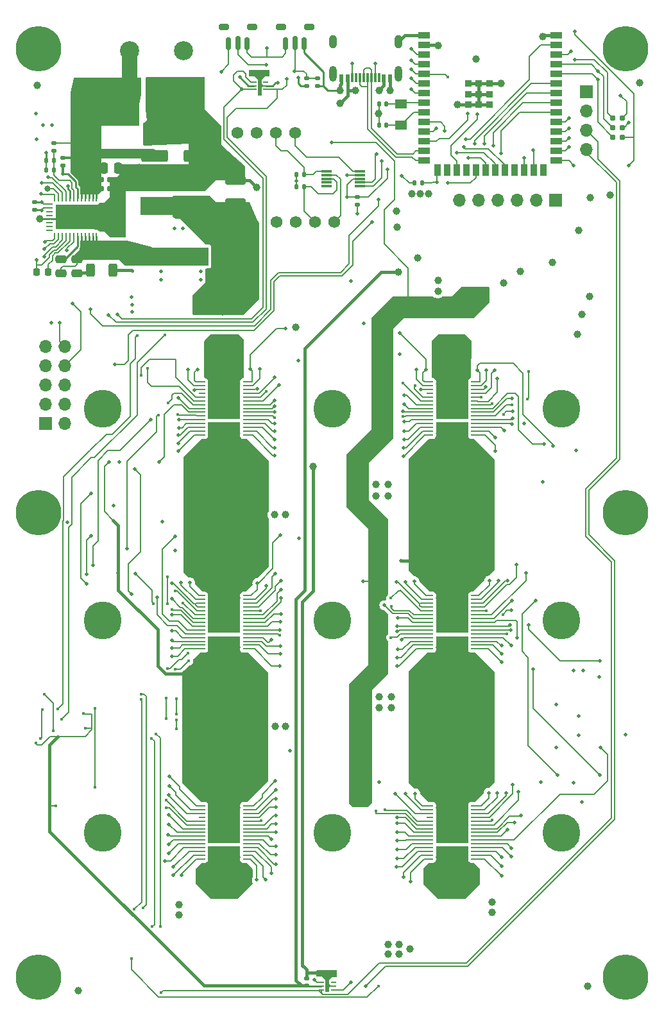
<source format=gbr>
%TF.GenerationSoftware,KiCad,Pcbnew,8.0.4*%
%TF.CreationDate,2024-08-30T10:55:45+02:00*%
%TF.ProjectId,bitaxeHex,62697461-7865-4486-9578-2e6b69636164,701*%
%TF.SameCoordinates,Original*%
%TF.FileFunction,Copper,L1,Top*%
%TF.FilePolarity,Positive*%
%FSLAX46Y46*%
G04 Gerber Fmt 4.6, Leading zero omitted, Abs format (unit mm)*
G04 Created by KiCad (PCBNEW 8.0.4) date 2024-08-30 10:55:45*
%MOMM*%
%LPD*%
G01*
G04 APERTURE LIST*
G04 Aperture macros list*
%AMRoundRect*
0 Rectangle with rounded corners*
0 $1 Rounding radius*
0 $2 $3 $4 $5 $6 $7 $8 $9 X,Y pos of 4 corners*
0 Add a 4 corners polygon primitive as box body*
4,1,4,$2,$3,$4,$5,$6,$7,$8,$9,$2,$3,0*
0 Add four circle primitives for the rounded corners*
1,1,$1+$1,$2,$3*
1,1,$1+$1,$4,$5*
1,1,$1+$1,$6,$7*
1,1,$1+$1,$8,$9*
0 Add four rect primitives between the rounded corners*
20,1,$1+$1,$2,$3,$4,$5,0*
20,1,$1+$1,$4,$5,$6,$7,0*
20,1,$1+$1,$6,$7,$8,$9,0*
20,1,$1+$1,$8,$9,$2,$3,0*%
G04 Aperture macros list end*
%TA.AperFunction,NonConductor*%
%ADD10C,0.250000*%
%TD*%
%TA.AperFunction,ConnectorPad*%
%ADD11C,0.787400*%
%TD*%
%TA.AperFunction,SMDPad,CuDef*%
%ADD12C,1.000000*%
%TD*%
%TA.AperFunction,SMDPad,CuDef*%
%ADD13RoundRect,0.135000X0.185000X-0.135000X0.185000X0.135000X-0.185000X0.135000X-0.185000X-0.135000X0*%
%TD*%
%TA.AperFunction,ComponentPad*%
%ADD14C,0.800000*%
%TD*%
%TA.AperFunction,ComponentPad*%
%ADD15C,6.000000*%
%TD*%
%TA.AperFunction,SMDPad,CuDef*%
%ADD16R,1.600200X1.168400*%
%TD*%
%TA.AperFunction,ComponentPad*%
%ADD17C,2.520000*%
%TD*%
%TA.AperFunction,ComponentPad*%
%ADD18C,1.574800*%
%TD*%
%TA.AperFunction,ComponentPad*%
%ADD19C,5.000000*%
%TD*%
%TA.AperFunction,SMDPad,CuDef*%
%ADD20C,0.800000*%
%TD*%
%TA.AperFunction,SMDPad,CuDef*%
%ADD21RoundRect,0.250000X-0.475000X0.250000X-0.475000X-0.250000X0.475000X-0.250000X0.475000X0.250000X0*%
%TD*%
%TA.AperFunction,SMDPad,CuDef*%
%ADD22RoundRect,0.135000X0.135000X0.185000X-0.135000X0.185000X-0.135000X-0.185000X0.135000X-0.185000X0*%
%TD*%
%TA.AperFunction,SMDPad,CuDef*%
%ADD23RoundRect,0.200000X0.450000X0.200000X-0.450000X0.200000X-0.450000X-0.200000X0.450000X-0.200000X0*%
%TD*%
%TA.AperFunction,SMDPad,CuDef*%
%ADD24O,0.740000X1.750000*%
%TD*%
%TA.AperFunction,SMDPad,CuDef*%
%ADD25RoundRect,0.150000X0.150000X0.750000X-0.150000X0.750000X-0.150000X-0.750000X0.150000X-0.750000X0*%
%TD*%
%TA.AperFunction,SMDPad,CuDef*%
%ADD26R,9.000000X2.380000*%
%TD*%
%TA.AperFunction,SMDPad,CuDef*%
%ADD27RoundRect,0.140000X0.140000X0.170000X-0.140000X0.170000X-0.140000X-0.170000X0.140000X-0.170000X0*%
%TD*%
%TA.AperFunction,SMDPad,CuDef*%
%ADD28RoundRect,0.225000X-0.225000X-0.250000X0.225000X-0.250000X0.225000X0.250000X-0.225000X0.250000X0*%
%TD*%
%TA.AperFunction,SMDPad,CuDef*%
%ADD29RoundRect,0.250000X-1.500000X-0.550000X1.500000X-0.550000X1.500000X0.550000X-1.500000X0.550000X0*%
%TD*%
%TA.AperFunction,ComponentPad*%
%ADD30R,1.700000X1.700000*%
%TD*%
%TA.AperFunction,ComponentPad*%
%ADD31O,1.700000X1.700000*%
%TD*%
%TA.AperFunction,SMDPad,CuDef*%
%ADD32RoundRect,0.055250X0.340750X0.055250X-0.340750X0.055250X-0.340750X-0.055250X0.340750X-0.055250X0*%
%TD*%
%TA.AperFunction,SMDPad,CuDef*%
%ADD33R,4.277000X2.000000*%
%TD*%
%TA.AperFunction,SMDPad,CuDef*%
%ADD34R,4.277000X5.300000*%
%TD*%
%TA.AperFunction,SMDPad,CuDef*%
%ADD35RoundRect,0.135000X-0.185000X0.135000X-0.185000X-0.135000X0.185000X-0.135000X0.185000X0.135000X0*%
%TD*%
%TA.AperFunction,SMDPad,CuDef*%
%ADD36RoundRect,0.140000X0.170000X-0.140000X0.170000X0.140000X-0.170000X0.140000X-0.170000X-0.140000X0*%
%TD*%
%TA.AperFunction,SMDPad,CuDef*%
%ADD37RoundRect,0.250000X1.100000X-0.325000X1.100000X0.325000X-1.100000X0.325000X-1.100000X-0.325000X0*%
%TD*%
%TA.AperFunction,SMDPad,CuDef*%
%ADD38RoundRect,0.140000X-0.140000X-0.170000X0.140000X-0.170000X0.140000X0.170000X-0.140000X0.170000X0*%
%TD*%
%TA.AperFunction,SMDPad,CuDef*%
%ADD39R,1.400000X0.300000*%
%TD*%
%TA.AperFunction,SMDPad,CuDef*%
%ADD40RoundRect,0.062500X0.062500X-0.337500X0.062500X0.337500X-0.062500X0.337500X-0.062500X-0.337500X0*%
%TD*%
%TA.AperFunction,SMDPad,CuDef*%
%ADD41RoundRect,0.062500X0.337500X-0.062500X0.337500X0.062500X-0.337500X0.062500X-0.337500X-0.062500X0*%
%TD*%
%TA.AperFunction,ComponentPad*%
%ADD42C,0.400000*%
%TD*%
%TA.AperFunction,SMDPad,CuDef*%
%ADD43R,5.300000X3.300000*%
%TD*%
%TA.AperFunction,SMDPad,CuDef*%
%ADD44R,0.711200X0.228600*%
%TD*%
%TA.AperFunction,SMDPad,CuDef*%
%ADD45R,1.500000X0.900000*%
%TD*%
%TA.AperFunction,SMDPad,CuDef*%
%ADD46R,0.900000X1.500000*%
%TD*%
%TA.AperFunction,SMDPad,CuDef*%
%ADD47R,0.900000X0.900000*%
%TD*%
%TA.AperFunction,SMDPad,CuDef*%
%ADD48RoundRect,0.250000X-0.325000X-1.100000X0.325000X-1.100000X0.325000X1.100000X-0.325000X1.100000X0*%
%TD*%
%TA.AperFunction,SMDPad,CuDef*%
%ADD49RoundRect,0.140000X-0.170000X0.140000X-0.170000X-0.140000X0.170000X-0.140000X0.170000X0.140000X0*%
%TD*%
%TA.AperFunction,SMDPad,CuDef*%
%ADD50R,0.600000X1.060000*%
%TD*%
%TA.AperFunction,SMDPad,CuDef*%
%ADD51R,0.300000X1.150000*%
%TD*%
%TA.AperFunction,ComponentPad*%
%ADD52O,1.000000X2.100000*%
%TD*%
%TA.AperFunction,ComponentPad*%
%ADD53O,1.000000X1.800000*%
%TD*%
%TA.AperFunction,SMDPad,CuDef*%
%ADD54RoundRect,0.135000X-0.135000X-0.185000X0.135000X-0.185000X0.135000X0.185000X-0.135000X0.185000X0*%
%TD*%
%TA.AperFunction,SMDPad,CuDef*%
%ADD55RoundRect,0.250000X-0.312500X-0.625000X0.312500X-0.625000X0.312500X0.625000X-0.312500X0.625000X0*%
%TD*%
%TA.AperFunction,SMDPad,CuDef*%
%ADD56RoundRect,0.250000X-0.250000X-0.475000X0.250000X-0.475000X0.250000X0.475000X-0.250000X0.475000X0*%
%TD*%
%TA.AperFunction,ViaPad*%
%ADD57C,0.500000*%
%TD*%
%TA.AperFunction,ViaPad*%
%ADD58C,1.000000*%
%TD*%
%TA.AperFunction,ViaPad*%
%ADD59C,0.450000*%
%TD*%
%TA.AperFunction,Conductor*%
%ADD60C,0.200000*%
%TD*%
%TA.AperFunction,Conductor*%
%ADD61C,0.250000*%
%TD*%
%TA.AperFunction,Conductor*%
%ADD62C,0.400000*%
%TD*%
%TA.AperFunction,Conductor*%
%ADD63C,0.254000*%
%TD*%
%TA.AperFunction,Conductor*%
%ADD64C,0.230000*%
%TD*%
%TA.AperFunction,Conductor*%
%ADD65C,0.300000*%
%TD*%
%TA.AperFunction,Conductor*%
%ADD66C,1.300000*%
%TD*%
%TA.AperFunction,Conductor*%
%ADD67C,2.000000*%
%TD*%
G04 APERTURE END LIST*
D10*
X55125000Y-72000000D02*
X56125000Y-72000000D01*
D11*
%TO.P,J4,1,Pin_1*%
%TO.N,/ESP32/EN*%
X129265000Y-58630000D03*
%TO.P,J4,2,Pin_2*%
%TO.N,/3V3*%
X130535000Y-58630000D03*
%TO.P,J4,3,Pin_3*%
%TO.N,/ESP32/P_TX*%
X129265000Y-59900000D03*
%TO.P,J4,4,Pin_4*%
%TO.N,GND*%
X130535000Y-59900000D03*
%TO.P,J4,5,Pin_5*%
%TO.N,/ESP32/P_RX*%
X129265000Y-61170000D03*
%TO.P,J4,6,Pin_6*%
%TO.N,/ESP32/IO0*%
X130535000Y-61170000D03*
%TD*%
D12*
%TO.P,TP5,1,1*%
%TO.N,/VDD*%
X80900000Y-71950000D03*
%TD*%
D13*
%TO.P,R18,1*%
%TO.N,/3V3*%
X88850000Y-54430000D03*
%TO.P,R18,2*%
%TO.N,/ESP32/EN*%
X88850000Y-53410000D03*
%TD*%
D14*
%TO.P,H1,1,1*%
%TO.N,GND*%
X51250000Y-49500000D03*
X51909010Y-47909010D03*
X51909010Y-51090990D03*
X53500000Y-47250000D03*
D15*
X53500000Y-49500000D03*
D14*
X53500000Y-51750000D03*
X55090990Y-47909010D03*
X55090990Y-51090990D03*
X55750000Y-49500000D03*
%TD*%
D16*
%TO.P,Y1,1,1*%
%TO.N,/ESP32/XIN32*%
X101300000Y-56777600D03*
%TO.P,Y1,2,2*%
%TO.N,/ESP32/XOUT32*%
X101300000Y-59622400D03*
%TD*%
D17*
%TO.P,J1,1*%
%TO.N,/VIN*%
X65500000Y-54864000D03*
X65500000Y-49784000D03*
%TD*%
D18*
%TO.P,J8,1,Pin_1*%
%TO.N,GND*%
X79700000Y-60650000D03*
%TO.P,J8,2,Pin_2*%
%TO.N,/VIN*%
X82240000Y-60650000D03*
%TO.P,J8,3,Pin_3*%
%TO.N,/Fan/FAN1_TACH*%
X84780000Y-60650000D03*
%TO.P,J8,4,Pin_4*%
%TO.N,/Fan/FAN1_PWM*%
X87320000Y-60650000D03*
%TD*%
D19*
%TO.P,H13,*%
%TO.N,*%
X92250000Y-97000000D03*
%TD*%
D20*
%TO.P,TP1,1,1*%
%TO.N,Net-(U3-ADRSEL)*%
X54700000Y-67950000D03*
%TD*%
D21*
%TO.P,C23,1*%
%TO.N,Net-(U3-BOOT)*%
X56475000Y-77300000D03*
%TO.P,C23,2*%
%TO.N,/Power/SW*%
X56475000Y-79200000D03*
%TD*%
D22*
%TO.P,R25,1*%
%TO.N,/Fan/FAN2_TACH*%
X88560000Y-67725000D03*
%TO.P,R25,2*%
%TO.N,/3V3*%
X87540000Y-67725000D03*
%TD*%
D23*
%TO.P,SW2,*%
%TO.N,*%
X81650000Y-46667500D03*
X77950000Y-46667500D03*
D24*
%TO.P,SW2,1*%
%TO.N,GND*%
X81030000Y-48867500D03*
X78570000Y-48867500D03*
D25*
%TO.P,SW2,2*%
%TO.N,/ESP32/IO0*%
X79800000Y-48767500D03*
%TD*%
D14*
%TO.P,H4,1*%
%TO.N,N/C*%
X128750000Y-172000000D03*
X129409010Y-170409010D03*
X129409010Y-173590990D03*
X131000000Y-169750000D03*
D15*
X131000000Y-172000000D03*
D14*
X131000000Y-174250000D03*
X132590990Y-170409010D03*
X132590990Y-173590990D03*
X133250000Y-172000000D03*
%TD*%
D12*
%TO.P,FID3,*%
%TO.N,*%
X53340000Y-54356000D03*
%TD*%
D26*
%TO.P,L2,1,1*%
%TO.N,/Power/SW*%
X71400000Y-76925000D03*
%TO.P,L2,2,2*%
%TO.N,/VDD*%
X71400000Y-70275000D03*
%TD*%
D27*
%TO.P,C13,1*%
%TO.N,Net-(U3-EN{slash}UVLO)*%
X55500000Y-64225000D03*
%TO.P,C13,2*%
%TO.N,/Power/AGND*%
X54540000Y-64225000D03*
%TD*%
D28*
%TO.P,C5,1*%
%TO.N,Net-(U3-BP1V5)*%
X53225000Y-79000000D03*
%TO.P,C5,2*%
%TO.N,Net-(U3-DRTN)*%
X54775000Y-79000000D03*
%TD*%
D27*
%TO.P,C36,1*%
%TO.N,/ESP32/XIN32*%
X99380000Y-56800000D03*
%TO.P,C36,2*%
%TO.N,GND*%
X98420000Y-56800000D03*
%TD*%
D29*
%TO.P,C10,1*%
%TO.N,/VIN*%
X68828000Y-63650000D03*
%TO.P,C10,2*%
%TO.N,GND*%
X74428000Y-63650000D03*
%TD*%
D19*
%TO.P,H15,*%
%TO.N,*%
X92250000Y-153000000D03*
%TD*%
D30*
%TO.P,J6,1,Pin_1*%
%TO.N,/5V*%
X121760000Y-69500000D03*
D31*
%TO.P,J6,2,Pin_2*%
%TO.N,GND*%
X119220000Y-69500000D03*
%TO.P,J6,3,Pin_3*%
%TO.N,Net-(J6-Pin_3)*%
X116680000Y-69500000D03*
%TO.P,J6,4,Pin_4*%
%TO.N,Net-(J6-Pin_4)*%
X114140000Y-69500000D03*
%TO.P,J6,5,Pin_5*%
%TO.N,Net-(J6-Pin_5)*%
X111600000Y-69500000D03*
%TO.P,J6,6,Pin_6*%
%TO.N,Net-(J6-Pin_6)*%
X109060000Y-69500000D03*
%TD*%
D32*
%TO.P,U12,1,VDD3_0*%
%TO.N,Net-(U12-VDD3_0)*%
X80894000Y-100500000D03*
%TO.P,U12,2,VDD2_0*%
%TO.N,Net-(U12-VDD2_0)*%
X80894000Y-99998000D03*
%TO.P,U12,3,VDD1_0*%
%TO.N,Net-(U12-VDD1_0)*%
X80894000Y-99496000D03*
%TO.P,U12,4,VSS*%
%TO.N,GND*%
X80894000Y-98994000D03*
%TO.P,U12,5,NRSTI*%
%TO.N,Net-(U12-NRSTI)*%
X80894000Y-98492000D03*
%TO.P,U12,6,CI*%
%TO.N,Net-(U12-CI)*%
X80894000Y-97990000D03*
%TO.P,U12,7,RO*%
%TO.N,Net-(U12-RO)*%
X80894000Y-97488000D03*
%TO.P,U12,8,CLKI*%
%TO.N,Net-(U12-CLKI)*%
X80894000Y-96986000D03*
%TO.P,U12,9,BI*%
%TO.N,Net-(U12-BI)*%
X80894000Y-96484000D03*
%TO.P,U12,10,ROSC_SEL*%
%TO.N,Net-(U12-ROSC_SEL)*%
X80894000Y-95982000D03*
%TO.P,U12,11,LITE_PAD*%
%TO.N,Net-(U12-LITE_PAD)*%
X80894000Y-95480000D03*
%TO.P,U12,12,INV_CLKO*%
%TO.N,Net-(U12-INV_CLKO)*%
X80894000Y-94978000D03*
%TO.P,U12,13,PLL_VSS*%
%TO.N,GND*%
X80894000Y-94476000D03*
%TO.P,U12,14,VDDIO_08_0*%
%TO.N,BM1368-1/0V8*%
X80894000Y-93974000D03*
%TO.P,U12,15,VDDIO_12_0*%
%TO.N,/BM1368-1/1V2*%
X80894000Y-93472000D03*
%TO.P,U12,16,VDDIO_12_1*%
X75062000Y-93472000D03*
%TO.P,U12,17,VDDIO_08_1*%
%TO.N,BM1368-1/0V8*%
X75062000Y-93974000D03*
%TO.P,U12,18,VSS*%
%TO.N,GND*%
X75062000Y-94476000D03*
%TO.P,U12,19,PIN_MODE*%
%TO.N,unconnected-(U12-PIN_MODE-Pad19)*%
X75062000Y-94978000D03*
%TO.P,U12,20,TEMP_P*%
%TO.N,/BM1368-1/TEMP_P2*%
X75062000Y-95480000D03*
%TO.P,U12,21,TEMP_N*%
%TO.N,/BM1368-1/TEMP_N2*%
X75062000Y-95982000D03*
%TO.P,U12,22,BO*%
%TO.N,/BM1368-1/BO*%
X75062000Y-96484000D03*
%TO.P,U12,23,CLKO*%
%TO.N,Net-(U12-CLKO)*%
X75062000Y-96986000D03*
%TO.P,U12,24,RI*%
%TO.N,/BM1368-1/RI*%
X75062000Y-97488000D03*
%TO.P,U12,25,CO*%
%TO.N,/BM1368-1/CO*%
X75062000Y-97990000D03*
%TO.P,U12,26,NRSTO*%
%TO.N,/BM1368-1/NRSTO*%
X75062000Y-98492000D03*
%TO.P,U12,27,VSS*%
%TO.N,GND*%
X75062000Y-98994000D03*
%TO.P,U12,28,VDD1_1*%
%TO.N,Net-(U12-VDD1_1)*%
X75062000Y-99496000D03*
%TO.P,U12,29,VDD2_1*%
%TO.N,Net-(U12-VDD2_1)*%
X75062000Y-99998000D03*
%TO.P,U12,30,VDD3_1*%
%TO.N,Net-(U12-VDD3_1)*%
X75062000Y-100500000D03*
D33*
%TO.P,U12,31,VDD*%
%TO.N,/BM1368-1/VDD1*%
X77978000Y-99856000D03*
D34*
%TO.P,U12,32,VSS*%
%TO.N,GND*%
X77978000Y-95746000D03*
%TD*%
D35*
%TO.P,R8,1*%
%TO.N,/VIN*%
X55545000Y-61990000D03*
%TO.P,R8,2*%
%TO.N,Net-(U3-EN{slash}UVLO)*%
X55545000Y-63010000D03*
%TD*%
D18*
%TO.P,J9,1,Pin_1*%
%TO.N,GND*%
X84910000Y-72375000D03*
%TO.P,J9,2,Pin_2*%
%TO.N,/VIN*%
X87450000Y-72375000D03*
%TO.P,J9,3,Pin_3*%
%TO.N,/Fan/FAN2_TACH*%
X89990000Y-72375000D03*
%TO.P,J9,4,Pin_4*%
%TO.N,/Fan/FAN2_PWM*%
X92530000Y-72375000D03*
%TD*%
D36*
%TO.P,C40,1*%
%TO.N,/3V3*%
X88900000Y-173180000D03*
%TO.P,C40,2*%
%TO.N,GND*%
X88900000Y-172220000D03*
%TD*%
D19*
%TO.P,H14,*%
%TO.N,*%
X92250000Y-125000000D03*
%TD*%
D12*
%TO.P,TP6,1,1*%
%TO.N,GND*%
X82296000Y-67818000D03*
%TD*%
D19*
%TO.P,H10,*%
%TO.N,*%
X122500000Y-125000000D03*
%TD*%
D37*
%TO.P,C27,1*%
%TO.N,/VDD*%
X79500000Y-69850000D03*
%TO.P,C27,2*%
%TO.N,GND*%
X79500000Y-66900000D03*
%TD*%
D38*
%TO.P,C2,1*%
%TO.N,/VIN*%
X61845000Y-68000000D03*
%TO.P,C2,2*%
%TO.N,GND*%
X62805000Y-68000000D03*
%TD*%
D19*
%TO.P,H9,*%
%TO.N,*%
X62000000Y-125000000D03*
%TD*%
D12*
%TO.P,FID1,*%
%TO.N,*%
X132842000Y-54050000D03*
%TD*%
D39*
%TO.P,U9,1,SMDATA*%
%TO.N,/SDA*%
X95900000Y-67675000D03*
%TO.P,U9,2,SMCLK*%
%TO.N,/SCL*%
X95900000Y-67175000D03*
%TO.P,U9,3,VDD*%
%TO.N,/3V3*%
X95900000Y-66675000D03*
%TO.P,U9,4,GND*%
%TO.N,GND*%
X95900000Y-66175000D03*
%TO.P,U9,5,PWM1*%
%TO.N,/Fan/FAN1_PWM*%
X95900000Y-65675000D03*
%TO.P,U9,6,TACH1*%
%TO.N,/Fan/FAN1_TACH*%
X91500000Y-65675000D03*
%TO.P,U9,7,PWM2*%
%TO.N,/Fan/FAN2_PWM*%
X91500000Y-66175000D03*
%TO.P,U9,8,TACH2*%
%TO.N,/Fan/FAN2_TACH*%
X91500000Y-66675000D03*
%TO.P,U9,9,CLK*%
%TO.N,unconnected-(U9-CLK-Pad9)*%
X91500000Y-67175000D03*
%TO.P,U9,10,\u002AALERT*%
%TO.N,unconnected-(U9-\u002AALERT-Pad10)*%
X91500000Y-67675000D03*
%TD*%
D27*
%TO.P,C37,1*%
%TO.N,/ESP32/XOUT32*%
X99380000Y-59600000D03*
%TO.P,C37,2*%
%TO.N,GND*%
X98420000Y-59600000D03*
%TD*%
D22*
%TO.P,R9,1*%
%TO.N,Net-(U3-EN{slash}UVLO)*%
X55555000Y-65500000D03*
%TO.P,R9,2*%
%TO.N,/Power/AGND*%
X54535000Y-65500000D03*
%TD*%
D35*
%TO.P,R13,1*%
%TO.N,/VIN*%
X56725000Y-63890000D03*
%TO.P,R13,2*%
%TO.N,Net-(U3-AVIN)*%
X56725000Y-64910000D03*
%TD*%
D40*
%TO.P,U3,1,PGD*%
%TO.N,/Power/PGOOD*%
X55650000Y-74250000D03*
%TO.P,U3,2,PMB_DATA*%
%TO.N,/Power/PMB_SDA*%
X56150000Y-74250000D03*
%TO.P,U3,3,PMB_CLK*%
%TO.N,/Power/PMB_SCL*%
X56650000Y-74250000D03*
%TO.P,U3,4,BP1V5*%
%TO.N,Net-(U3-BP1V5)*%
X57150000Y-74250000D03*
%TO.P,U3,5,DRTN*%
%TO.N,Net-(U3-DRTN)*%
X57650000Y-74250000D03*
%TO.P,U3,6,SMB_ALRT*%
%TO.N,/Power/PMB_ALRT*%
X58150000Y-74250000D03*
%TO.P,U3,7,BOOT*%
%TO.N,Net-(U3-BOOT)*%
X58650000Y-74250000D03*
%TO.P,U3,8,SW*%
%TO.N,/Power/SW*%
X59150000Y-74250000D03*
%TO.P,U3,9,SW*%
X59650000Y-74250000D03*
%TO.P,U3,10,SW*%
X60150000Y-74250000D03*
%TO.P,U3,11,SW*%
X60650000Y-74250000D03*
%TO.P,U3,12,SW*%
X61150000Y-74250000D03*
D41*
%TO.P,U3,13,PGND*%
%TO.N,GND*%
X61900000Y-73500000D03*
%TO.P,U3,14,PGND*%
X61900000Y-73000000D03*
%TO.P,U3,15,PGND*%
X61900000Y-72500000D03*
%TO.P,U3,16,PGND*%
X61900000Y-72000000D03*
%TO.P,U3,17,PGND*%
X61900000Y-71500000D03*
%TO.P,U3,18,PGND*%
X61900000Y-71000000D03*
%TO.P,U3,19,PGND*%
X61900000Y-70500000D03*
%TO.P,U3,20,PGND*%
X61900000Y-70000000D03*
D40*
%TO.P,U3,21,PVIN*%
%TO.N,/VIN*%
X61150000Y-69250000D03*
%TO.P,U3,22,PVIN*%
X60650000Y-69250000D03*
%TO.P,U3,23,PVIN*%
X60150000Y-69250000D03*
%TO.P,U3,24,PVIN*%
X59650000Y-69250000D03*
%TO.P,U3,25,PVIN*%
X59150000Y-69250000D03*
%TO.P,U3,26,AVIN*%
%TO.N,Net-(U3-AVIN)*%
X58650000Y-69250000D03*
%TO.P,U3,27,EN/UVLO*%
%TO.N,Net-(U3-EN{slash}UVLO)*%
X58150000Y-69250000D03*
%TO.P,U3,28,VDD5*%
%TO.N,Net-(U3-VDD5)*%
X57650000Y-69250000D03*
%TO.P,U3,29,MSEL2*%
%TO.N,Net-(U3-MSEL2)*%
X57150000Y-69250000D03*
%TO.P,U3,30,VSEL*%
%TO.N,Net-(U3-VSEL)*%
X56650000Y-69250000D03*
%TO.P,U3,31,ADRSEL*%
%TO.N,Net-(U3-ADRSEL)*%
X56150000Y-69250000D03*
%TO.P,U3,32,MSEL1*%
%TO.N,Net-(U3-MSEL1)*%
X55650000Y-69250000D03*
D41*
%TO.P,U3,33,VOSNS*%
%TO.N,Net-(U3-VOSNS)*%
X54900000Y-70000000D03*
%TO.P,U3,34,GOSNS*%
%TO.N,Net-(U3-GOSNS)*%
X54900000Y-70500000D03*
%TO.P,U3,35,VSHARE*%
%TO.N,unconnected-(U3-VSHARE-Pad35)*%
X54900000Y-71000000D03*
%TO.P,U3,36,NC*%
%TO.N,unconnected-(U3-NC-Pad36)*%
X54900000Y-71500000D03*
%TO.P,U3,37,AGND*%
%TO.N,/Power/AGND*%
X54900000Y-72000000D03*
%TO.P,U3,38,SYNC*%
%TO.N,unconnected-(U3-SYNC-Pad38)*%
X54900000Y-72500000D03*
%TO.P,U3,39,BCX_CLK*%
%TO.N,unconnected-(U3-BCX_CLK-Pad39)*%
X54900000Y-73000000D03*
%TO.P,U3,40,BCX_DAT*%
%TO.N,unconnected-(U3-BCX_DAT-Pad40)*%
X54900000Y-73500000D03*
D42*
%TO.P,U3,41,PAD*%
%TO.N,GND*%
X57000000Y-73030000D03*
X58400000Y-73030000D03*
X59800000Y-73030000D03*
X56000000Y-71750000D03*
X57000000Y-71750000D03*
X58400000Y-71750000D03*
D43*
X58400000Y-71750000D03*
D42*
X59800000Y-71750000D03*
X60800000Y-71750000D03*
X57000000Y-70470000D03*
X58400000Y-70470000D03*
X59800000Y-70470000D03*
%TD*%
D12*
%TO.P,FID7,*%
%TO.N,*%
X58725000Y-173825000D03*
%TD*%
D38*
%TO.P,C16,1*%
%TO.N,/VIN*%
X61845000Y-66825000D03*
%TO.P,C16,2*%
%TO.N,GND*%
X62805000Y-66825000D03*
%TD*%
D44*
%TO.P,U7,1,SCL*%
%TO.N,/SCL*%
X83500100Y-54899999D03*
%TO.P,U7,2,GND*%
%TO.N,GND*%
X83500100Y-54400000D03*
%TO.P,U7,3,ALERT*%
%TO.N,unconnected-(U7-ALERT-Pad3)*%
X83500100Y-53900001D03*
%TO.P,U7,4,A0*%
%TO.N,/SDA*%
X81899900Y-53900001D03*
%TO.P,U7,5,V+*%
%TO.N,/3V3*%
X81899900Y-54400000D03*
%TO.P,U7,6,SDA*%
%TO.N,/SDA*%
X81899900Y-54899999D03*
%TD*%
D19*
%TO.P,H12,*%
%TO.N,*%
X122500000Y-153000000D03*
%TD*%
D21*
%TO.P,C22,1*%
%TO.N,/Power/SW*%
X58575000Y-77300000D03*
%TO.P,C22,2*%
%TO.N,Net-(C22-Pad2)*%
X58575000Y-79200000D03*
%TD*%
D19*
%TO.P,H8,*%
%TO.N,*%
X122500000Y-97000000D03*
%TD*%
D32*
%TO.P,U18,1,VDD3_0*%
%TO.N,Net-(U18-VDD3_0)*%
X110998000Y-128724000D03*
%TO.P,U18,2,VDD2_0*%
%TO.N,Net-(U18-VDD2_0)*%
X110998000Y-128222000D03*
%TO.P,U18,3,VDD1_0*%
%TO.N,Net-(U18-VDD1_0)*%
X110998000Y-127720000D03*
%TO.P,U18,4,VSS*%
%TO.N,/BM1368-1/VDD1*%
X110998000Y-127218000D03*
%TO.P,U18,5,BO*%
%TO.N,/BM1368-2/BO*%
X110998000Y-126716000D03*
%TO.P,U18,6,CLKO*%
%TO.N,Net-(U18-CLKO)*%
X110998000Y-126214000D03*
%TO.P,U18,7,RI*%
%TO.N,/BM1368-2/RI*%
X110998000Y-125712000D03*
%TO.P,U18,8,CO*%
%TO.N,/BM1368-2/CO*%
X110998000Y-125210000D03*
%TO.P,U18,9,NRSTO*%
%TO.N,/BM1368-2/NRSTO*%
X110998000Y-124708000D03*
%TO.P,U18,10,ROSC_SEL*%
%TO.N,Net-(U18-ROSC_SEL)*%
X110998000Y-124206000D03*
%TO.P,U18,11,LITE_PAD*%
%TO.N,Net-(U18-LITE_PAD)*%
X110998000Y-123704000D03*
%TO.P,U18,12,INV_CLKO*%
%TO.N,Net-(U18-INV_CLKO)*%
X110998000Y-123202000D03*
%TO.P,U18,13,PLL_VSS*%
%TO.N,/BM1368-1/VDD1*%
X110998000Y-122700000D03*
%TO.P,U18,14,VDDIO_08_0*%
%TO.N,/BM1368-2/0V8*%
X110998000Y-122198000D03*
%TO.P,U18,15,VDDIO_12_0*%
%TO.N,/BM1368-2/1V2*%
X110998000Y-121696000D03*
%TO.P,U18,16,VDDIO_12_1*%
X105166000Y-121696000D03*
%TO.P,U18,17,VDDIO_08_1*%
%TO.N,/BM1368-2/0V8*%
X105166000Y-122198000D03*
%TO.P,U18,18,VSS*%
%TO.N,/BM1368-1/VDD1*%
X105166000Y-122700000D03*
%TO.P,U18,19,PIN_MODE*%
X105166000Y-123202000D03*
%TO.P,U18,20,TEMP_P*%
%TO.N,/BM1368-2/TEMP_P4*%
X105166000Y-123704000D03*
%TO.P,U18,21,TEMP_N*%
%TO.N,/BM1368-2/TEMP_N4*%
X105166000Y-124206000D03*
%TO.P,U18,22,NRSTI*%
%TO.N,Net-(U13-NRSTO)*%
X105166000Y-124708000D03*
%TO.P,U18,23,CI*%
%TO.N,Net-(U13-CO)*%
X105166000Y-125210000D03*
%TO.P,U18,24,RO*%
%TO.N,Net-(U13-RI)*%
X105166000Y-125712000D03*
%TO.P,U18,25,CLKI*%
%TO.N,Net-(U13-CLKO)*%
X105166000Y-126214000D03*
%TO.P,U18,26,BI*%
%TO.N,Net-(U13-BO)*%
X105166000Y-126716000D03*
%TO.P,U18,27,VSS*%
%TO.N,/BM1368-1/VDD1*%
X105166000Y-127218000D03*
%TO.P,U18,28,VDD1_1*%
%TO.N,Net-(U13-VDD1_0)*%
X105166000Y-127720000D03*
%TO.P,U18,29,VDD2_1*%
%TO.N,Net-(U13-VDD2_0)*%
X105166000Y-128222000D03*
%TO.P,U18,30,VDD3_1*%
%TO.N,Net-(U13-VDD3_0)*%
X105166000Y-128724000D03*
D33*
%TO.P,U18,31,VDD*%
%TO.N,/BM1368-2/VDD2*%
X108082000Y-128080000D03*
D34*
%TO.P,U18,32,VSS*%
%TO.N,/BM1368-1/VDD1*%
X108082000Y-123970000D03*
%TD*%
D19*
%TO.P,H7,*%
%TO.N,*%
X62000000Y-97000000D03*
%TD*%
D30*
%TO.P,J5,1,Pin_1*%
%TO.N,GND*%
X125800000Y-55200000D03*
D31*
%TO.P,J5,2,Pin_2*%
%TO.N,/3V3*%
X125800000Y-57740000D03*
%TO.P,J5,3,Pin_3*%
%TO.N,/SCL*%
X125800000Y-60280000D03*
%TO.P,J5,4,Pin_4*%
%TO.N,/SDA*%
X125800000Y-62820000D03*
%TD*%
D45*
%TO.P,U6,1,GND*%
%TO.N,GND*%
X104350000Y-47780000D03*
%TO.P,U6,2,3V3*%
%TO.N,/3V3*%
X104350000Y-49050000D03*
%TO.P,U6,3,EN*%
%TO.N,/ESP32/EN*%
X104350000Y-50320000D03*
%TO.P,U6,4,GPIO4/TOUCH4/ADC1_CH3*%
%TO.N,/ESP32/ALERT_TEMP*%
X104350000Y-51590000D03*
%TO.P,U6,5,GPIO5/TOUCH5/ADC1_CH4*%
%TO.N,/ESP32/OVERT_TEMP*%
X104350000Y-52860000D03*
%TO.P,U6,6,GPIO6/TOUCH6/ADC1_CH5*%
%TO.N,Net-(U6-GPIO6{slash}TOUCH6{slash}ADC1_CH5)*%
X104350000Y-54130000D03*
%TO.P,U6,7,GPIO7/TOUCH7/ADC1_CH6*%
%TO.N,Net-(U6-GPIO7{slash}TOUCH7{slash}ADC1_CH6)*%
X104350000Y-55400000D03*
%TO.P,U6,8,GPIO15/U0RTS/ADC2_CH4/XTAL_32K_P*%
%TO.N,/ESP32/XIN32*%
X104350000Y-56670000D03*
%TO.P,U6,9,GPIO16/U0CTS/ADC2_CH5/XTAL_32K_NH5*%
%TO.N,/ESP32/XOUT32*%
X104350000Y-57940000D03*
%TO.P,U6,10,GPIO17/U1TXD/ADC2_CH6*%
%TO.N,/ESP32/ESP32_TX*%
X104350000Y-59210000D03*
%TO.P,U6,11,GPIO18/U1RXD/ADC2_CH7/CLK_OUT3*%
%TO.N,/ESP32/ESP32_RX*%
X104350000Y-60480000D03*
%TO.P,U6,12,GPIO8/TOUCH8/ADC1_CH7/SUBSPICS1*%
%TO.N,Net-(U6-GPIO8{slash}TOUCH8{slash}ADC1_CH7{slash}SUBSPICS1)*%
X104350000Y-61750000D03*
%TO.P,U6,13,GPIO19/U1RTS/ADC2_CH8/CLK_OUT2/USB_D-*%
%TO.N,Net-(U6-GPIO19{slash}U1RTS{slash}ADC2_CH8{slash}CLK_OUT2{slash}USB_D-)*%
X104350000Y-63020000D03*
%TO.P,U6,14,GPIO20/U1CTS/ADC2_CH9/CLK_OUT1/USB_D+*%
%TO.N,Net-(U6-GPIO20{slash}U1CTS{slash}ADC2_CH9{slash}CLK_OUT1{slash}USB_D+)*%
X104350000Y-64290000D03*
D46*
%TO.P,U6,15,GPIO3/TOUCH3/ADC1_CH2\u002A*%
%TO.N,/3V3*%
X106115000Y-65540000D03*
%TO.P,U6,16,\u002AGPIO46*%
%TO.N,unconnected-(U6-\u002AGPIO46-Pad16)*%
X107385000Y-65540000D03*
%TO.P,U6,17,GPIO9/TOUCH9/ADC1_CH8/FSPIHD/SUBSPIHD*%
%TO.N,Net-(U6-GPIO9{slash}TOUCH9{slash}ADC1_CH8{slash}FSPIHD{slash}SUBSPIHD)*%
X108655000Y-65540000D03*
%TO.P,U6,18,GPIO10/TOUCH10/ADC1_CH9/FSPICS0/FSPIIO4/SUBSPICS0*%
%TO.N,unconnected-(U6-GPIO10{slash}TOUCH10{slash}ADC1_CH9{slash}FSPICS0{slash}FSPIIO4{slash}SUBSPICS0-Pad18)*%
X109925000Y-65540000D03*
%TO.P,U6,19,GPIO11/TOUCH11/ADC2_CH0/FSPID/FSPIIO5/SUBSPID*%
%TO.N,/Power/PGOOD*%
X111195000Y-65540000D03*
%TO.P,U6,20,GPIO12/TOUCH12/ADC2_CH1/FSPICLK/FSPIIO6/SUBSPICLK*%
%TO.N,Net-(U6-GPIO12{slash}TOUCH12{slash}ADC2_CH1{slash}FSPICLK{slash}FSPIIO6{slash}SUBSPICLK)*%
X112465000Y-65540000D03*
%TO.P,U6,21,GPIO13/TOUCH13/ADC2_CH2/FSPIQ/FSPIIO7/SUBSPIQ*%
%TO.N,/SMB_ALRT*%
X113735000Y-65540000D03*
%TO.P,U6,22,GPIO14/TOUCH14/ADC2_CH3/FSPIWP/FSPIDQS/SUBSPIWP*%
%TO.N,Net-(U6-GPIO14{slash}TOUCH14{slash}ADC2_CH3{slash}FSPIWP{slash}FSPIDQS{slash}SUBSPIWP)*%
X115005000Y-65540000D03*
%TO.P,U6,23,GPIO21*%
%TO.N,unconnected-(U6-GPIO21-Pad23)*%
X116275000Y-65540000D03*
%TO.P,U6,24,GPIO47/SPICLK_P/SUBSPICLK_P_DIFF*%
%TO.N,/SDA*%
X117545000Y-65540000D03*
%TO.P,U6,25,GPIO48/SPICLK_N/SUBSPICLK_N_DIFF*%
%TO.N,/SCL*%
X118815000Y-65540000D03*
%TO.P,U6,26,\u002AGPIO45*%
%TO.N,unconnected-(U6-\u002AGPIO45-Pad26)*%
X120085000Y-65540000D03*
D45*
%TO.P,U6,27,GPIO0/BOOT\u002A*%
%TO.N,/ESP32/IO0*%
X121850000Y-64290000D03*
%TO.P,U6,28,SPIIO6/GPIO35/FSPID/SUBSPID*%
%TO.N,Net-(U6-SPIIO6{slash}GPIO35{slash}FSPID{slash}SUBSPID)*%
X121850000Y-63020000D03*
%TO.P,U6,29,SPIIO7/GPIO36/FSPICLK/SUBSPICLK*%
%TO.N,Net-(U6-SPIIO7{slash}GPIO36{slash}FSPICLK{slash}SUBSPICLK)*%
X121850000Y-61750000D03*
%TO.P,U6,30,SPIDQS/GPIO37/FSPIQ/SUBSPIQ*%
%TO.N,Net-(U6-SPIDQS{slash}GPIO37{slash}FSPIQ{slash}SUBSPIQ)*%
X121850000Y-60480000D03*
%TO.P,U6,31,GPIO38/FSPIWP/SUBSPIWP*%
%TO.N,Net-(U6-GPIO38{slash}FSPIWP{slash}SUBSPIWP)*%
X121850000Y-59210000D03*
%TO.P,U6,32,MTCK/GPIO39/CLK_OUT3/SUBSPICS1*%
%TO.N,Net-(J6-Pin_3)*%
X121850000Y-57940000D03*
%TO.P,U6,33,MTDO/GPIO40/CLK_OUT2*%
%TO.N,Net-(J6-Pin_4)*%
X121850000Y-56670000D03*
%TO.P,U6,34,MTDI/GPIO41/CLK_OUT1*%
%TO.N,Net-(J6-Pin_5)*%
X121850000Y-55400000D03*
%TO.P,U6,35,MTMS/GPIO42*%
%TO.N,Net-(J6-Pin_6)*%
X121850000Y-54130000D03*
%TO.P,U6,36,U0RXD/GPIO44/CLK_OUT2*%
%TO.N,/ESP32/P_RX*%
X121850000Y-52860000D03*
%TO.P,U6,37,U0TXD/GPIO43/CLK_OUT1*%
%TO.N,/ESP32/P_TX*%
X121850000Y-51590000D03*
%TO.P,U6,38,GPIO2/TOUCH2/ADC1_CH1*%
%TO.N,/ESP32/VDD_SAMPLE*%
X121850000Y-50320000D03*
%TO.P,U6,39,GPIO1/TOUCH1/ADC1_CH0*%
%TO.N,/ESP32/ASIC_RST*%
X121850000Y-49050000D03*
%TO.P,U6,40,GND*%
%TO.N,GND*%
X121850000Y-47780000D03*
D47*
%TO.P,U6,41,GND*%
X110200000Y-54100000D03*
X110200000Y-55500000D03*
X110200000Y-56900000D03*
X111600000Y-54100000D03*
X111600000Y-55500000D03*
X111600000Y-56900000D03*
X113000000Y-54100000D03*
X113000000Y-55500000D03*
X113000000Y-56900000D03*
%TD*%
D48*
%TO.P,C9,1*%
%TO.N,/VIN*%
X66125000Y-58300000D03*
%TO.P,C9,2*%
%TO.N,GND*%
X69075000Y-58300000D03*
%TD*%
D32*
%TO.P,U28,1,VDD3_0*%
%TO.N,Net-(U28-VDD3_0)*%
X110998000Y-100500000D03*
%TO.P,U28,2,VDD2_0*%
%TO.N,Net-(U28-VDD2_0)*%
X110998000Y-99998000D03*
%TO.P,U28,3,VDD1_0*%
%TO.N,Net-(U28-VDD1_0)*%
X110998000Y-99496000D03*
%TO.P,U28,4,VSS*%
%TO.N,GND*%
X110998000Y-98994000D03*
%TO.P,U28,5,NRSTI*%
%TO.N,/NRSTI*%
X110998000Y-98492000D03*
%TO.P,U28,6,CI*%
%TO.N,/CI*%
X110998000Y-97990000D03*
%TO.P,U28,7,RO*%
%TO.N,/RO*%
X110998000Y-97488000D03*
%TO.P,U28,8,CLKI*%
%TO.N,/BM1368-1/CLKI1*%
X110998000Y-96986000D03*
%TO.P,U28,9,BI*%
%TO.N,/BM1368-1/BI1*%
X110998000Y-96484000D03*
%TO.P,U28,10,ROSC_SEL*%
%TO.N,Net-(U28-ROSC_SEL)*%
X110998000Y-95982000D03*
%TO.P,U28,11,LITE_PAD*%
%TO.N,Net-(U28-LITE_PAD)*%
X110998000Y-95480000D03*
%TO.P,U28,12,INV_CLKO*%
%TO.N,Net-(U28-INV_CLKO)*%
X110998000Y-94978000D03*
%TO.P,U28,13,PLL_VSS*%
%TO.N,GND*%
X110998000Y-94476000D03*
%TO.P,U28,14,VDDIO_08_0*%
%TO.N,BM1368-1/0V8*%
X110998000Y-93974000D03*
%TO.P,U28,15,VDDIO_12_0*%
%TO.N,/BM1368-1/1V2*%
X110998000Y-93472000D03*
%TO.P,U28,16,VDDIO_12_1*%
X105166000Y-93472000D03*
%TO.P,U28,17,VDDIO_08_1*%
%TO.N,BM1368-1/0V8*%
X105166000Y-93974000D03*
%TO.P,U28,18,VSS*%
%TO.N,GND*%
X105166000Y-94476000D03*
%TO.P,U28,19,PIN_MODE*%
%TO.N,unconnected-(U28-PIN_MODE-Pad19)*%
X105166000Y-94978000D03*
%TO.P,U28,20,TEMP_P*%
%TO.N,/BM1368-1/TEMP_P1*%
X105166000Y-95480000D03*
%TO.P,U28,21,TEMP_N*%
%TO.N,/BM1368-1/TEMP_N1*%
X105166000Y-95982000D03*
%TO.P,U28,22,BO*%
%TO.N,Net-(U12-BI)*%
X105166000Y-96484000D03*
%TO.P,U28,23,CLKO*%
%TO.N,Net-(U12-CLKI)*%
X105166000Y-96986000D03*
%TO.P,U28,24,RI*%
%TO.N,Net-(U12-RO)*%
X105166000Y-97488000D03*
%TO.P,U28,25,CO*%
%TO.N,Net-(U12-CI)*%
X105166000Y-97990000D03*
%TO.P,U28,26,NRSTO*%
%TO.N,Net-(U12-NRSTI)*%
X105166000Y-98492000D03*
%TO.P,U28,27,VSS*%
%TO.N,GND*%
X105166000Y-98994000D03*
%TO.P,U28,28,VDD1_1*%
%TO.N,Net-(U12-VDD1_0)*%
X105166000Y-99496000D03*
%TO.P,U28,29,VDD2_1*%
%TO.N,Net-(U12-VDD2_0)*%
X105166000Y-99998000D03*
%TO.P,U28,30,VDD3_1*%
%TO.N,Net-(U12-VDD3_0)*%
X105166000Y-100500000D03*
D33*
%TO.P,U28,31,VDD*%
%TO.N,/BM1368-1/VDD1*%
X108082000Y-99856000D03*
D34*
%TO.P,U28,32,VSS*%
%TO.N,GND*%
X108082000Y-95746000D03*
%TD*%
D12*
%TO.P,FID5,*%
%TO.N,*%
X125984000Y-173228000D03*
%TD*%
D32*
%TO.P,U25,1,VDD3_0*%
%TO.N,Net-(U25-VDD3_0)*%
X110998000Y-156454000D03*
%TO.P,U25,2,VDD2_0*%
%TO.N,Net-(U25-VDD2_0)*%
X110998000Y-155952000D03*
%TO.P,U25,3,VDD1_0*%
%TO.N,Net-(U25-VDD1_0)*%
X110998000Y-155450000D03*
%TO.P,U25,4,VSS*%
%TO.N,/BM1368-2/VDD2*%
X110998000Y-154948000D03*
%TO.P,U25,5,NRSTI*%
%TO.N,/BM1368-3/NRSTI3*%
X110998000Y-154446000D03*
%TO.P,U25,6,CI*%
%TO.N,/BM1368-3/CI3*%
X110998000Y-153944000D03*
%TO.P,U25,7,RO*%
%TO.N,/BM1368-3/RO3*%
X110998000Y-153442000D03*
%TO.P,U25,8,CLKI*%
%TO.N,/BM1368-3/CLKI3*%
X110998000Y-152940000D03*
%TO.P,U25,9,BI*%
%TO.N,/BM1368-3/BI3*%
X110998000Y-152438000D03*
%TO.P,U25,10,ROSC_SEL*%
%TO.N,Net-(U25-ROSC_SEL)*%
X110998000Y-151936000D03*
%TO.P,U25,11,LITE_PAD*%
%TO.N,Net-(U25-LITE_PAD)*%
X110998000Y-151434000D03*
%TO.P,U25,12,INV_CLKO*%
%TO.N,Net-(U25-INV_CLKO)*%
X110998000Y-150932000D03*
%TO.P,U25,13,PLL_VSS*%
%TO.N,/BM1368-2/VDD2*%
X110998000Y-150430000D03*
%TO.P,U25,14,VDDIO_08_0*%
%TO.N,/BM1368-3/0V8*%
X110998000Y-149928000D03*
%TO.P,U25,15,VDDIO_12_0*%
%TO.N,/BM1368-3/1V2*%
X110998000Y-149426000D03*
%TO.P,U25,16,VDDIO_12_1*%
X105166000Y-149426000D03*
%TO.P,U25,17,VDDIO_08_1*%
%TO.N,/BM1368-3/0V8*%
X105166000Y-149928000D03*
%TO.P,U25,18,VSS*%
%TO.N,/BM1368-2/VDD2*%
X105166000Y-150430000D03*
%TO.P,U25,19,PIN_MODE*%
%TO.N,unconnected-(U25-PIN_MODE-Pad19)*%
X105166000Y-150932000D03*
%TO.P,U25,20,TEMP_P*%
%TO.N,/BM1368-3/TEMP_P5*%
X105166000Y-151434000D03*
%TO.P,U25,21,TEMP_N*%
%TO.N,/BM1368-3/TEMP_N5*%
X105166000Y-151936000D03*
%TO.P,U25,22,BO*%
%TO.N,Net-(U25-BO)*%
X105166000Y-152438000D03*
%TO.P,U25,23,CLKO*%
%TO.N,Net-(U25-CLKO)*%
X105166000Y-152940000D03*
%TO.P,U25,24,RI*%
%TO.N,Net-(U25-RI)*%
X105166000Y-153442000D03*
%TO.P,U25,25,CO*%
%TO.N,Net-(U25-CO)*%
X105166000Y-153944000D03*
%TO.P,U25,26,NRSTO*%
%TO.N,Net-(U25-NRSTO)*%
X105166000Y-154446000D03*
%TO.P,U25,27,VSS*%
%TO.N,/BM1368-2/VDD2*%
X105166000Y-154948000D03*
%TO.P,U25,28,VDD1_1*%
%TO.N,Net-(U25-VDD1_1)*%
X105166000Y-155450000D03*
%TO.P,U25,29,VDD2_1*%
%TO.N,Net-(U25-VDD2_1)*%
X105166000Y-155952000D03*
%TO.P,U25,30,VDD3_1*%
%TO.N,Net-(U25-VDD3_1)*%
X105166000Y-156454000D03*
D33*
%TO.P,U25,31,VDD*%
%TO.N,/VDD*%
X108082000Y-155810000D03*
D34*
%TO.P,U25,32,VSS*%
%TO.N,/BM1368-2/VDD2*%
X108082000Y-151700000D03*
%TD*%
D49*
%TO.P,C32,1*%
%TO.N,/ESP32/EN*%
X90300000Y-53440000D03*
%TO.P,C32,2*%
%TO.N,GND*%
X90300000Y-54400000D03*
%TD*%
D14*
%TO.P,H5,1*%
%TO.N,N/C*%
X51250000Y-110750000D03*
X51909010Y-109159010D03*
X51909010Y-112340990D03*
X53500000Y-108500000D03*
D15*
X53500000Y-110750000D03*
D14*
X53500000Y-113000000D03*
X55090990Y-109159010D03*
X55090990Y-112340990D03*
X55750000Y-110750000D03*
%TD*%
D32*
%TO.P,U13,1,VDD3_0*%
%TO.N,Net-(U13-VDD3_0)*%
X80894000Y-128724000D03*
%TO.P,U13,2,VDD2_0*%
%TO.N,Net-(U13-VDD2_0)*%
X80894000Y-128222000D03*
%TO.P,U13,3,VDD1_0*%
%TO.N,Net-(U13-VDD1_0)*%
X80894000Y-127720000D03*
%TO.P,U13,4,VSS*%
%TO.N,/BM1368-1/VDD1*%
X80894000Y-127218000D03*
%TO.P,U13,5,BO*%
%TO.N,Net-(U13-BO)*%
X80894000Y-126716000D03*
%TO.P,U13,6,CLKO*%
%TO.N,Net-(U13-CLKO)*%
X80894000Y-126214000D03*
%TO.P,U13,7,RI*%
%TO.N,Net-(U13-RI)*%
X80894000Y-125712000D03*
%TO.P,U13,8,CO*%
%TO.N,Net-(U13-CO)*%
X80894000Y-125210000D03*
%TO.P,U13,9,NRSTO*%
%TO.N,Net-(U13-NRSTO)*%
X80894000Y-124708000D03*
%TO.P,U13,10,ROSC_SEL*%
%TO.N,Net-(U13-ROSC_SEL)*%
X80894000Y-124206000D03*
%TO.P,U13,11,LITE_PAD*%
%TO.N,Net-(U13-LITE_PAD)*%
X80894000Y-123704000D03*
%TO.P,U13,12,INV_CLKO*%
%TO.N,Net-(U13-INV_CLKO)*%
X80894000Y-123202000D03*
%TO.P,U13,13,PLL_VSS*%
%TO.N,/BM1368-1/VDD1*%
X80894000Y-122700000D03*
%TO.P,U13,14,VDDIO_08_0*%
%TO.N,/BM1368-2/0V8*%
X80894000Y-122198000D03*
%TO.P,U13,15,VDDIO_12_0*%
%TO.N,/BM1368-2/1V2*%
X80894000Y-121696000D03*
%TO.P,U13,16,VDDIO_12_1*%
X75062000Y-121696000D03*
%TO.P,U13,17,VDDIO_08_1*%
%TO.N,/BM1368-2/0V8*%
X75062000Y-122198000D03*
%TO.P,U13,18,VSS*%
%TO.N,/BM1368-1/VDD1*%
X75062000Y-122700000D03*
%TO.P,U13,19,PIN_MODE*%
X75062000Y-123202000D03*
%TO.P,U13,20,TEMP_P*%
%TO.N,/BM1368-2/TEMP_P3*%
X75062000Y-123704000D03*
%TO.P,U13,21,TEMP_N*%
%TO.N,/BM1368-2/TEMP_N3*%
X75062000Y-124206000D03*
%TO.P,U13,22,NRSTI*%
%TO.N,/BM1368-2/NRSTI2*%
X75062000Y-124708000D03*
%TO.P,U13,23,CI*%
%TO.N,/BM1368-2/CI2*%
X75062000Y-125210000D03*
%TO.P,U13,24,RO*%
%TO.N,/BM1368-2/RO2*%
X75062000Y-125712000D03*
%TO.P,U13,25,CLKI*%
%TO.N,/BM1368-2/CLKI2*%
X75062000Y-126214000D03*
%TO.P,U13,26,BI*%
%TO.N,/BM1368-2/BI2*%
X75062000Y-126716000D03*
%TO.P,U13,27,VSS*%
%TO.N,/BM1368-1/VDD1*%
X75062000Y-127218000D03*
%TO.P,U13,28,VDD1_1*%
%TO.N,Net-(U13-VDD1_1)*%
X75062000Y-127720000D03*
%TO.P,U13,29,VDD2_1*%
%TO.N,Net-(U13-VDD2_1)*%
X75062000Y-128222000D03*
%TO.P,U13,30,VDD3_1*%
%TO.N,Net-(U13-VDD3_1)*%
X75062000Y-128724000D03*
D33*
%TO.P,U13,31,VDD*%
%TO.N,/BM1368-2/VDD2*%
X77978000Y-128080000D03*
D34*
%TO.P,U13,32,VSS*%
%TO.N,/BM1368-1/VDD1*%
X77978000Y-123970000D03*
%TD*%
D50*
%TO.P,J7,A1,GND*%
%TO.N,GND*%
X99870000Y-53420000D03*
%TO.P,J7,A4,VBUS*%
%TO.N,Net-(J7-VBUS-PadA4)*%
X99070000Y-53420000D03*
D51*
%TO.P,J7,A5,CC1*%
%TO.N,Net-(J7-CC1)*%
X97920000Y-53375000D03*
%TO.P,J7,A6,D+*%
%TO.N,Net-(U6-GPIO20{slash}U1CTS{slash}ADC2_CH9{slash}CLK_OUT1{slash}USB_D+)*%
X96920000Y-53375000D03*
%TO.P,J7,A7,D-*%
%TO.N,Net-(U6-GPIO19{slash}U1RTS{slash}ADC2_CH8{slash}CLK_OUT2{slash}USB_D-)*%
X96420000Y-53375000D03*
%TO.P,J7,A8,SBU1*%
%TO.N,unconnected-(J7-SBU1-PadA8)*%
X95420000Y-53375000D03*
D50*
%TO.P,J7,A9,VBUS*%
%TO.N,Net-(J7-VBUS-PadA4)*%
X94270000Y-53420000D03*
%TO.P,J7,A12,GND*%
%TO.N,GND*%
X93470000Y-53420000D03*
%TO.P,J7,B1,GND*%
X93470000Y-53420000D03*
%TO.P,J7,B4,VBUS*%
%TO.N,Net-(J7-VBUS-PadA4)*%
X94270000Y-53420000D03*
D51*
%TO.P,J7,B5,CC2*%
%TO.N,Net-(J7-CC2)*%
X94920000Y-53375000D03*
%TO.P,J7,B6,D+*%
%TO.N,Net-(U6-GPIO20{slash}U1CTS{slash}ADC2_CH9{slash}CLK_OUT1{slash}USB_D+)*%
X95920000Y-53375000D03*
%TO.P,J7,B7,D-*%
%TO.N,Net-(U6-GPIO19{slash}U1RTS{slash}ADC2_CH8{slash}CLK_OUT2{slash}USB_D-)*%
X97420000Y-53375000D03*
%TO.P,J7,B8,SBU2*%
%TO.N,unconnected-(J7-SBU2-PadB8)*%
X98420000Y-53375000D03*
D50*
%TO.P,J7,B9,VBUS*%
%TO.N,Net-(J7-VBUS-PadA4)*%
X99070000Y-53420000D03*
%TO.P,J7,B12,GND*%
%TO.N,GND*%
X99870000Y-53420000D03*
D52*
%TO.P,J7,S1,SHIELD*%
X100990000Y-52800000D03*
D53*
X100990000Y-48620000D03*
D52*
X92350000Y-52800000D03*
D53*
X92350000Y-48620000D03*
%TD*%
D54*
%TO.P,R17,1*%
%TO.N,/Power/PGOOD*%
X103090000Y-67225000D03*
%TO.P,R17,2*%
%TO.N,/3V3*%
X104110000Y-67225000D03*
%TD*%
D55*
%TO.P,R14,1*%
%TO.N,Net-(C22-Pad2)*%
X60387500Y-78750000D03*
%TO.P,R14,2*%
%TO.N,GND*%
X63312500Y-78750000D03*
%TD*%
D23*
%TO.P,SW1,*%
%TO.N,*%
X89200000Y-46667500D03*
X85500000Y-46667500D03*
D24*
%TO.P,SW1,1*%
%TO.N,GND*%
X88580000Y-48867500D03*
X86120000Y-48867500D03*
D25*
%TO.P,SW1,2*%
%TO.N,/ESP32/EN*%
X87350000Y-48767500D03*
%TD*%
D14*
%TO.P,H2,1,1*%
%TO.N,GND*%
X128750000Y-49500000D03*
X129409010Y-47909010D03*
X129409010Y-51090990D03*
X131000000Y-47250000D03*
D15*
X131000000Y-49500000D03*
D14*
X131000000Y-51750000D03*
X132590990Y-47909010D03*
X132590990Y-51090990D03*
X133250000Y-49500000D03*
%TD*%
%TO.P,H3,1*%
%TO.N,N/C*%
X51250000Y-172000000D03*
X51909010Y-170409010D03*
X51909010Y-173590990D03*
X53500000Y-169750000D03*
D15*
X53500000Y-172000000D03*
D14*
X53500000Y-174250000D03*
X55090990Y-170409010D03*
X55090990Y-173590990D03*
X55750000Y-172000000D03*
%TD*%
D49*
%TO.P,C24,1*%
%TO.N,Net-(U3-VOSNS)*%
X53025000Y-69795000D03*
%TO.P,C24,2*%
%TO.N,Net-(U3-GOSNS)*%
X53025000Y-70755000D03*
%TD*%
D19*
%TO.P,H11,*%
%TO.N,*%
X62000000Y-153000000D03*
%TD*%
D49*
%TO.P,C38,1*%
%TO.N,/3V3*%
X95600000Y-69120000D03*
%TO.P,C38,2*%
%TO.N,GND*%
X95600000Y-70080000D03*
%TD*%
D14*
%TO.P,H6,1*%
%TO.N,N/C*%
X128750000Y-110750000D03*
X129409010Y-109159010D03*
X129409010Y-112340990D03*
X131000000Y-108500000D03*
D15*
X131000000Y-110750000D03*
D14*
X131000000Y-113000000D03*
X132590990Y-109159010D03*
X132590990Y-112340990D03*
X133250000Y-110750000D03*
%TD*%
D56*
%TO.P,C14,1*%
%TO.N,/VIN*%
X62125000Y-65275000D03*
%TO.P,C14,2*%
%TO.N,GND*%
X64025000Y-65275000D03*
%TD*%
D32*
%TO.P,U27,1,VDD3_0*%
%TO.N,Net-(U25-VDD3_1)*%
X80894000Y-156454000D03*
%TO.P,U27,2,VDD2_0*%
%TO.N,Net-(U25-VDD2_1)*%
X80894000Y-155952000D03*
%TO.P,U27,3,VDD1_0*%
%TO.N,Net-(U25-VDD1_1)*%
X80894000Y-155450000D03*
%TO.P,U27,4,VSS*%
%TO.N,/BM1368-2/VDD2*%
X80894000Y-154948000D03*
%TO.P,U27,5,NRSTI*%
%TO.N,Net-(U25-NRSTO)*%
X80894000Y-154446000D03*
%TO.P,U27,6,CI*%
%TO.N,Net-(U25-CO)*%
X80894000Y-153944000D03*
%TO.P,U27,7,RO*%
%TO.N,Net-(U25-RI)*%
X80894000Y-153442000D03*
%TO.P,U27,8,CLKI*%
%TO.N,Net-(U25-CLKO)*%
X80894000Y-152940000D03*
%TO.P,U27,9,BI*%
%TO.N,Net-(U25-BO)*%
X80894000Y-152438000D03*
%TO.P,U27,10,ROSC_SEL*%
%TO.N,Net-(U27-ROSC_SEL)*%
X80894000Y-151936000D03*
%TO.P,U27,11,LITE_PAD*%
%TO.N,Net-(U27-LITE_PAD)*%
X80894000Y-151434000D03*
%TO.P,U27,12,INV_CLKO*%
%TO.N,Net-(U27-INV_CLKO)*%
X80894000Y-150932000D03*
%TO.P,U27,13,PLL_VSS*%
%TO.N,/BM1368-2/VDD2*%
X80894000Y-150430000D03*
%TO.P,U27,14,VDDIO_08_0*%
%TO.N,/BM1368-3/0V8*%
X80894000Y-149928000D03*
%TO.P,U27,15,VDDIO_12_0*%
%TO.N,/BM1368-3/1V2*%
X80894000Y-149426000D03*
%TO.P,U27,16,VDDIO_12_1*%
X75062000Y-149426000D03*
%TO.P,U27,17,VDDIO_08_1*%
%TO.N,/BM1368-3/0V8*%
X75062000Y-149928000D03*
%TO.P,U27,18,VSS*%
%TO.N,/BM1368-2/VDD2*%
X75062000Y-150430000D03*
%TO.P,U27,19,PIN_MODE*%
%TO.N,unconnected-(U27-PIN_MODE-Pad19)*%
X75062000Y-150932000D03*
%TO.P,U27,20,TEMP_P*%
%TO.N,/BM1368-3/TEMP_P6*%
X75062000Y-151434000D03*
%TO.P,U27,21,TEMP_N*%
%TO.N,/BM1368-3/TEMP_N6*%
X75062000Y-151936000D03*
%TO.P,U27,22,BO*%
%TO.N,/BM1368-3/CO3*%
X75062000Y-152438000D03*
%TO.P,U27,23,CLKO*%
%TO.N,/BM1368-3/CLKO3*%
X75062000Y-152940000D03*
%TO.P,U27,24,RI*%
%TO.N,/BM1368-3/RI3*%
X75062000Y-153442000D03*
%TO.P,U27,25,CO*%
%TO.N,/BM1368-3/BO3*%
X75062000Y-153944000D03*
%TO.P,U27,26,NRSTO*%
%TO.N,/BM1368-3/NRSTO3*%
X75062000Y-154446000D03*
%TO.P,U27,27,VSS*%
%TO.N,/BM1368-2/VDD2*%
X75062000Y-154948000D03*
%TO.P,U27,28,VDD1_1*%
%TO.N,Net-(U27-VDD1_1)*%
X75062000Y-155450000D03*
%TO.P,U27,29,VDD2_1*%
%TO.N,Net-(U27-VDD2_1)*%
X75062000Y-155952000D03*
%TO.P,U27,30,VDD3_1*%
%TO.N,Net-(U27-VDD3_1)*%
X75062000Y-156454000D03*
D33*
%TO.P,U27,31,VDD*%
%TO.N,/VDD*%
X77978000Y-155810000D03*
D34*
%TO.P,U27,32,VSS*%
%TO.N,/BM1368-2/VDD2*%
X77978000Y-151700000D03*
%TD*%
D44*
%TO.P,U8,1,SCL*%
%TO.N,/SCL*%
X92400900Y-173699999D03*
%TO.P,U8,2,GND*%
%TO.N,GND*%
X92400900Y-173200000D03*
%TO.P,U8,3,ALERT*%
%TO.N,unconnected-(U8-ALERT-Pad3)*%
X92400900Y-172700001D03*
%TO.P,U8,4,A0*%
%TO.N,/SCL*%
X90800700Y-172700001D03*
%TO.P,U8,5,V+*%
%TO.N,/3V3*%
X90800700Y-173200000D03*
%TO.P,U8,6,SDA*%
%TO.N,/SDA*%
X90800700Y-173699999D03*
%TD*%
D12*
%TO.P,TP32,1,1*%
%TO.N,Net-(J7-VBUS-PadA4)*%
X93300000Y-56750000D03*
%TD*%
D17*
%TO.P,J2,1*%
%TO.N,GND*%
X72644000Y-54864000D03*
X72644000Y-49784000D03*
%TD*%
D22*
%TO.P,R24,1*%
%TO.N,/Fan/FAN1_TACH*%
X88535000Y-66125000D03*
%TO.P,R24,2*%
%TO.N,/3V3*%
X87515000Y-66125000D03*
%TD*%
D30*
%TO.P,J3,1,Pin_1*%
%TO.N,unconnected-(J3-Pin_1-Pad1)*%
X54450000Y-98970000D03*
D31*
%TO.P,J3,2,Pin_2*%
%TO.N,unconnected-(J3-Pin_2-Pad2)*%
X56990000Y-98970000D03*
%TO.P,J3,3,Pin_3*%
%TO.N,unconnected-(J3-Pin_3-Pad3)*%
X54450000Y-96430000D03*
%TO.P,J3,4,Pin_4*%
%TO.N,unconnected-(J3-Pin_4-Pad4)*%
X56990000Y-96430000D03*
%TO.P,J3,5,Pin_5*%
%TO.N,unconnected-(J3-Pin_5-Pad5)*%
X54450000Y-93890000D03*
%TO.P,J3,6,Pin_6*%
%TO.N,GND*%
X56990000Y-93890000D03*
%TO.P,J3,7,Pin_7*%
%TO.N,unconnected-(J3-Pin_7-Pad7)*%
X54450000Y-91350000D03*
%TO.P,J3,8,Pin_8*%
%TO.N,/Power/PMB_ALRT*%
X56990000Y-91350000D03*
%TO.P,J3,9,Pin_9*%
%TO.N,/Power/PMB_SCL*%
X54450000Y-88810000D03*
%TO.P,J3,10,Pin_10*%
%TO.N,/Power/PMB_SDA*%
X56990000Y-88810000D03*
%TD*%
D57*
%TO.N,GND*%
X82350000Y-94425000D03*
D58*
X106200000Y-81550000D03*
D59*
X60960000Y-146950000D03*
D58*
X103500000Y-77100000D03*
D57*
X65825000Y-83275000D03*
D58*
X74422000Y-57404000D03*
D59*
X88565000Y-170715000D03*
D58*
X66800000Y-65150000D03*
X108750000Y-56900000D03*
X99850000Y-55000000D03*
X66800000Y-67625000D03*
D57*
X63200000Y-73600000D03*
D58*
X78000000Y-88180000D03*
X108750000Y-89250000D03*
D57*
X63200000Y-71200000D03*
D58*
X109500000Y-88250000D03*
X114500000Y-54100000D03*
X109500000Y-90250000D03*
D57*
X64200000Y-72800000D03*
D58*
X128900000Y-68800000D03*
X124800000Y-73450000D03*
X98025000Y-107000000D03*
D57*
X64200000Y-71800000D03*
D58*
X73152000Y-57404000D03*
X78000000Y-90250000D03*
D57*
X74025000Y-94527200D03*
X64125000Y-104050000D03*
X64200000Y-69800000D03*
D58*
X108000000Y-88250000D03*
D57*
X95600000Y-71250000D03*
X63900000Y-67425000D03*
D58*
X120000000Y-47900000D03*
X106500000Y-88250000D03*
X78740000Y-64516000D03*
D57*
X84675000Y-100025000D03*
D58*
X100800000Y-73050000D03*
X79500000Y-90250000D03*
D57*
X77600000Y-52550000D03*
X83600000Y-49400000D03*
D58*
X117072050Y-78910200D03*
X106500000Y-90250000D03*
D57*
X96400000Y-85800000D03*
D58*
X99625000Y-108500000D03*
X89750000Y-104650000D03*
X126200000Y-82200000D03*
X76500000Y-92250000D03*
X78750000Y-89250000D03*
X72898000Y-67564000D03*
D57*
X69700000Y-78875000D03*
D58*
X107250000Y-89250000D03*
X77250000Y-91250000D03*
X73406000Y-59200000D03*
D57*
X63200000Y-70000000D03*
D58*
X98025000Y-108500000D03*
D57*
X103969851Y-94471388D03*
X117575000Y-98975000D03*
X124425000Y-102500000D03*
D58*
X106200000Y-80100000D03*
X114850000Y-80450000D03*
X111200000Y-50900000D03*
D57*
X116000000Y-99020000D03*
X101175000Y-89850000D03*
D58*
X107250000Y-91250000D03*
X78750000Y-91250000D03*
X106500000Y-92250000D03*
X71882000Y-57404000D03*
D57*
X72000000Y-99550000D03*
D58*
X108000000Y-92250000D03*
X78000000Y-92250000D03*
X78950000Y-65600000D03*
X71375000Y-67600000D03*
X69075000Y-67625000D03*
D57*
X65800000Y-82325000D03*
D58*
X74422000Y-59182000D03*
X77250000Y-89250000D03*
D57*
X69700000Y-80000000D03*
D58*
X66825000Y-66400000D03*
X99625000Y-107000000D03*
D57*
X112498672Y-94158672D03*
D58*
X87437500Y-86275000D03*
D57*
X65825000Y-84225000D03*
D58*
X71374000Y-59182000D03*
D57*
X63200000Y-72400000D03*
X64200000Y-70800000D03*
D58*
X72390000Y-59182000D03*
X76500000Y-90250000D03*
X84625000Y-111025000D03*
X93250000Y-55000000D03*
X79550000Y-88220000D03*
X100775000Y-70975000D03*
D57*
X94225000Y-66175000D03*
D59*
X60940000Y-136530000D03*
D58*
X76530000Y-88210000D03*
D57*
X131400000Y-59300000D03*
X85100000Y-54050000D03*
D58*
X108000000Y-90250000D03*
D57*
X120000000Y-106700000D03*
D58*
X70612000Y-57404000D03*
D57*
X65850000Y-78850000D03*
X87750000Y-90650000D03*
D58*
X98400000Y-58100000D03*
D57*
X101725000Y-100000000D03*
D58*
X124600000Y-87200000D03*
D57*
X64200000Y-73800000D03*
D58*
X108750000Y-91250000D03*
X68072000Y-60198000D03*
X109500000Y-92250000D03*
D57*
X63425000Y-109800000D03*
D58*
X86125000Y-111025000D03*
X79500000Y-92250000D03*
D57*
%TO.N,/VDD*%
X75975000Y-82300000D03*
D58*
X108000000Y-157750000D03*
X77825000Y-84200000D03*
X78750000Y-158750000D03*
X108750000Y-158750000D03*
X105750000Y-158750000D03*
X76454000Y-72390000D03*
X109500000Y-159750000D03*
X80025000Y-84175000D03*
X81475000Y-78325000D03*
X108000000Y-159750000D03*
X79225000Y-79175000D03*
X76500000Y-159750000D03*
X81475000Y-76050000D03*
X107250000Y-160750000D03*
X78925000Y-84175000D03*
X78750000Y-160750000D03*
X81975000Y-81400000D03*
D57*
X124780000Y-140100000D03*
D58*
X81475000Y-73725000D03*
X78000000Y-159750000D03*
D57*
X124080000Y-131600000D03*
D58*
X109500000Y-157750000D03*
D57*
X124130000Y-146370000D03*
D58*
X106500000Y-159750000D03*
X76500000Y-157750000D03*
X106500000Y-157750000D03*
X110250000Y-158750000D03*
X108750000Y-160750000D03*
X77250000Y-160750000D03*
X79250000Y-75000000D03*
X79150000Y-81725000D03*
X79500000Y-159750000D03*
D57*
X74875000Y-78875000D03*
D58*
X75750000Y-158750000D03*
X79500000Y-157750000D03*
X77000000Y-78350000D03*
D57*
X74900000Y-80000000D03*
X75975000Y-84175000D03*
D58*
X80850000Y-83375000D03*
X77550000Y-71150000D03*
X78000000Y-157750000D03*
X75050000Y-72050000D03*
X77400000Y-73350000D03*
X77250000Y-158750000D03*
X107250000Y-158750000D03*
X81625000Y-82525000D03*
X79000000Y-71150000D03*
D57*
X94725000Y-80150000D03*
D58*
X75200000Y-73950000D03*
X77000000Y-76150000D03*
D57*
X75975000Y-83225000D03*
D58*
X73850000Y-72100000D03*
X80250000Y-158750000D03*
D57*
%TO.N,/ESP32/EN*%
X102650000Y-49550000D03*
X124275000Y-50938100D03*
X87300000Y-52450000D03*
%TO.N,/5V*%
X96350000Y-119800000D03*
X96900000Y-139175000D03*
X98150000Y-85225000D03*
X98725000Y-116325000D03*
X96850000Y-141925000D03*
X98425000Y-111100000D03*
X98900000Y-88895000D03*
D58*
X111050000Y-82800000D03*
X111050000Y-81550000D03*
X112400000Y-81550000D03*
D57*
X95600000Y-148800000D03*
X98587500Y-90900000D03*
X98775000Y-114348100D03*
X92175000Y-61850000D03*
X96900000Y-144325000D03*
%TO.N,/3V3*%
X80050000Y-53250000D03*
D58*
X106200000Y-49100000D03*
X126300000Y-69200000D03*
D57*
X130300000Y-55700000D03*
D59*
X59670000Y-139220000D03*
D57*
X87550000Y-66925000D03*
D59*
X55770000Y-149400000D03*
D58*
X125200000Y-84600000D03*
D59*
X59430000Y-137270000D03*
D57*
X99550000Y-65425000D03*
D59*
X53120000Y-141130000D03*
D58*
X121322050Y-77710200D03*
D57*
X106100000Y-67100000D03*
X87775000Y-53350000D03*
X94200000Y-69125000D03*
D58*
X100975000Y-79025000D03*
D59*
%TO.N,/SCL*%
X65770000Y-169560000D03*
D57*
X96700000Y-173200000D03*
D59*
X54230000Y-134680000D03*
D57*
X94700000Y-172700000D03*
X62725000Y-84650000D03*
X89900000Y-172400000D03*
X118800000Y-62900000D03*
X98126900Y-63401537D03*
X86250000Y-53525000D03*
D59*
X98340000Y-173230000D03*
X55470000Y-139510000D03*
D57*
%TO.N,Net-(U3-BP1V5)*%
X53250000Y-61450000D03*
X53225000Y-77375000D03*
%TO.N,Net-(U3-AVIN)*%
X56725000Y-66050000D03*
%TO.N,Net-(U3-VDD5)*%
X57350000Y-67675000D03*
%TO.N,Net-(U3-VOSNS)*%
X53900000Y-69725000D03*
X72500000Y-73250000D03*
%TO.N,/ESP32/P_TX*%
X127350000Y-52450000D03*
%TO.N,/ESP32/P_RX*%
X127300000Y-53600000D03*
%TO.N,/ESP32/IO0*%
X83550000Y-51650000D03*
X124250000Y-47200000D03*
X124100000Y-64900000D03*
X131400000Y-64900000D03*
%TO.N,/Power/PGOOD*%
X60325000Y-83875000D03*
X107550000Y-67250000D03*
X98325000Y-69400000D03*
X101450000Y-66275000D03*
X54300000Y-75025000D03*
%TO.N,Net-(U3-GOSNS)*%
X53875000Y-70825000D03*
X71425000Y-73250000D03*
%TO.N,/SDA*%
X63900000Y-84600000D03*
D59*
X53750000Y-140560000D03*
X53970000Y-136760000D03*
D57*
X98775000Y-64375000D03*
X80300000Y-54897600D03*
X117600000Y-63900000D03*
D59*
X69630000Y-174100000D03*
D57*
%TO.N,Net-(U12-VDD3_0)*%
X101700000Y-103275000D03*
X84625000Y-103175000D03*
%TO.N,Net-(U13-INV_CLKO)*%
X85475000Y-119725000D03*
%TO.N,Net-(U13-CLKO)*%
X85365000Y-126220000D03*
X100827160Y-126423085D03*
%TO.N,Net-(U12-VDD2_0)*%
X101700000Y-102200000D03*
X84650000Y-102150000D03*
%TO.N,/NRSTI*%
X116046777Y-98318355D03*
%TO.N,/RO*%
X115975000Y-95675000D03*
D59*
%TO.N,/CI*%
X116000000Y-96510000D03*
X118160000Y-92080000D03*
X118000000Y-95750000D03*
D57*
%TO.N,Net-(U12-VDD1_0)*%
X84676432Y-101098465D03*
X101725000Y-101100000D03*
%TO.N,Net-(U12-VDD1_1)*%
X71975000Y-100530000D03*
%TO.N,Net-(U12-VDD2_1)*%
X71975000Y-101600000D03*
%TO.N,Net-(U12-VDD3_1)*%
X71950000Y-102590000D03*
%TO.N,Net-(U18-VDD1_0)*%
X114600000Y-128300000D03*
%TO.N,Net-(U18-VDD2_0)*%
X114600000Y-129400000D03*
%TO.N,Net-(U18-VDD3_0)*%
X114600000Y-130500000D03*
D58*
%TO.N,/VIN*%
X60725000Y-61300000D03*
X59475000Y-67350000D03*
X102800000Y-68675000D03*
X60725000Y-67300000D03*
X58400000Y-59300000D03*
X58400000Y-65300000D03*
X58400000Y-63300000D03*
X103900000Y-68675000D03*
X105000000Y-68675000D03*
X60725000Y-59300000D03*
X60725000Y-65300000D03*
X58400000Y-61300000D03*
X60725000Y-63300000D03*
D57*
%TO.N,Net-(U3-VSEL)*%
X53875000Y-67225000D03*
X54075000Y-59575000D03*
%TO.N,Net-(J6-Pin_4)*%
X113500000Y-62350000D03*
%TO.N,Net-(J6-Pin_6)*%
X111050000Y-62047600D03*
%TO.N,Net-(J6-Pin_3)*%
X114550000Y-63300000D03*
%TO.N,Net-(J6-Pin_5)*%
X112350000Y-62047600D03*
%TO.N,Net-(U25-VDD1_1)*%
X100700000Y-157500000D03*
X84200000Y-158300000D03*
%TO.N,Net-(U25-VDD2_1)*%
X83500000Y-159200000D03*
X101700000Y-158800000D03*
%TO.N,Net-(U25-VDD3_1)*%
X82300000Y-159200000D03*
X102600000Y-159400000D03*
%TO.N,Net-(U6-GPIO6{slash}TOUCH6{slash}ADC1_CH5)*%
X102700000Y-53450000D03*
%TO.N,/ESP32/ASIC_RST*%
X109900000Y-61450000D03*
%TO.N,/ESP32/ESP32_TX*%
X107100000Y-60400000D03*
%TO.N,/ESP32/ESP32_RX*%
X106000000Y-60000000D03*
%TO.N,Net-(U6-GPIO7{slash}TOUCH7{slash}ADC1_CH6)*%
X102650000Y-54850000D03*
%TO.N,Net-(U6-GPIO8{slash}TOUCH8{slash}ADC1_CH7{slash}SUBSPICS1)*%
X110100000Y-58100000D03*
%TO.N,Net-(J7-CC1)*%
X97920000Y-51460000D03*
%TO.N,Net-(J7-CC2)*%
X94860000Y-51500000D03*
%TO.N,/Power/PMB_ALRT*%
X57245199Y-76145199D03*
X57975000Y-83125000D03*
%TO.N,Net-(U6-GPIO9{slash}TOUCH9{slash}ADC1_CH8{slash}FSPIHD{slash}SUBSPIHD)*%
X111400000Y-58147600D03*
%TO.N,Net-(U18-CLKO)*%
X115790000Y-126220000D03*
%TO.N,Net-(U12-INV_CLKO)*%
X84625000Y-92875000D03*
%TO.N,Net-(U12-CLKO)*%
X71950000Y-95550000D03*
%TO.N,Net-(U18-INV_CLKO)*%
X116600000Y-117600000D03*
%TO.N,Net-(U25-INV_CLKO)*%
X116100000Y-146600000D03*
%TO.N,Net-(U6-GPIO12{slash}TOUCH12{slash}ADC2_CH1{slash}FSPICLK{slash}FSPIIO6{slash}SUBSPICLK)*%
X110250000Y-63950000D03*
%TO.N,Net-(U6-GPIO14{slash}TOUCH14{slash}ADC2_CH3{slash}FSPIWP{slash}FSPIDQS{slash}SUBSPIWP)*%
X109600000Y-62500000D03*
%TO.N,Net-(U6-SPIIO6{slash}GPIO35{slash}FSPID{slash}SUBSPID)*%
X123500000Y-62448100D03*
%TO.N,Net-(U6-SPIIO7{slash}GPIO36{slash}FSPICLK{slash}SUBSPICLK)*%
X123500000Y-61300000D03*
%TO.N,Net-(U6-SPIDQS{slash}GPIO37{slash}FSPIQ{slash}SUBSPIQ)*%
X123500000Y-60000000D03*
%TO.N,Net-(U6-GPIO38{slash}FSPIWP{slash}SUBSPIWP)*%
X123500000Y-58700000D03*
D58*
%TO.N,Net-(J7-VBUS-PadA4)*%
X98450000Y-55000000D03*
X95300000Y-55000000D03*
D57*
%TO.N,Net-(U13-VDD3_1)*%
X71100000Y-129700000D03*
%TO.N,Net-(U13-VDD2_1)*%
X71100000Y-128600000D03*
%TO.N,Net-(U13-VDD1_1)*%
X71090000Y-127590000D03*
%TO.N,Net-(U3-MSEL1)*%
X53850000Y-68675000D03*
%TO.N,/ESP32/VDD_SAMPLE*%
X123800000Y-49900000D03*
%TO.N,/Power/SW*%
X65025000Y-75575000D03*
X65075000Y-77500000D03*
X61675000Y-76675000D03*
X65050000Y-76550000D03*
X59650000Y-75775000D03*
X61025000Y-75750000D03*
X60300000Y-76675000D03*
%TO.N,Net-(U3-MSEL2)*%
X55275000Y-59575000D03*
X54750000Y-66475000D03*
D58*
%TO.N,/Power/AGND*%
X53700000Y-72000000D03*
D57*
X53175000Y-58075000D03*
X54550000Y-63250000D03*
%TO.N,/Power/PMB_SCL*%
X54250718Y-76926555D03*
X55175000Y-85675000D03*
%TO.N,/Power/PMB_SDA*%
X54225000Y-75975000D03*
X56325000Y-85675000D03*
%TO.N,/SMB_ALRT*%
X108700000Y-63200000D03*
X97550000Y-72350000D03*
X63600000Y-91175000D03*
%TO.N,Net-(U28-VDD1_0)*%
X114925000Y-99875000D03*
%TO.N,Net-(U28-VDD2_0)*%
X113800000Y-100875000D03*
%TO.N,/BM1368-1/1V2*%
X74450000Y-91825000D03*
X121375000Y-101950000D03*
X111400000Y-91950000D03*
X101200000Y-87050000D03*
X86050000Y-86475000D03*
X104625000Y-91875000D03*
X81450000Y-91750000D03*
%TO.N,Net-(U28-VDD3_0)*%
X113800000Y-102600000D03*
D58*
%TO.N,/BM1368-1/VDD1*%
X83075000Y-108175000D03*
D57*
X101430000Y-127470000D03*
X84700000Y-118825000D03*
X102900000Y-111700000D03*
X125400000Y-131600000D03*
X71100000Y-126350000D03*
X84220000Y-127510000D03*
X57300000Y-112025000D03*
X69825000Y-111950000D03*
D58*
X80825000Y-117895000D03*
X81525000Y-108175000D03*
D57*
X100700000Y-119900000D03*
D58*
X100050000Y-136500000D03*
X83075000Y-106700000D03*
D57*
X73150000Y-103675000D03*
D58*
X74650000Y-117400000D03*
X86100000Y-138975000D03*
D57*
X71550000Y-115775000D03*
X113225000Y-104050000D03*
D58*
X100050000Y-135000000D03*
X84725000Y-138950000D03*
D57*
X115400000Y-119700000D03*
X102900000Y-103950000D03*
D58*
X103125000Y-106750000D03*
X98450000Y-136500000D03*
D57*
X115900000Y-128300000D03*
D58*
X98450000Y-135000000D03*
D57*
X87900000Y-114100000D03*
X71100000Y-120050000D03*
X101350000Y-117075000D03*
D58*
X103125000Y-108425000D03*
X106425000Y-118500000D03*
X81525000Y-106700000D03*
D57*
X83430000Y-104050000D03*
X124780000Y-137600000D03*
%TO.N,/BM1368-2/0V8*%
X72300000Y-120000000D03*
X114200000Y-119700000D03*
X83575000Y-120350000D03*
X101900000Y-119900000D03*
%TO.N,/BM1368-2/1V2*%
X82375000Y-120025000D03*
X73500000Y-119950000D03*
X113000000Y-119700000D03*
X85450000Y-113700000D03*
X103100000Y-119800000D03*
%TO.N,/BM1368-2/VDD2*%
X115200000Y-147700000D03*
X115920000Y-156140000D03*
D58*
X81750000Y-134700000D03*
D57*
X102900000Y-139775000D03*
X73175000Y-132050000D03*
D58*
X99600000Y-167700000D03*
D57*
X100600000Y-147800000D03*
X103100000Y-131400000D03*
X84800000Y-157100000D03*
D58*
X106025000Y-146800000D03*
D57*
X62825000Y-104050000D03*
D58*
X101100000Y-167700000D03*
D57*
X70200000Y-156700000D03*
D58*
X99600000Y-169000000D03*
X101100000Y-169000000D03*
D57*
X100800000Y-156400000D03*
D58*
X110175000Y-144475000D03*
X83150000Y-136000000D03*
D57*
X130925000Y-140000000D03*
X112600000Y-131700000D03*
D58*
X103450000Y-136525000D03*
X113350000Y-162125000D03*
D57*
X63425000Y-111800000D03*
X86675000Y-142175000D03*
D58*
X103450000Y-135075000D03*
X72075000Y-163825000D03*
X102500000Y-168300000D03*
D57*
X98425000Y-146275000D03*
D58*
X81750000Y-136000000D03*
D57*
X82700000Y-131550000D03*
D58*
X78150000Y-146600000D03*
X72025000Y-162475000D03*
X113325000Y-163525000D03*
X83150000Y-134700000D03*
D57*
X70700000Y-148000000D03*
X64025000Y-118700000D03*
X84800000Y-148500000D03*
%TO.N,Net-(U13-VDD3_0)*%
X100825000Y-131000000D03*
X85325000Y-130950000D03*
%TO.N,Net-(U13-VDD2_0)*%
X100825000Y-129875000D03*
X85400000Y-129400000D03*
%TO.N,Net-(U13-VDD1_0)*%
X85400000Y-128350000D03*
X100875000Y-128800000D03*
%TO.N,Net-(U25-VDD1_0)*%
X114600000Y-156200000D03*
%TO.N,Net-(U25-VDD2_0)*%
X114600000Y-157400000D03*
%TO.N,/BM1368-3/0V8*%
X114000000Y-147700000D03*
X70725000Y-146800000D03*
X84800000Y-147300000D03*
X101900000Y-147800000D03*
%TO.N,/BM1368-3/1V2*%
X103200000Y-147800000D03*
X70800000Y-145575000D03*
X84775000Y-146125000D03*
X112900000Y-147700000D03*
%TO.N,Net-(U25-VDD3_0)*%
X114620000Y-158700000D03*
%TO.N,Net-(U27-VDD3_1)*%
X72400000Y-158600000D03*
%TO.N,Net-(U27-VDD2_1)*%
X71300000Y-158600000D03*
%TO.N,Net-(U27-VDD1_1)*%
X71300000Y-157500000D03*
D59*
%TO.N,/BM1368-1/TEMP_N1*%
X67030089Y-135352894D03*
X101620000Y-93650000D03*
X66110000Y-163080000D03*
%TO.N,/BM1368-1/TEMP_P1*%
X67260000Y-162910000D03*
X103150000Y-93990000D03*
X67010000Y-134700000D03*
%TO.N,/BM1368-1/TEMP_P2*%
X67040000Y-92640000D03*
X70550000Y-119170000D03*
X70530000Y-122800000D03*
%TO.N,/BM1368-1/TEMP_N2*%
X67870000Y-91650000D03*
%TO.N,/BM1368-2/TEMP_P3*%
X71490000Y-131370000D03*
X71680000Y-135290000D03*
X73300000Y-130260000D03*
X71720000Y-137320000D03*
X71566506Y-121063494D03*
%TO.N,/BM1368-2/TEMP_N3*%
X70520000Y-131290000D03*
X70350000Y-137940000D03*
X72550000Y-122640000D03*
X70330000Y-135200000D03*
X73245963Y-129252200D03*
%TO.N,/BM1368-2/TEMP_P4*%
X99990000Y-122040000D03*
%TO.N,/BM1368-2/TEMP_N4*%
X71730000Y-139250000D03*
X100070000Y-123070000D03*
X71710000Y-138050000D03*
%TO.N,/BM1368-3/TEMP_P5*%
X99190000Y-149931800D03*
X69010000Y-139930000D03*
X69540000Y-165350000D03*
%TO.N,/BM1368-3/TEMP_N5*%
X68480000Y-165370000D03*
X98030000Y-150120000D03*
X68420000Y-140540000D03*
%TO.N,/BM1368-3/TEMP_N6*%
X70380000Y-149680000D03*
%TO.N,/BM1368-3/TEMP_P6*%
X70320000Y-148670000D03*
%TO.N,/BM1368-1/BI1*%
X114844000Y-97790989D03*
X113338901Y-96318901D03*
D57*
X116050000Y-97400000D03*
%TO.N,Net-(U12-NRSTI)*%
X84675000Y-98975000D03*
X101725000Y-98750000D03*
%TO.N,/BM1368-1/CO*%
X65200000Y-115500000D03*
D59*
X71882000Y-97790000D03*
X69342000Y-97853200D03*
%TO.N,/BM1368-2/CI2*%
X68610000Y-122760000D03*
D57*
X66300000Y-118747600D03*
D59*
X71074899Y-123522262D03*
D57*
%TO.N,/BM1368-1/NRSTO*%
X72000000Y-98500000D03*
X60675000Y-117700000D03*
X68300000Y-98500000D03*
%TO.N,/BM1368-2/NRSTI2*%
X59850000Y-118850000D03*
X60450000Y-113750000D03*
X71100000Y-122100000D03*
%TO.N,Net-(U13-NRSTO)*%
X85500000Y-122025000D03*
X99140000Y-122950000D03*
D59*
%TO.N,/BM1368-1/BO*%
X70612000Y-96266000D03*
D57*
%TO.N,/BM1368-2/BI2*%
X69130000Y-121910000D03*
X59850000Y-120150000D03*
X60450000Y-108200000D03*
%TO.N,/BM1368-2/RO2*%
X66225000Y-104975000D03*
X65800000Y-121500000D03*
X71100000Y-124200000D03*
%TO.N,/BM1368-1/RI*%
X69375000Y-104025000D03*
%TO.N,/BM1368-2/CO*%
X127600000Y-145400000D03*
X118800000Y-131400000D03*
X116640000Y-127243200D03*
%TO.N,/BM1368-3/CI3*%
X127680000Y-141700000D03*
%TO.N,/BM1368-2/NRSTO*%
X119100000Y-122300000D03*
X116000000Y-122300000D03*
X122000000Y-145400000D03*
%TO.N,/BM1368-3/NRSTI3*%
X115900000Y-155000000D03*
X121780000Y-141700000D03*
%TO.N,Net-(U25-NRSTO)*%
X100800000Y-155200000D03*
X84800000Y-155900000D03*
%TO.N,/BM1368-2/BO*%
X115910000Y-123600000D03*
D59*
X115270000Y-126760000D03*
X114808494Y-124238494D03*
D57*
%TO.N,/BM1368-3/BI3*%
X121842500Y-136037500D03*
X117200000Y-150720000D03*
%TO.N,/BM1368-3/RO3*%
X127500000Y-132400000D03*
X125200000Y-148900000D03*
X115400000Y-152600000D03*
%TO.N,/BM1368-2/RI*%
X127600000Y-130300000D03*
X118140000Y-125550000D03*
X115744726Y-125518256D03*
D59*
%TO.N,Net-(U28-LITE_PAD)*%
X111900000Y-95506200D03*
%TO.N,Net-(U12-LITE_PAD)*%
X83557165Y-94747166D03*
%TO.N,Net-(U13-LITE_PAD)*%
X82790000Y-123670000D03*
%TO.N,Net-(U18-LITE_PAD)*%
X112605237Y-123668766D03*
%TO.N,Net-(U27-LITE_PAD)*%
X82900000Y-151407800D03*
%TO.N,Net-(U25-LITE_PAD)*%
X113340000Y-151320000D03*
%TO.N,/ESP32/ALERT_TEMP*%
X66550000Y-87380000D03*
X56010000Y-136660002D03*
D57*
X102650000Y-51050000D03*
D59*
%TO.N,/ESP32/OVERT_TEMP*%
X70180000Y-87270000D03*
X56520000Y-137960002D03*
X107520000Y-53270000D03*
D57*
X102650000Y-52200000D03*
%TO.N,Net-(U28-ROSC_SEL)*%
X114025000Y-93025000D03*
%TO.N,Net-(U28-INV_CLKO)*%
X113725000Y-91950000D03*
%TO.N,Net-(U12-ROSC_SEL)*%
X85200000Y-93875000D03*
%TO.N,Net-(U18-ROSC_SEL)*%
X117800000Y-118700000D03*
%TO.N,Net-(U13-ROSC_SEL)*%
X85500000Y-120875000D03*
%TO.N,Net-(U25-ROSC_SEL)*%
X116800000Y-147600000D03*
%TO.N,Net-(U27-ROSC_SEL)*%
X84800000Y-150700000D03*
%TO.N,Net-(U27-INV_CLKO)*%
X84800000Y-149600000D03*
%TO.N,/BM1368-3/NRSTO3*%
X70700000Y-155700000D03*
%TO.N,/BM1368-3/BO3*%
X70700000Y-154500000D03*
%TO.N,/BM1368-3/RI3*%
X70610000Y-153200000D03*
%TO.N,/BM1368-3/CLKO3*%
X70700000Y-151900000D03*
%TO.N,/BM1368-3/CO3*%
X70700000Y-150600000D03*
%TO.N,Net-(U12-BI)*%
X84650000Y-95900000D03*
X101725000Y-95225000D03*
%TO.N,Net-(U12-CLKI)*%
X84675000Y-96665000D03*
X101725000Y-96400000D03*
%TO.N,Net-(U12-RO)*%
X101622500Y-97320000D03*
X84660000Y-97480000D03*
D59*
%TO.N,Net-(U12-CI)*%
X84650000Y-98190000D03*
X101580000Y-98000000D03*
D57*
%TO.N,/BM1368-2/CLKI2*%
X71550000Y-113850000D03*
D59*
%TO.N,Net-(U13-BO)*%
X100010000Y-127210000D03*
X85336289Y-126897594D03*
D57*
%TO.N,Net-(U13-RI)*%
X100840000Y-125720000D03*
X85450000Y-125150000D03*
%TO.N,Net-(U13-CO)*%
X85475000Y-124075000D03*
X100900000Y-124625000D03*
%TO.N,/BM1368-1/CLKI1*%
X120200000Y-101700000D03*
%TO.N,/BM1368-3/CLKI3*%
X116300000Y-151600000D03*
X119800000Y-146300000D03*
%TO.N,Net-(U25-CLKO)*%
X84800000Y-152900000D03*
X100800000Y-151700000D03*
%TO.N,Net-(U25-CO)*%
X84800000Y-154800000D03*
X100800000Y-154000000D03*
%TO.N,Net-(U25-RI)*%
X100800000Y-152900000D03*
X84200000Y-153800000D03*
%TO.N,Net-(U25-BO)*%
X84800000Y-151800000D03*
X100800000Y-150996797D03*
%TO.N,BM1368-1/0V8*%
X73200000Y-91875000D03*
X103350000Y-91900000D03*
X82725000Y-91775000D03*
X112550000Y-91975000D03*
%TD*%
D60*
%TO.N,GND*%
X115960000Y-98980000D02*
X111012000Y-98980000D01*
D61*
X85100000Y-54050000D02*
X84750000Y-54050000D01*
D60*
X98420000Y-59600000D02*
X98420000Y-58120000D01*
D62*
X81378000Y-66900000D02*
X82296000Y-67818000D01*
X120120000Y-47780000D02*
X120000000Y-47900000D01*
D60*
X103969851Y-94471388D02*
X104519388Y-94471388D01*
D62*
X111600000Y-54100000D02*
X113000000Y-54100000D01*
X101830000Y-47780000D02*
X100990000Y-48620000D01*
X93250000Y-55000000D02*
X93250000Y-54350000D01*
X88900000Y-171425000D02*
X88900000Y-172220000D01*
X111600000Y-56900000D02*
X113000000Y-56900000D01*
X110200000Y-54100000D02*
X111600000Y-54100000D01*
D60*
X95600000Y-70080000D02*
X95600000Y-71250000D01*
X103381000Y-98994000D02*
X105166000Y-98994000D01*
D62*
X111600000Y-55500000D02*
X113000000Y-55500000D01*
X88900000Y-171425000D02*
X90450000Y-171425000D01*
D61*
X84400000Y-54400000D02*
X83500100Y-54400000D01*
D60*
X112498672Y-94158672D02*
X112498672Y-94203328D01*
D63*
X91700000Y-55000000D02*
X93250000Y-55000000D01*
D60*
X72450000Y-99550000D02*
X73006000Y-98994000D01*
X112226000Y-94476000D02*
X110998000Y-94476000D01*
D62*
X110200000Y-55500000D02*
X111600000Y-55500000D01*
D60*
X131400000Y-59300000D02*
X130800000Y-59900000D01*
X85650000Y-50600000D02*
X86120000Y-50130000D01*
D62*
X88565000Y-170715000D02*
X88325000Y-170475000D01*
X88325000Y-122500000D02*
X89750000Y-121075000D01*
X88325000Y-170475000D02*
X88325000Y-122500000D01*
X65750000Y-78750000D02*
X63287500Y-78750000D01*
D63*
X88580000Y-50030000D02*
X88580000Y-48867500D01*
D60*
X60960000Y-136550000D02*
X60940000Y-136530000D01*
X78450000Y-66900000D02*
X79500000Y-66900000D01*
X84675000Y-100025000D02*
X84400000Y-100025000D01*
X72000000Y-99550000D02*
X72450000Y-99550000D01*
X82350000Y-94425000D02*
X82075000Y-94425000D01*
D62*
X110200000Y-56900000D02*
X111600000Y-56900000D01*
X93250000Y-54350000D02*
X93470000Y-54130000D01*
X65850000Y-78850000D02*
X65750000Y-78750000D01*
D61*
X84750000Y-54050000D02*
X84400000Y-54400000D01*
D60*
X81600000Y-50600000D02*
X83600000Y-50600000D01*
X101725000Y-100000000D02*
X102375000Y-100000000D01*
D62*
X79500000Y-66900000D02*
X81378000Y-66900000D01*
X121850000Y-47780000D02*
X120120000Y-47780000D01*
D63*
X91100000Y-54400000D02*
X91100000Y-52550000D01*
D60*
X78570000Y-51580000D02*
X77600000Y-52550000D01*
X104524000Y-94476000D02*
X105166000Y-94476000D01*
X78375000Y-66975000D02*
X78450000Y-66900000D01*
X104519388Y-94471388D02*
X104524000Y-94476000D01*
X82075000Y-94425000D02*
X82024000Y-94476000D01*
D62*
X110200000Y-56900000D02*
X108750000Y-56900000D01*
D60*
X98420000Y-58080000D02*
X98400000Y-58100000D01*
X98420000Y-58120000D02*
X98400000Y-58100000D01*
X83600000Y-49400000D02*
X83600000Y-50600000D01*
X74025000Y-94527200D02*
X74076200Y-94476000D01*
D62*
X88900000Y-171050000D02*
X88565000Y-170715000D01*
D60*
X111012000Y-98980000D02*
X110998000Y-98994000D01*
D62*
X111600000Y-54100000D02*
X111600000Y-55500000D01*
D60*
X112498672Y-94203328D02*
X112226000Y-94476000D01*
X83500100Y-54400000D02*
X82800000Y-54400000D01*
X84400000Y-100025000D02*
X83369000Y-98994000D01*
X100775000Y-70975000D02*
X100790000Y-70990000D01*
D62*
X93470000Y-54130000D02*
X93470000Y-53420000D01*
D60*
X81030000Y-50030000D02*
X81600000Y-50600000D01*
X116000000Y-99020000D02*
X115960000Y-98980000D01*
X95900000Y-66175000D02*
X94225000Y-66175000D01*
X74076200Y-94476000D02*
X75062000Y-94476000D01*
D62*
X88900000Y-171425000D02*
X88900000Y-171050000D01*
D63*
X90300000Y-54400000D02*
X91100000Y-54400000D01*
X91100000Y-54400000D02*
X91700000Y-55000000D01*
D62*
X111600000Y-55500000D02*
X111600000Y-56900000D01*
D60*
X86120000Y-50130000D02*
X86120000Y-48867500D01*
X83600000Y-50600000D02*
X85650000Y-50600000D01*
X78570000Y-48867500D02*
X78570000Y-51580000D01*
X98420000Y-56800000D02*
X98420000Y-58080000D01*
D62*
X99860000Y-53375000D02*
X99860000Y-54990000D01*
D60*
X82024000Y-94476000D02*
X80894000Y-94476000D01*
X130800000Y-59900000D02*
X130535000Y-59900000D01*
X73006000Y-98994000D02*
X75062000Y-98994000D01*
X60960000Y-146950000D02*
X60960000Y-136550000D01*
D62*
X104350000Y-47780000D02*
X101830000Y-47780000D01*
D60*
X92400100Y-173200000D02*
X91750000Y-173200000D01*
X83369000Y-98994000D02*
X80894000Y-98994000D01*
D62*
X113000000Y-54100000D02*
X114500000Y-54100000D01*
D63*
X91100000Y-52550000D02*
X88580000Y-50030000D01*
D60*
X102375000Y-100000000D02*
X103381000Y-98994000D01*
D62*
X89750000Y-121075000D02*
X89750000Y-104650000D01*
D60*
X81030000Y-48867500D02*
X81030000Y-50030000D01*
%TO.N,/ESP32/EN*%
X102650000Y-49550000D02*
X103420000Y-50320000D01*
X124275000Y-50938100D02*
X126838100Y-50938100D01*
X88450000Y-52450000D02*
X87300000Y-52450000D01*
X88850000Y-52850000D02*
X88450000Y-52450000D01*
X128600000Y-52700000D02*
X128600000Y-57965000D01*
X87300000Y-52450000D02*
X87350000Y-52400000D01*
X87350000Y-52400000D02*
X87350000Y-48767500D01*
X103420000Y-50320000D02*
X104350000Y-50320000D01*
X88850000Y-53410000D02*
X88850000Y-52850000D01*
X88850000Y-53410000D02*
X90270000Y-53410000D01*
X126838100Y-50938100D02*
X128600000Y-52700000D01*
X128600000Y-57965000D02*
X129265000Y-58630000D01*
%TO.N,/5V*%
X102300000Y-78450000D02*
X102300000Y-82750000D01*
X99100000Y-70750000D02*
X99100000Y-75250000D01*
X99100000Y-75250000D02*
X102300000Y-78450000D01*
X100450000Y-64300000D02*
X100450000Y-69400000D01*
X92175000Y-61850000D02*
X98000000Y-61850000D01*
X96350000Y-119800000D02*
X98100000Y-119800000D01*
X100450000Y-69400000D02*
X99100000Y-70750000D01*
X98000000Y-61850000D02*
X100450000Y-64300000D01*
%TO.N,/3V3*%
X53900000Y-141380000D02*
X53890000Y-141370000D01*
X55010000Y-140270000D02*
X53900000Y-141380000D01*
D62*
X54960000Y-141350000D02*
X54960000Y-149370000D01*
D60*
X59960000Y-139170000D02*
X60556800Y-139170000D01*
X105375000Y-67225000D02*
X104110000Y-67225000D01*
X97030000Y-69120000D02*
X95600000Y-69120000D01*
X106100000Y-67100000D02*
X105500000Y-67100000D01*
X94205000Y-69120000D02*
X94200000Y-69125000D01*
D62*
X106150000Y-49050000D02*
X106200000Y-49100000D01*
D60*
X95600000Y-69120000D02*
X94205000Y-69120000D01*
X59910000Y-139220000D02*
X59960000Y-139170000D01*
D62*
X87450000Y-172450000D02*
X87450000Y-122175000D01*
D60*
X53890000Y-141370000D02*
X53350000Y-141370000D01*
X87540000Y-66935000D02*
X87550000Y-66925000D01*
D62*
X88652400Y-89097600D02*
X98725000Y-79025000D01*
D60*
X53120000Y-141140000D02*
X53120000Y-141130000D01*
D62*
X98725000Y-79025000D02*
X100975000Y-79025000D01*
X54960000Y-149370000D02*
X54960000Y-152818409D01*
D60*
X56040000Y-140270000D02*
X55010000Y-140270000D01*
D62*
X88652400Y-120972600D02*
X88652400Y-89097600D01*
D63*
X88080000Y-54430000D02*
X87775000Y-54125000D01*
D62*
X87450000Y-122175000D02*
X88652400Y-120972600D01*
D63*
X87775000Y-54125000D02*
X87775000Y-53350000D01*
D60*
X59470000Y-137310000D02*
X59430000Y-137270000D01*
D62*
X54960000Y-152818409D02*
X75321591Y-173180000D01*
D60*
X87540000Y-66915000D02*
X87540000Y-66150000D01*
D63*
X88850000Y-54430000D02*
X88080000Y-54430000D01*
D64*
X90799900Y-173200000D02*
X88920000Y-173200000D01*
D60*
X55770000Y-149400000D02*
X54990000Y-149400000D01*
X131100000Y-58065000D02*
X131100000Y-56500000D01*
X131100000Y-56500000D02*
X130300000Y-55700000D01*
D62*
X88900000Y-173180000D02*
X88180000Y-173180000D01*
D60*
X95000000Y-66675000D02*
X94200000Y-67475000D01*
X87540000Y-66150000D02*
X87515000Y-66125000D01*
X53350000Y-141370000D02*
X53120000Y-141140000D01*
X56040000Y-140270000D02*
X56050000Y-140260000D01*
X60556800Y-139343200D02*
X60556800Y-139170000D01*
X99550000Y-65425000D02*
X99550000Y-65450000D01*
D62*
X104350000Y-49050000D02*
X106150000Y-49050000D01*
D60*
X105500000Y-67100000D02*
X105375000Y-67225000D01*
X99550000Y-66600000D02*
X97030000Y-69120000D01*
X130535000Y-58630000D02*
X131100000Y-58065000D01*
D61*
X81200000Y-54400000D02*
X80050000Y-53250000D01*
D62*
X75321591Y-173180000D02*
X88180000Y-173180000D01*
X56040000Y-140270000D02*
X54960000Y-141350000D01*
D61*
X81899900Y-54400000D02*
X81200000Y-54400000D01*
D60*
X87550000Y-66925000D02*
X87540000Y-66915000D01*
X95900000Y-66675000D02*
X95000000Y-66675000D01*
X59640000Y-140260000D02*
X60556800Y-139343200D01*
X87540000Y-67725000D02*
X87540000Y-66935000D01*
X59670000Y-139220000D02*
X59910000Y-139220000D01*
X94200000Y-67475000D02*
X94200000Y-69125000D01*
X87795000Y-53330000D02*
X87775000Y-53350000D01*
X60556800Y-139170000D02*
X60556800Y-137310000D01*
D62*
X88180000Y-173180000D02*
X87450000Y-172450000D01*
D60*
X106115000Y-65540000D02*
X106100000Y-67100000D01*
X54990000Y-149400000D02*
X54960000Y-149370000D01*
X60556800Y-137310000D02*
X59470000Y-137310000D01*
D65*
X88920000Y-173200000D02*
X88900000Y-173180000D01*
D60*
X56050000Y-140260000D02*
X59640000Y-140260000D01*
X99550000Y-66600000D02*
X99550000Y-65425000D01*
%TO.N,/SCL*%
X93700001Y-173699999D02*
X94700000Y-172700000D01*
X126125000Y-113650000D02*
X126125000Y-107775000D01*
X130217666Y-103682334D02*
X130217666Y-66967052D01*
X83500100Y-54899999D02*
X84950000Y-54899999D01*
X63705000Y-85630000D02*
X81800641Y-85630000D01*
X81800641Y-85630000D02*
X83550000Y-83880641D01*
X62725000Y-84650000D02*
X63705000Y-85630000D01*
X65770000Y-169560000D02*
X65730000Y-169600000D01*
X118815000Y-62915000D02*
X118815000Y-65540000D01*
X84950000Y-54899999D02*
X85700001Y-54899999D01*
X97975000Y-63553437D02*
X97975000Y-66700000D01*
X78375000Y-61225000D02*
X78375000Y-58575000D01*
X126125000Y-107775000D02*
X130217666Y-103682334D01*
X54230000Y-134680000D02*
X55470000Y-135920000D01*
X118800000Y-62900000D02*
X118815000Y-62915000D01*
X127300000Y-61780000D02*
X125800000Y-60280000D01*
X79550000Y-57400000D02*
X83600000Y-57400000D01*
X98126900Y-63401537D02*
X97975000Y-63553437D01*
X83550000Y-66400000D02*
X78375000Y-61225000D01*
X97500000Y-67175000D02*
X95900000Y-67175000D01*
X97975000Y-66700000D02*
X97500000Y-67175000D01*
X83600000Y-57400000D02*
X84950000Y-56050000D01*
X85700001Y-54899999D02*
X86250000Y-54350000D01*
X65730000Y-171040000D02*
X69320000Y-174630000D01*
X96866800Y-174703200D02*
X98340000Y-173230000D01*
X129550000Y-151182210D02*
X129550000Y-117075000D01*
X83550000Y-83880641D02*
X83550000Y-66400000D01*
X65730000Y-169600000D02*
X65730000Y-171040000D01*
X78375000Y-58575000D02*
X79550000Y-57400000D01*
X86250000Y-54350000D02*
X86250000Y-53525000D01*
X110149010Y-170583200D02*
X129550000Y-151182210D01*
X55470000Y-135920000D02*
X55470000Y-139510000D01*
X90799900Y-172700001D02*
X90200001Y-172700001D01*
X130217666Y-66967052D02*
X127300000Y-64049386D01*
X90200001Y-172700001D02*
X89900000Y-172400000D01*
X96700000Y-173200000D02*
X99316800Y-170583200D01*
X90832989Y-174703200D02*
X96866800Y-174703200D01*
X129550000Y-117075000D02*
X126125000Y-113650000D01*
X99316800Y-170583200D02*
X110149010Y-170583200D01*
X127300000Y-64049386D02*
X127300000Y-61780000D01*
X90759789Y-174630000D02*
X90832989Y-174703200D01*
X92400100Y-173699999D02*
X93700001Y-173699999D01*
X69320000Y-174630000D02*
X90759789Y-174630000D01*
X84950000Y-56050000D02*
X84950000Y-54899999D01*
%TO.N,Net-(U3-BP1V5)*%
X54903118Y-77066882D02*
X53920000Y-78050000D01*
X53225000Y-79000000D02*
X53225000Y-78050000D01*
X54903118Y-76687092D02*
X54903118Y-77066882D01*
X53300000Y-77625000D02*
X53225000Y-77550000D01*
X53920000Y-78050000D02*
X53225000Y-78050000D01*
X57150000Y-74820104D02*
X55887904Y-76082200D01*
X57150000Y-74250000D02*
X57150000Y-74820104D01*
X53225000Y-78050000D02*
X53225000Y-77375000D01*
X55887904Y-76082200D02*
X55508010Y-76082200D01*
X55508010Y-76082200D02*
X54903118Y-76687092D01*
X53225000Y-77550000D02*
X53225000Y-77375000D01*
%TO.N,Net-(U3-DRTN)*%
X55330000Y-77430000D02*
X54775000Y-77985000D01*
X57650000Y-74900000D02*
X56060000Y-76490000D01*
X57650000Y-74250000D02*
X57650000Y-74900000D01*
X55732969Y-76490000D02*
X55330000Y-76892969D01*
X56060000Y-76490000D02*
X55732969Y-76490000D01*
X54775000Y-77985000D02*
X54775000Y-79000000D01*
X55330000Y-76892969D02*
X55330000Y-77430000D01*
%TO.N,Net-(U3-EN{slash}UVLO)*%
X55555000Y-66217500D02*
X55555000Y-65500000D01*
X57615000Y-66875000D02*
X56212500Y-66875000D01*
X55555000Y-65500000D02*
X55555000Y-64280000D01*
X55500000Y-64225000D02*
X55500000Y-63055000D01*
X57920000Y-67180000D02*
X57615000Y-66875000D01*
X57920000Y-67950000D02*
X57920000Y-67180000D01*
X58150000Y-69250000D02*
X58150000Y-68180000D01*
X58150000Y-68180000D02*
X57920000Y-67950000D01*
X56212500Y-66875000D02*
X55555000Y-66217500D01*
D61*
%TO.N,Net-(U3-AVIN)*%
X58650000Y-68025000D02*
X58425000Y-67800000D01*
X58425000Y-67800000D02*
X58425000Y-67075000D01*
X57400000Y-66050000D02*
X56725000Y-66050000D01*
D65*
X56725000Y-66050000D02*
X56725000Y-64910000D01*
D61*
X58425000Y-67075000D02*
X57400000Y-66050000D01*
X58650000Y-69250000D02*
X58650000Y-68025000D01*
%TO.N,Net-(U3-VDD5)*%
X57350000Y-68006526D02*
X57350000Y-67675000D01*
X57650000Y-69250000D02*
X57650000Y-68306526D01*
X57650000Y-68306526D02*
X57350000Y-68006526D01*
D60*
%TO.N,Net-(U3-VOSNS)*%
X53900000Y-69725000D02*
X54175000Y-70000000D01*
D63*
X53025000Y-69795000D02*
X53830000Y-69795000D01*
X53830000Y-69795000D02*
X53900000Y-69725000D01*
D60*
X54175000Y-70000000D02*
X54900000Y-70000000D01*
D62*
%TO.N,Net-(C22-Pad2)*%
X58725000Y-79050000D02*
X60062500Y-79050000D01*
X60062500Y-79050000D02*
X60362500Y-78750000D01*
X58575000Y-79200000D02*
X58725000Y-79050000D01*
D60*
%TO.N,/ESP32/P_TX*%
X121850000Y-51590000D02*
X126490000Y-51590000D01*
X129265000Y-59900000D02*
X128100000Y-58735000D01*
X128100000Y-53200000D02*
X127350000Y-52450000D01*
X128100000Y-58735000D02*
X128100000Y-53200000D01*
X126490000Y-51590000D02*
X127350000Y-52450000D01*
%TO.N,/ESP32/P_RX*%
X127300000Y-53600000D02*
X127300000Y-59205000D01*
X127300000Y-59205000D02*
X129265000Y-61170000D01*
X127300000Y-53600000D02*
X126560000Y-52860000D01*
X126560000Y-52860000D02*
X121850000Y-52860000D01*
%TO.N,/ESP32/IO0*%
X121850000Y-64290000D02*
X123490000Y-64290000D01*
X132052400Y-55452400D02*
X124250000Y-47650000D01*
X123490000Y-64290000D02*
X124100000Y-64900000D01*
X83550000Y-51650000D02*
X81200000Y-51650000D01*
X124250000Y-47650000D02*
X124250000Y-47200000D01*
X81200000Y-51650000D02*
X79800000Y-50250000D01*
X132052400Y-64247600D02*
X132052400Y-61200000D01*
X79800000Y-50250000D02*
X79800000Y-48767500D01*
X132022400Y-61170000D02*
X132052400Y-61200000D01*
X131400000Y-64900000D02*
X132052400Y-64247600D01*
X132052400Y-61200000D02*
X132052400Y-55452400D01*
X130535000Y-61170000D02*
X132022400Y-61170000D01*
%TO.N,/ESP32/XIN32*%
X104350000Y-56670000D02*
X101407600Y-56670000D01*
X101407600Y-56670000D02*
X101300000Y-56777600D01*
X101300000Y-56777600D02*
X99402400Y-56777600D01*
X99402400Y-56777600D02*
X99380000Y-56800000D01*
%TO.N,/ESP32/XOUT32*%
X99402400Y-59622400D02*
X99380000Y-59600000D01*
X102982400Y-57940000D02*
X101300000Y-59622400D01*
X101300000Y-59622400D02*
X99402400Y-59622400D01*
X104350000Y-57940000D02*
X102982400Y-57940000D01*
%TO.N,/Power/PGOOD*%
X54300000Y-75025000D02*
X54472389Y-74852611D01*
X102400000Y-67225000D02*
X103090000Y-67225000D01*
X60325000Y-83875000D02*
X60325000Y-84475000D01*
X110500000Y-67250000D02*
X111195000Y-66555000D01*
X84150000Y-80050000D02*
X85150000Y-79050000D01*
X93350000Y-79050000D02*
X94500000Y-77900000D01*
X55650000Y-74560000D02*
X55650000Y-74250000D01*
X107550000Y-67250000D02*
X110500000Y-67250000D01*
X55357389Y-74852611D02*
X55650000Y-74560000D01*
X94500000Y-74125000D02*
X98325000Y-70300000D01*
X60325000Y-84475000D02*
X61920000Y-86070000D01*
X94500000Y-77900000D02*
X94500000Y-74125000D01*
X81985175Y-86070000D02*
X84150000Y-83905175D01*
X61920000Y-86070000D02*
X81985175Y-86070000D01*
X101450000Y-66275000D02*
X102400000Y-67225000D01*
X111195000Y-66555000D02*
X111195000Y-65540000D01*
X85150000Y-79050000D02*
X93350000Y-79050000D01*
X98325000Y-70300000D02*
X98325000Y-69400000D01*
X54472389Y-74852611D02*
X55357389Y-74852611D01*
X84150000Y-83905175D02*
X84150000Y-80050000D01*
%TO.N,Net-(U3-GOSNS)*%
X54200000Y-70500000D02*
X54900000Y-70500000D01*
X53875000Y-70825000D02*
X54200000Y-70500000D01*
D63*
X53025000Y-70755000D02*
X53805000Y-70755000D01*
X53805000Y-70755000D02*
X53875000Y-70825000D01*
D60*
%TO.N,/SDA*%
X129112415Y-151049585D02*
X129112415Y-117261899D01*
X53880000Y-136850000D02*
X53880000Y-140430000D01*
X69630000Y-174100000D02*
X69920000Y-173810000D01*
X91000000Y-174300000D02*
X94300000Y-174300000D01*
X90799900Y-174099900D02*
X91000000Y-174300000D01*
X125800000Y-63200000D02*
X125800000Y-62820000D01*
X129750000Y-67150000D02*
X125800000Y-63200000D01*
X98775000Y-64375000D02*
X98775000Y-66575000D01*
X81643057Y-85166943D02*
X83130066Y-83679934D01*
X63900000Y-84600000D02*
X64466943Y-85166943D01*
X129750000Y-103539926D02*
X129750000Y-67150000D01*
X77948751Y-61476306D02*
X77948751Y-57248849D01*
X83130066Y-83679934D02*
X83130066Y-66657621D01*
X117600000Y-63900000D02*
X117600000Y-65485000D01*
X79200000Y-53000000D02*
X79200000Y-53797600D01*
X98775000Y-66575000D02*
X97675000Y-67675000D01*
X125707348Y-107582578D02*
X129750000Y-103539926D01*
X53970000Y-136760000D02*
X53880000Y-136850000D01*
X77948751Y-57248849D02*
X80300000Y-54897600D01*
X69920000Y-173810000D02*
X90510000Y-173810000D01*
X98420000Y-170180000D02*
X109982000Y-170180000D01*
X90799900Y-173699999D02*
X90799900Y-174099900D01*
X125707348Y-113856832D02*
X125707348Y-107582578D01*
X109982000Y-170180000D02*
X129112415Y-151049585D01*
X90510000Y-173810000D02*
X91000000Y-174300000D01*
X81897501Y-54897600D02*
X81899900Y-54899999D01*
X64466943Y-85166943D02*
X81643057Y-85166943D01*
X79200000Y-53797600D02*
X80300000Y-54897600D01*
X80850000Y-53250000D02*
X80850000Y-52850000D01*
X79700000Y-52500000D02*
X79200000Y-53000000D01*
X80500000Y-52500000D02*
X79700000Y-52500000D01*
X53880000Y-140430000D02*
X53750000Y-140560000D01*
X80300000Y-54897600D02*
X81897501Y-54897600D01*
X80850000Y-52850000D02*
X80500000Y-52500000D01*
X97675000Y-67675000D02*
X95900000Y-67675000D01*
X117600000Y-65485000D02*
X117545000Y-65540000D01*
X81899900Y-53900001D02*
X81500001Y-53900001D01*
X94300000Y-174300000D02*
X98420000Y-170180000D01*
X129112415Y-117261899D02*
X125707348Y-113856832D01*
X83130066Y-66657621D02*
X77948751Y-61476306D01*
X81500001Y-53900001D02*
X80850000Y-53250000D01*
%TO.N,Net-(U12-VDD3_0)*%
X101700000Y-103275000D02*
X101725000Y-103275000D01*
X81750000Y-100500000D02*
X80894000Y-100500000D01*
X84425000Y-103175000D02*
X81750000Y-100500000D01*
X104500000Y-100500000D02*
X105166000Y-100500000D01*
X84625000Y-103175000D02*
X84425000Y-103175000D01*
X101725000Y-103275000D02*
X104500000Y-100500000D01*
%TO.N,Net-(U13-INV_CLKO)*%
X84750000Y-120450000D02*
X84750000Y-120950000D01*
X82498000Y-123202000D02*
X80894000Y-123202000D01*
X85475000Y-119725000D02*
X84750000Y-120450000D01*
X84750000Y-120950000D02*
X82498000Y-123202000D01*
%TO.N,Net-(U13-CLKO)*%
X100827160Y-126423085D02*
X100919258Y-126423085D01*
X85365000Y-126220000D02*
X80900000Y-126220000D01*
X100919258Y-126423085D02*
X101128343Y-126214000D01*
X101128343Y-126214000D02*
X105166000Y-126214000D01*
X80900000Y-126220000D02*
X80894000Y-126214000D01*
%TO.N,Net-(U12-VDD2_0)*%
X101975000Y-102200000D02*
X104177000Y-99998000D01*
X104177000Y-99998000D02*
X105166000Y-99998000D01*
X82248500Y-99998000D02*
X80894000Y-99998000D01*
X101700000Y-102200000D02*
X101975000Y-102200000D01*
X84650000Y-102150000D02*
X84400500Y-102150000D01*
X84400500Y-102150000D02*
X82248500Y-99998000D01*
%TO.N,/NRSTI*%
X115895132Y-98470000D02*
X111020000Y-98470000D01*
X116046777Y-98318355D02*
X115895132Y-98470000D01*
X111020000Y-98470000D02*
X110998000Y-98492000D01*
%TO.N,/RO*%
X115975000Y-95675000D02*
X115300000Y-95675000D01*
X115300000Y-95675000D02*
X113487000Y-97488000D01*
X113487000Y-97488000D02*
X110998000Y-97488000D01*
%TO.N,/CI*%
X115220000Y-96510000D02*
X113740000Y-97990000D01*
X113740000Y-97990000D02*
X110998000Y-97990000D01*
X118160000Y-95590000D02*
X118000000Y-95750000D01*
X118160000Y-92080000D02*
X118160000Y-95590000D01*
X116000000Y-96510000D02*
X115220000Y-96510000D01*
%TO.N,Net-(U12-VDD1_0)*%
X83021000Y-99496000D02*
X80894000Y-99496000D01*
X101725000Y-101100000D02*
X102300000Y-101100000D01*
X84676432Y-101098465D02*
X84623465Y-101098465D01*
X102300000Y-101100000D02*
X103904000Y-99496000D01*
X84623465Y-101098465D02*
X83021000Y-99496000D01*
X103904000Y-99496000D02*
X105166000Y-99496000D01*
%TO.N,Net-(U12-VDD1_1)*%
X72220000Y-100530000D02*
X73254000Y-99496000D01*
X73254000Y-99496000D02*
X75062000Y-99496000D01*
X71975000Y-100530000D02*
X72220000Y-100530000D01*
%TO.N,Net-(U12-VDD2_1)*%
X71975000Y-101525000D02*
X73502000Y-99998000D01*
X71975000Y-101600000D02*
X71975000Y-101525000D01*
X73502000Y-99998000D02*
X75062000Y-99998000D01*
%TO.N,Net-(U12-VDD3_1)*%
X74029500Y-100500000D02*
X75062000Y-100500000D01*
X71950000Y-102590000D02*
X71950000Y-102579500D01*
X71950000Y-102579500D02*
X74029500Y-100500000D01*
%TO.N,/Fan/FAN1_TACH*%
X86375000Y-63025000D02*
X85525000Y-63025000D01*
X91500000Y-65675000D02*
X90150000Y-65675000D01*
X85525000Y-63025000D02*
X84780000Y-62280000D01*
X88560000Y-66100000D02*
X88535000Y-66125000D01*
X84780000Y-62280000D02*
X84780000Y-60650000D01*
X88535000Y-66125000D02*
X88535000Y-65185000D01*
X88535000Y-65185000D02*
X86375000Y-63025000D01*
X90150000Y-65675000D02*
X89725000Y-66100000D01*
X89725000Y-66100000D02*
X88560000Y-66100000D01*
%TO.N,/Fan/FAN1_PWM*%
X87320000Y-62295000D02*
X87320000Y-60650000D01*
X93150000Y-63875000D02*
X88900000Y-63875000D01*
X95900000Y-65675000D02*
X94950000Y-65675000D01*
X88900000Y-63875000D02*
X87320000Y-62295000D01*
X94950000Y-65675000D02*
X93150000Y-63875000D01*
%TO.N,/Fan/FAN2_TACH*%
X92875000Y-68150000D02*
X92375000Y-68650000D01*
X92375000Y-68650000D02*
X90400000Y-68650000D01*
X88560000Y-67725000D02*
X88560000Y-68650000D01*
X88560000Y-70945000D02*
X89990000Y-72375000D01*
X92400000Y-66675000D02*
X92875000Y-67150000D01*
X91500000Y-66675000D02*
X92400000Y-66675000D01*
X92875000Y-67150000D02*
X92875000Y-68150000D01*
X88560000Y-68650000D02*
X88560000Y-70945000D01*
X89475000Y-67725000D02*
X88560000Y-67725000D01*
X90400000Y-68650000D02*
X89475000Y-67725000D01*
%TO.N,/Fan/FAN2_PWM*%
X93350000Y-66725000D02*
X93350000Y-71555000D01*
X92800000Y-66175000D02*
X93350000Y-66725000D01*
X93350000Y-71555000D02*
X92530000Y-72375000D01*
X91500000Y-66175000D02*
X92800000Y-66175000D01*
%TO.N,Net-(U18-VDD1_0)*%
X114500000Y-128300000D02*
X114600000Y-128300000D01*
X113920000Y-127720000D02*
X114500000Y-128300000D01*
X110998000Y-127720000D02*
X113920000Y-127720000D01*
%TO.N,Net-(U18-VDD2_0)*%
X110998000Y-128222000D02*
X113422000Y-128222000D01*
X113422000Y-128222000D02*
X114600000Y-129400000D01*
%TO.N,Net-(U18-VDD3_0)*%
X112824000Y-128724000D02*
X114600000Y-130500000D01*
X110998000Y-128724000D02*
X112824000Y-128724000D01*
D62*
%TO.N,/VIN*%
X60750000Y-63325000D02*
X60725000Y-63300000D01*
D61*
X59150000Y-69250000D02*
X59150000Y-68450000D01*
X61150000Y-69250000D02*
X61150000Y-68425000D01*
D66*
X68828000Y-63650000D02*
X68503000Y-63325000D01*
X69544000Y-63650000D02*
X68828000Y-63650000D01*
D65*
X57810000Y-63890000D02*
X58400000Y-63300000D01*
D61*
X60650000Y-69250000D02*
X60650000Y-68450000D01*
D60*
X58035000Y-61990000D02*
X58400000Y-61625000D01*
D67*
X65532000Y-50016000D02*
X65300000Y-49784000D01*
D61*
X60150000Y-69250000D02*
X60150000Y-68450000D01*
D66*
X68503000Y-63325000D02*
X60750000Y-63325000D01*
D61*
X59650000Y-69250000D02*
X59650000Y-68450000D01*
D67*
X65300000Y-54864000D02*
X65532000Y-54632000D01*
D60*
X55545000Y-61990000D02*
X58035000Y-61990000D01*
D67*
X65532000Y-54632000D02*
X65532000Y-50016000D01*
D65*
X56725000Y-63890000D02*
X57810000Y-63890000D01*
D60*
X58400000Y-61625000D02*
X58400000Y-61300000D01*
%TO.N,Net-(U3-VSEL)*%
X53875000Y-67225000D02*
X55385000Y-67225000D01*
X55385000Y-67225000D02*
X56650000Y-68490000D01*
X56650000Y-68490000D02*
X56650000Y-69250000D01*
%TO.N,Net-(U3-ADRSEL)*%
X55480000Y-67950000D02*
X56150000Y-68620000D01*
X54650000Y-67950000D02*
X55480000Y-67950000D01*
X56150000Y-68620000D02*
X56150000Y-69250000D01*
%TO.N,Net-(J6-Pin_4)*%
X113500000Y-60600000D02*
X117430000Y-56670000D01*
X117430000Y-56670000D02*
X121850000Y-56670000D01*
X113500000Y-62350000D02*
X113500000Y-60600000D01*
%TO.N,Net-(J6-Pin_6)*%
X111050000Y-61600000D02*
X118520000Y-54130000D01*
X111050000Y-62047600D02*
X111050000Y-61600000D01*
X118520000Y-54130000D02*
X121850000Y-54130000D01*
%TO.N,Net-(J6-Pin_3)*%
X117010000Y-57940000D02*
X121850000Y-57940000D01*
X114550000Y-60400000D02*
X117010000Y-57940000D01*
X114550000Y-63300000D02*
X114550000Y-60400000D01*
%TO.N,Net-(J6-Pin_5)*%
X112350000Y-62047600D02*
X112350000Y-61000000D01*
X112350000Y-61000000D02*
X117950000Y-55400000D01*
X117950000Y-55400000D02*
X121850000Y-55400000D01*
%TO.N,Net-(U25-VDD1_1)*%
X101500000Y-157500000D02*
X100700000Y-157500000D01*
X105166000Y-155450000D02*
X103550000Y-155450000D01*
X82150000Y-155450000D02*
X80894000Y-155450000D01*
X84200000Y-158300000D02*
X84200000Y-157500000D01*
X103550000Y-155450000D02*
X101500000Y-157500000D01*
X84200000Y-157500000D02*
X82150000Y-155450000D01*
%TO.N,Net-(U25-VDD2_1)*%
X83500000Y-159200000D02*
X83100000Y-158800000D01*
X103948000Y-155952000D02*
X101700000Y-158200000D01*
X101700000Y-158200000D02*
X101700000Y-158800000D01*
X83100000Y-157349000D02*
X81703000Y-155952000D01*
X105166000Y-155952000D02*
X103948000Y-155952000D01*
X81703000Y-155952000D02*
X80894000Y-155952000D01*
X83100000Y-158800000D02*
X83100000Y-157349000D01*
%TO.N,Net-(U25-VDD3_1)*%
X102600000Y-158200000D02*
X102600000Y-159400000D01*
X82300000Y-159200000D02*
X82300000Y-157300000D01*
X104346000Y-156454000D02*
X102600000Y-158200000D01*
X81454000Y-156454000D02*
X80894000Y-156454000D01*
X105166000Y-156454000D02*
X104346000Y-156454000D01*
X82300000Y-157300000D02*
X81454000Y-156454000D01*
%TO.N,Net-(U6-GPIO6{slash}TOUCH6{slash}ADC1_CH5)*%
X102700000Y-53450000D02*
X103380000Y-54130000D01*
X103380000Y-54130000D02*
X104350000Y-54130000D01*
%TO.N,/ESP32/ASIC_RST*%
X118300000Y-53600000D02*
X118300000Y-50500000D01*
X118300000Y-50500000D02*
X119750000Y-49050000D01*
X119750000Y-49050000D02*
X121850000Y-49050000D01*
X110450000Y-61450000D02*
X118300000Y-53600000D01*
X109900000Y-61450000D02*
X110450000Y-61450000D01*
%TO.N,/ESP32/ESP32_TX*%
X107100000Y-59750000D02*
X106560000Y-59210000D01*
X107100000Y-60400000D02*
X107100000Y-59750000D01*
X106560000Y-59210000D02*
X104350000Y-59210000D01*
%TO.N,/ESP32/ESP32_RX*%
X105520000Y-60480000D02*
X104350000Y-60480000D01*
X106000000Y-60000000D02*
X105520000Y-60480000D01*
%TO.N,Net-(U6-GPIO7{slash}TOUCH7{slash}ADC1_CH6)*%
X102650000Y-54850000D02*
X103200000Y-55400000D01*
X103200000Y-55400000D02*
X104350000Y-55400000D01*
%TO.N,Net-(U6-GPIO8{slash}TOUCH8{slash}ADC1_CH7{slash}SUBSPICS1)*%
X106000000Y-61750000D02*
X104350000Y-61750000D01*
X107700000Y-61350000D02*
X106400000Y-61350000D01*
X110100000Y-58950000D02*
X107700000Y-61350000D01*
X106400000Y-61350000D02*
X106000000Y-61750000D01*
X110100000Y-58100000D02*
X110100000Y-58950000D01*
%TO.N,Net-(J7-CC1)*%
X97920000Y-53375000D02*
X97920000Y-51460000D01*
%TO.N,Net-(U6-GPIO20{slash}U1CTS{slash}ADC2_CH9{slash}CLK_OUT1{slash}USB_D+)*%
X96930000Y-54500000D02*
X96930000Y-60080000D01*
X95930000Y-53375000D02*
X95930000Y-54260000D01*
X96930000Y-60080000D02*
X100650000Y-63800000D01*
X95930000Y-54260000D02*
X96170000Y-54500000D01*
X96170000Y-54500000D02*
X96930000Y-54500000D01*
X103290000Y-64290000D02*
X104350000Y-64290000D01*
X102800000Y-63800000D02*
X103290000Y-64290000D01*
X100650000Y-63800000D02*
X102800000Y-63800000D01*
X96930000Y-53375000D02*
X96930000Y-54500000D01*
%TO.N,Net-(U6-GPIO19{slash}U1RTS{slash}ADC2_CH8{slash}CLK_OUT2{slash}USB_D-)*%
X100820000Y-63390000D02*
X102935000Y-63390000D01*
X102935000Y-63390000D02*
X103305000Y-63020000D01*
X97160000Y-52100000D02*
X96660000Y-52100000D01*
X97420000Y-53375000D02*
X97420000Y-52360000D01*
X97420000Y-52360000D02*
X97160000Y-52100000D01*
X97420000Y-59990000D02*
X100820000Y-63390000D01*
X96660000Y-52100000D02*
X96420000Y-52340000D01*
X96420000Y-52340000D02*
X96420000Y-53375000D01*
X97420000Y-53375000D02*
X97420000Y-59990000D01*
X103305000Y-63020000D02*
X104350000Y-63020000D01*
%TO.N,Net-(J7-CC2)*%
X94920000Y-53375000D02*
X94920000Y-51560000D01*
%TO.N,/Power/PMB_ALRT*%
X59075000Y-89265000D02*
X59075000Y-84225000D01*
X58150000Y-74250000D02*
X58150000Y-74975000D01*
X58150000Y-74975000D02*
X57245199Y-75879801D01*
X59075000Y-84225000D02*
X57975000Y-83125000D01*
X56990000Y-91350000D02*
X59075000Y-89265000D01*
X57245199Y-75879801D02*
X57245199Y-76145199D01*
%TO.N,Net-(U6-GPIO9{slash}TOUCH9{slash}ADC1_CH8{slash}FSPIHD{slash}SUBSPIHD)*%
X111400000Y-58800000D02*
X107900000Y-62300000D01*
X108655000Y-64305000D02*
X108655000Y-65540000D01*
X107900000Y-63550000D02*
X108655000Y-64305000D01*
X107900000Y-62300000D02*
X107900000Y-63550000D01*
X111400000Y-58147600D02*
X111400000Y-58800000D01*
%TO.N,Net-(U18-CLKO)*%
X115790000Y-126220000D02*
X111004000Y-126220000D01*
X111004000Y-126220000D02*
X110998000Y-126214000D01*
%TO.N,Net-(U12-INV_CLKO)*%
X80894000Y-94978000D02*
X82579343Y-94978000D01*
X82579343Y-94978000D02*
X84625000Y-92932343D01*
X84625000Y-92932343D02*
X84625000Y-92875000D01*
%TO.N,Net-(U12-CLKO)*%
X73386000Y-96986000D02*
X75062000Y-96986000D01*
X71950000Y-95550000D02*
X73386000Y-96986000D01*
%TO.N,Net-(U18-INV_CLKO)*%
X112358000Y-123202000D02*
X115306800Y-120253200D01*
X110957000Y-123202000D02*
X112358000Y-123202000D01*
X116600000Y-119282343D02*
X116600000Y-117600000D01*
X115306800Y-120253200D02*
X115629143Y-120253200D01*
X115629143Y-120253200D02*
X116600000Y-119282343D01*
%TO.N,Net-(U25-INV_CLKO)*%
X110998000Y-150932000D02*
X112978000Y-150932000D01*
X116100000Y-147810000D02*
X116100000Y-146600000D01*
X112978000Y-150932000D02*
X116100000Y-147810000D01*
%TO.N,Net-(U6-GPIO12{slash}TOUCH12{slash}ADC2_CH1{slash}FSPICLK{slash}FSPIIO6{slash}SUBSPICLK)*%
X112465000Y-64615000D02*
X112465000Y-65540000D01*
X111800000Y-63950000D02*
X112465000Y-64615000D01*
X110250000Y-63950000D02*
X111800000Y-63950000D01*
%TO.N,Net-(U6-GPIO14{slash}TOUCH14{slash}ADC2_CH3{slash}FSPIWP{slash}FSPIDQS{slash}SUBSPIWP)*%
X109600000Y-62500000D02*
X109800000Y-62700000D01*
X112850000Y-62700000D02*
X115005000Y-64855000D01*
X115005000Y-64855000D02*
X115005000Y-65540000D01*
X109800000Y-62700000D02*
X112850000Y-62700000D01*
%TO.N,Net-(U6-SPIIO6{slash}GPIO35{slash}FSPID{slash}SUBSPID)*%
X123500000Y-62500000D02*
X123500000Y-62448100D01*
X121850000Y-63020000D02*
X122980000Y-63020000D01*
X122980000Y-63020000D02*
X123500000Y-62500000D01*
%TO.N,Net-(U6-SPIIO7{slash}GPIO36{slash}FSPICLK{slash}SUBSPICLK)*%
X121850000Y-61750000D02*
X123050000Y-61750000D01*
X123050000Y-61750000D02*
X123500000Y-61300000D01*
%TO.N,Net-(U6-SPIDQS{slash}GPIO37{slash}FSPIQ{slash}SUBSPIQ)*%
X123020000Y-60480000D02*
X123500000Y-60000000D01*
X121850000Y-60480000D02*
X123020000Y-60480000D01*
%TO.N,Net-(U6-GPIO38{slash}FSPIWP{slash}SUBSPIWP)*%
X122990000Y-59210000D02*
X123500000Y-58700000D01*
X121850000Y-59210000D02*
X122990000Y-59210000D01*
D62*
%TO.N,Net-(J7-VBUS-PadA4)*%
X95300000Y-55000000D02*
X94320000Y-55000000D01*
X94320000Y-55000000D02*
X94270000Y-54950000D01*
X94270000Y-54950000D02*
X94270000Y-53420000D01*
X98450000Y-55000000D02*
X99070000Y-54380000D01*
X94320000Y-55000000D02*
X94320000Y-55730000D01*
X99070000Y-54380000D02*
X99070000Y-53420000D01*
X94320000Y-55730000D02*
X93300000Y-56750000D01*
D60*
%TO.N,Net-(U13-VDD3_1)*%
X71100000Y-129700000D02*
X71850000Y-129700000D01*
X72826000Y-128724000D02*
X75062000Y-128724000D01*
X71850000Y-129700000D02*
X72826000Y-128724000D01*
%TO.N,Net-(U13-VDD2_1)*%
X72478000Y-128222000D02*
X75062000Y-128222000D01*
X71100000Y-128600000D02*
X72100000Y-128600000D01*
X72100000Y-128600000D02*
X72478000Y-128222000D01*
%TO.N,Net-(U13-VDD1_1)*%
X71090000Y-127590000D02*
X71220000Y-127720000D01*
X71220000Y-127720000D02*
X75062000Y-127720000D01*
%TO.N,Net-(U3-MSEL1)*%
X53850000Y-68675000D02*
X53885000Y-68710000D01*
X53885000Y-68710000D02*
X55635000Y-68710000D01*
X55635000Y-68710000D02*
X55650000Y-68725000D01*
X55650000Y-68725000D02*
X55650000Y-69250000D01*
D63*
%TO.N,Net-(U3-BOOT)*%
X56940000Y-77300000D02*
X56475000Y-77300000D01*
X58650000Y-74250000D02*
X58650000Y-75590000D01*
X58650000Y-75590000D02*
X56940000Y-77300000D01*
D60*
%TO.N,/ESP32/VDD_SAMPLE*%
X123380000Y-50320000D02*
X123800000Y-49900000D01*
X121850000Y-50320000D02*
X123380000Y-50320000D01*
D61*
%TO.N,/Power/SW*%
X60650000Y-74250000D02*
X60650000Y-75125000D01*
X59650000Y-74250000D02*
X59650000Y-75125000D01*
D60*
X58925000Y-77300000D02*
X58850000Y-77300000D01*
X56475000Y-78450000D02*
X56475000Y-79200000D01*
D61*
X61150000Y-74250000D02*
X61150000Y-75125000D01*
D60*
X58575000Y-77975000D02*
X58325000Y-78225000D01*
X58325000Y-78225000D02*
X56700000Y-78225000D01*
X58575000Y-77300000D02*
X58575000Y-77975000D01*
D61*
X59150000Y-74250000D02*
X59150000Y-75125000D01*
D60*
X56700000Y-78225000D02*
X56475000Y-78450000D01*
D61*
X60150000Y-74250000D02*
X60150000Y-75125000D01*
D60*
%TO.N,Net-(U3-MSEL2)*%
X56921800Y-68165234D02*
X56921800Y-68183892D01*
X54750000Y-66475000D02*
X54825000Y-66550000D01*
X56921800Y-68183892D02*
X57150000Y-68412092D01*
X57150000Y-68412092D02*
X57150000Y-69250000D01*
X54825000Y-66550000D02*
X55306566Y-66550000D01*
X55306566Y-66550000D02*
X56921800Y-68165234D01*
D63*
%TO.N,/Power/AGND*%
X54540000Y-63260000D02*
X54550000Y-63250000D01*
X54540000Y-64225000D02*
X54540000Y-63260000D01*
D61*
X54900000Y-72000000D02*
X53700000Y-72000000D01*
D60*
X54535000Y-65500000D02*
X54535000Y-64230000D01*
%TO.N,/Power/PMB_SCL*%
X55740000Y-75660000D02*
X56650000Y-74750000D01*
X56650000Y-74750000D02*
X56650000Y-74250000D01*
X54250718Y-76926555D02*
X54250718Y-76769282D01*
X54250718Y-76769282D02*
X55360000Y-75660000D01*
X55360000Y-75660000D02*
X55740000Y-75660000D01*
%TO.N,/Power/PMB_SDA*%
X56990000Y-88810000D02*
X56325000Y-88145000D01*
X54275000Y-75975000D02*
X54994189Y-75255811D01*
X54225000Y-75975000D02*
X54275000Y-75975000D01*
X55564189Y-75255811D02*
X56150000Y-74670000D01*
X56325000Y-88145000D02*
X56325000Y-85675000D01*
X56150000Y-74670000D02*
X56150000Y-74250000D01*
X54994189Y-75255811D02*
X55564189Y-75255811D01*
%TO.N,/SMB_ALRT*%
X81960000Y-86700000D02*
X84590000Y-84070000D01*
X65325000Y-87325000D02*
X65950000Y-86700000D01*
X63600000Y-91175000D02*
X64825000Y-91175000D01*
X93550000Y-79500000D02*
X94950000Y-78100000D01*
X85325000Y-79500000D02*
X93550000Y-79500000D01*
X65325000Y-90675000D02*
X65325000Y-87325000D01*
X112250000Y-63200000D02*
X113735000Y-64685000D01*
X94950000Y-78100000D02*
X94950000Y-74950000D01*
X84590000Y-80235000D02*
X85325000Y-79500000D01*
X84590000Y-84070000D02*
X84590000Y-80235000D01*
X108700000Y-63200000D02*
X112250000Y-63200000D01*
X65950000Y-86700000D02*
X81960000Y-86700000D01*
X113735000Y-64685000D02*
X113735000Y-65540000D01*
X64825000Y-91175000D02*
X65325000Y-90675000D01*
X94950000Y-74950000D02*
X97550000Y-72350000D01*
%TO.N,Net-(U28-VDD1_0)*%
X114925000Y-99875000D02*
X114546000Y-99496000D01*
X114546000Y-99496000D02*
X110998000Y-99496000D01*
%TO.N,Net-(U28-VDD2_0)*%
X112923000Y-99998000D02*
X110998000Y-99998000D01*
X113800000Y-100875000D02*
X112923000Y-99998000D01*
%TO.N,/BM1368-1/1V2*%
X111750000Y-92300000D02*
X111750000Y-93425000D01*
X75062000Y-93472000D02*
X74247000Y-93472000D01*
X111400000Y-91950000D02*
X111750000Y-92300000D01*
X104240000Y-92260000D02*
X104240000Y-93290000D01*
X121375000Y-101950000D02*
X121375000Y-101775000D01*
X104625000Y-90500000D02*
X101200000Y-87075000D01*
X117425000Y-97825000D02*
X117425000Y-92350000D01*
X74075000Y-93300000D02*
X74075000Y-92200000D01*
X81725000Y-92025000D02*
X81450000Y-91750000D01*
X84925000Y-86475000D02*
X86050000Y-86475000D01*
X74075000Y-92200000D02*
X74450000Y-91825000D01*
X81725000Y-93450000D02*
X81725000Y-92025000D01*
X80894000Y-93472000D02*
X81703000Y-93472000D01*
X104240000Y-93290000D02*
X104422000Y-93472000D01*
X81450000Y-91750000D02*
X81450000Y-89950000D01*
X101200000Y-87075000D02*
X101200000Y-87050000D01*
X104625000Y-91875000D02*
X104240000Y-92260000D01*
X111400000Y-91375000D02*
X111400000Y-91950000D01*
X74247000Y-93472000D02*
X74075000Y-93300000D01*
X117425000Y-92350000D02*
X116125000Y-91050000D01*
X121375000Y-101775000D02*
X117425000Y-97825000D01*
X104625000Y-91875000D02*
X104625000Y-90500000D01*
X81450000Y-89950000D02*
X84925000Y-86475000D01*
X111703000Y-93472000D02*
X110998000Y-93472000D01*
X116125000Y-91050000D02*
X111725000Y-91050000D01*
X111750000Y-93425000D02*
X111703000Y-93472000D01*
X81703000Y-93472000D02*
X81725000Y-93450000D01*
X104422000Y-93472000D02*
X105166000Y-93472000D01*
X111725000Y-91050000D02*
X111400000Y-91375000D01*
%TO.N,Net-(U28-VDD3_0)*%
X113800000Y-101875000D02*
X112425000Y-100500000D01*
X113800000Y-102600000D02*
X113800000Y-101875000D01*
X112425000Y-100500000D02*
X110998000Y-100500000D01*
%TO.N,/BM1368-1/VDD1*%
X74250000Y-122950000D02*
X74250000Y-122750000D01*
X84325000Y-119200000D02*
X84325000Y-120675000D01*
X83690000Y-127820000D02*
X83088000Y-127218000D01*
X74250000Y-122750000D02*
X74300000Y-122700000D01*
X82300000Y-122700000D02*
X80894000Y-122700000D01*
X103775000Y-122750000D02*
X103800000Y-122750000D01*
X100925000Y-119900000D02*
X103775000Y-122750000D01*
X84325000Y-120675000D02*
X82300000Y-122700000D01*
X112130000Y-122700000D02*
X110998000Y-122700000D01*
X115130000Y-119700000D02*
X112130000Y-122700000D01*
X103800000Y-122750000D02*
X103860000Y-122690000D01*
X74502000Y-123202000D02*
X74250000Y-122950000D01*
X72458000Y-127218000D02*
X75062000Y-127218000D01*
X104002000Y-123202000D02*
X105166000Y-123202000D01*
X103800000Y-123000000D02*
X104002000Y-123202000D01*
X83910000Y-127820000D02*
X83690000Y-127820000D01*
X71590000Y-126350000D02*
X72458000Y-127218000D01*
X115400000Y-119700000D02*
X115130000Y-119700000D01*
X71100000Y-126350000D02*
X71590000Y-126350000D01*
X100700000Y-119900000D02*
X100925000Y-119900000D01*
X71100000Y-120050000D02*
X71300000Y-120050000D01*
X71300000Y-120050000D02*
X74000000Y-122750000D01*
X74000000Y-122750000D02*
X74250000Y-122750000D01*
X103860000Y-122690000D02*
X105156000Y-122690000D01*
X101682000Y-127218000D02*
X105166000Y-127218000D01*
X105156000Y-122690000D02*
X105166000Y-122700000D01*
X114818000Y-127218000D02*
X110998000Y-127218000D01*
X84220000Y-127510000D02*
X83910000Y-127820000D01*
X75062000Y-123202000D02*
X74502000Y-123202000D01*
D62*
X101350000Y-117075000D02*
X102875000Y-117075000D01*
D60*
X74300000Y-122700000D02*
X75062000Y-122700000D01*
X83088000Y-127218000D02*
X80894000Y-127218000D01*
X103800000Y-122750000D02*
X103800000Y-123000000D01*
X101430000Y-127470000D02*
X101682000Y-127218000D01*
X84700000Y-118825000D02*
X84325000Y-119200000D01*
X115900000Y-128300000D02*
X114818000Y-127218000D01*
%TO.N,/BM1368-2/0V8*%
X111902000Y-122198000D02*
X114200000Y-119900000D01*
X74200000Y-122200000D02*
X75034000Y-122200000D01*
X82102000Y-122198000D02*
X80894000Y-122198000D01*
X110998000Y-122198000D02*
X111902000Y-122198000D01*
X72300000Y-120300000D02*
X74200000Y-122200000D01*
X83575000Y-120350000D02*
X83575000Y-120725000D01*
X101900000Y-119900000D02*
X101900000Y-120075000D01*
X104023000Y-122198000D02*
X105166000Y-122198000D01*
X101900000Y-120075000D02*
X104023000Y-122198000D01*
X72300000Y-120000000D02*
X72300000Y-120300000D01*
X83575000Y-120725000D02*
X82102000Y-122198000D01*
X114200000Y-119900000D02*
X114200000Y-119700000D01*
%TO.N,/BM1368-2/1V2*%
X82375000Y-120862500D02*
X81541500Y-121696000D01*
X84425000Y-118100000D02*
X84425000Y-114725000D01*
X110998000Y-121696000D02*
X111604000Y-121696000D01*
X82500000Y-120025000D02*
X84425000Y-118100000D01*
X84425000Y-114725000D02*
X85450000Y-113700000D01*
X73500000Y-120500000D02*
X74696000Y-121696000D01*
X104636000Y-121696000D02*
X105166000Y-121696000D01*
X74696000Y-121696000D02*
X75062000Y-121696000D01*
X82375000Y-120025000D02*
X82500000Y-120025000D01*
X103100000Y-120160000D02*
X104636000Y-121696000D01*
X111604000Y-121696000D02*
X113000000Y-120300000D01*
X82375000Y-120025000D02*
X82375000Y-120862500D01*
X113000000Y-120300000D02*
X113000000Y-119700000D01*
X81541500Y-121696000D02*
X80894000Y-121696000D01*
X103100000Y-119800000D02*
X103100000Y-120160000D01*
X73500000Y-119950000D02*
X73500000Y-120500000D01*
%TO.N,/BM1368-2/VDD2*%
X70900000Y-156700000D02*
X72652000Y-154948000D01*
X62225000Y-104650000D02*
X62825000Y-104050000D01*
D62*
X70250000Y-132000000D02*
X69200000Y-130950000D01*
D60*
X110998000Y-150430000D02*
X112870000Y-150430000D01*
X103230000Y-150430000D02*
X100600000Y-147800000D01*
D62*
X73175000Y-132050000D02*
X73125000Y-132000000D01*
D60*
X70700000Y-148050000D02*
X70700000Y-148000000D01*
X103152000Y-154948000D02*
X105166000Y-154948000D01*
X111000000Y-154950000D02*
X114730000Y-154950000D01*
D62*
X69200000Y-126150000D02*
X64025000Y-120975000D01*
D60*
X62225000Y-110600000D02*
X62225000Y-104650000D01*
X114730000Y-154950000D02*
X115920000Y-156140000D01*
D62*
X64025000Y-112400000D02*
X63425000Y-111800000D01*
X64025000Y-120975000D02*
X64025000Y-118700000D01*
D60*
X70200000Y-156700000D02*
X70900000Y-156700000D01*
X100800000Y-156400000D02*
X101700000Y-156400000D01*
X82570000Y-150430000D02*
X84500000Y-148500000D01*
X72652000Y-154948000D02*
X75062000Y-154948000D01*
X112870000Y-150430000D02*
X115200000Y-148100000D01*
D62*
X64025000Y-118700000D02*
X64025000Y-112400000D01*
X73125000Y-132000000D02*
X70250000Y-132000000D01*
D60*
X80894000Y-154948000D02*
X82448000Y-154948000D01*
X84500000Y-148500000D02*
X84800000Y-148500000D01*
X80894000Y-150430000D02*
X82570000Y-150430000D01*
X63425000Y-111800000D02*
X62225000Y-110600000D01*
X110998000Y-154948000D02*
X111000000Y-154950000D01*
X115200000Y-148100000D02*
X115200000Y-147700000D01*
X73080000Y-150430000D02*
X70700000Y-148050000D01*
X82448000Y-154948000D02*
X84600000Y-157100000D01*
X101700000Y-156400000D02*
X103152000Y-154948000D01*
X75062000Y-150430000D02*
X73080000Y-150430000D01*
D62*
X69200000Y-130950000D02*
X69200000Y-126150000D01*
D60*
X105166000Y-150430000D02*
X103230000Y-150430000D01*
X84600000Y-157100000D02*
X84800000Y-157100000D01*
%TO.N,Net-(U13-VDD3_0)*%
X85325000Y-130950000D02*
X84250000Y-130950000D01*
X101050000Y-131000000D02*
X103326000Y-128724000D01*
X103326000Y-128724000D02*
X105166000Y-128724000D01*
X100825000Y-131000000D02*
X101050000Y-131000000D01*
X84250000Y-130950000D02*
X82024000Y-128724000D01*
X82024000Y-128724000D02*
X80894000Y-128724000D01*
%TO.N,Net-(U13-VDD2_0)*%
X100825000Y-129875000D02*
X101325000Y-129875000D01*
X102978000Y-128222000D02*
X105166000Y-128222000D01*
X85400000Y-129400000D02*
X83780000Y-129400000D01*
X82602000Y-128222000D02*
X80894000Y-128222000D01*
X83780000Y-129400000D02*
X82602000Y-128222000D01*
X101325000Y-129875000D02*
X102978000Y-128222000D01*
%TO.N,Net-(U13-VDD1_0)*%
X83550000Y-128350000D02*
X82920000Y-127720000D01*
X101498368Y-128800000D02*
X102578368Y-127720000D01*
X100875000Y-128800000D02*
X101498368Y-128800000D01*
X82920000Y-127720000D02*
X80894000Y-127720000D01*
X85400000Y-128350000D02*
X83550000Y-128350000D01*
X102578368Y-127720000D02*
X105166000Y-127720000D01*
%TO.N,Net-(U25-VDD1_0)*%
X110998000Y-155450000D02*
X113850000Y-155450000D01*
X113850000Y-155450000D02*
X114600000Y-156200000D01*
%TO.N,Net-(U25-VDD2_0)*%
X113152000Y-155952000D02*
X114600000Y-157400000D01*
X110998000Y-155952000D02*
X113152000Y-155952000D01*
%TO.N,/BM1368-3/0V8*%
X103928000Y-149928000D02*
X101900000Y-147900000D01*
X110998000Y-149928000D02*
X112372000Y-149928000D01*
X114000000Y-148300000D02*
X114000000Y-147700000D01*
X71600000Y-147650000D02*
X71600000Y-148000000D01*
X73528000Y-149928000D02*
X75062000Y-149928000D01*
X82172000Y-149928000D02*
X80894000Y-149928000D01*
X70725000Y-146800000D02*
X70750000Y-146800000D01*
X112372000Y-149928000D02*
X114000000Y-148300000D01*
X105166000Y-149928000D02*
X103928000Y-149928000D01*
X84800000Y-147300000D02*
X82172000Y-149928000D01*
X71600000Y-148000000D02*
X73528000Y-149928000D01*
X70750000Y-146800000D02*
X71600000Y-147650000D01*
X101900000Y-147900000D02*
X101900000Y-147800000D01*
%TO.N,/BM1368-3/1V2*%
X81874000Y-149426000D02*
X80894000Y-149426000D01*
X103200000Y-147800000D02*
X103200000Y-148500000D01*
X74346000Y-149426000D02*
X75062000Y-149426000D01*
X104126000Y-149426000D02*
X105166000Y-149426000D01*
X72150000Y-147230000D02*
X74346000Y-149426000D01*
X112900000Y-148400000D02*
X112900000Y-147700000D01*
X110998000Y-149426000D02*
X111874000Y-149426000D01*
X84775000Y-146125000D02*
X83000000Y-147900000D01*
X83000000Y-147900000D02*
X83000000Y-148300000D01*
X103200000Y-148500000D02*
X104126000Y-149426000D01*
X83000000Y-148300000D02*
X81874000Y-149426000D01*
X111874000Y-149426000D02*
X112900000Y-148400000D01*
X72150000Y-146925000D02*
X72150000Y-147230000D01*
X70800000Y-145575000D02*
X72150000Y-146925000D01*
%TO.N,Net-(U25-VDD3_0)*%
X112374000Y-156454000D02*
X114620000Y-158700000D01*
X110998000Y-156454000D02*
X112374000Y-156454000D01*
%TO.N,Net-(U27-VDD3_1)*%
X74346000Y-156454000D02*
X75062000Y-156454000D01*
X72400000Y-158400000D02*
X74346000Y-156454000D01*
X72400000Y-158600000D02*
X72400000Y-158400000D01*
%TO.N,Net-(U27-VDD2_1)*%
X75062000Y-155952000D02*
X73948000Y-155952000D01*
X73948000Y-155952000D02*
X71300000Y-158600000D01*
%TO.N,Net-(U27-VDD1_1)*%
X75062000Y-155450000D02*
X73350000Y-155450000D01*
X73350000Y-155450000D02*
X71300000Y-157500000D01*
%TO.N,/BM1368-1/TEMP_N1*%
X67100000Y-135422805D02*
X67030089Y-135352894D01*
X101620000Y-93650000D02*
X103952000Y-95982000D01*
X66110000Y-163080000D02*
X67100000Y-162090000D01*
X67100000Y-162090000D02*
X67100000Y-135422805D01*
X103952000Y-95982000D02*
X105166000Y-95982000D01*
%TO.N,/BM1368-1/TEMP_P1*%
X67680000Y-134960000D02*
X67410000Y-134690000D01*
X67680000Y-162490000D02*
X67680000Y-134960000D01*
X67410000Y-134690000D02*
X67020000Y-134690000D01*
X67020000Y-134690000D02*
X67010000Y-134700000D01*
X67260000Y-162910000D02*
X67680000Y-162490000D01*
X104196120Y-95480000D02*
X105166000Y-95480000D01*
X103130000Y-94413880D02*
X104196120Y-95480000D01*
X103150000Y-93990000D02*
X103130000Y-94010000D01*
X103130000Y-94010000D02*
X103130000Y-94413880D01*
%TO.N,/BM1368-1/TEMP_P2*%
X67040000Y-91590000D02*
X67040000Y-92640000D01*
X68100000Y-90530000D02*
X71570000Y-90530000D01*
X70550000Y-119170000D02*
X70546800Y-119173200D01*
X70546800Y-119173200D02*
X70546800Y-122783200D01*
X74195457Y-95480000D02*
X75062000Y-95480000D01*
X67040000Y-91590000D02*
X68100000Y-90530000D01*
X70546800Y-122783200D02*
X70530000Y-122800000D01*
X71570000Y-90530000D02*
X71570000Y-92854543D01*
X71570000Y-92854543D02*
X74195457Y-95480000D01*
%TO.N,/BM1368-1/TEMP_N2*%
X68420000Y-94090000D02*
X72054210Y-94090000D01*
X73946210Y-95982000D02*
X75062000Y-95982000D01*
X67870000Y-91650000D02*
X67870000Y-93540000D01*
X72054210Y-94090000D02*
X73946210Y-95982000D01*
X67870000Y-93540000D02*
X68420000Y-94090000D01*
%TO.N,/BM1368-2/TEMP_P3*%
X71680000Y-135290000D02*
X71680000Y-137280000D01*
X71779790Y-121100000D02*
X71603012Y-121100000D01*
X72190000Y-131370000D02*
X73300000Y-130260000D01*
X71603012Y-121100000D02*
X71566506Y-121063494D01*
X71680000Y-137280000D02*
X71720000Y-137320000D01*
X71779790Y-121100000D02*
X74383790Y-123704000D01*
X71490000Y-131370000D02*
X72190000Y-131370000D01*
X74383790Y-123704000D02*
X75038000Y-123704000D01*
%TO.N,/BM1368-2/TEMP_N3*%
X70520000Y-131290000D02*
X70810000Y-131290000D01*
X75062000Y-124206000D02*
X74116000Y-124206000D01*
X70810000Y-131290000D02*
X71996800Y-130103200D01*
X70330000Y-137920000D02*
X70350000Y-137940000D01*
X71996800Y-130103200D02*
X72394963Y-130103200D01*
X70330000Y-135200000D02*
X70330000Y-137920000D01*
X72394963Y-130103200D02*
X73245963Y-129252200D01*
X74116000Y-124206000D02*
X72550000Y-122640000D01*
%TO.N,/BM1368-2/TEMP_P4*%
X105166000Y-123704000D02*
X103933790Y-123704000D01*
X101157395Y-121022605D02*
X101150000Y-121030000D01*
X101000000Y-121030000D02*
X99990000Y-122040000D01*
X103933790Y-123704000D02*
X101252395Y-121022605D01*
X101252395Y-121022605D02*
X101157395Y-121022605D01*
X101150000Y-121030000D02*
X101000000Y-121030000D01*
%TO.N,/BM1368-2/TEMP_N4*%
X100410000Y-123660000D02*
X100070000Y-123320000D01*
X100070000Y-123320000D02*
X100070000Y-123070000D01*
X71710000Y-139230000D02*
X71730000Y-139250000D01*
X102450420Y-123660000D02*
X100410000Y-123660000D01*
X102996420Y-124206000D02*
X102450420Y-123660000D01*
X71710000Y-138050000D02*
X71710000Y-139230000D01*
X105166000Y-124206000D02*
X102996420Y-124206000D01*
%TO.N,/BM1368-3/TEMP_P5*%
X99298597Y-150040397D02*
X99190000Y-149931800D01*
X103474420Y-151434000D02*
X102080818Y-150040397D01*
X69540000Y-140460000D02*
X69010000Y-139930000D01*
X69540000Y-165350000D02*
X69540000Y-140460000D01*
X105166000Y-151434000D02*
X103474420Y-151434000D01*
X102080818Y-150040397D02*
X99298597Y-150040397D01*
%TO.N,/BM1368-3/TEMP_N5*%
X68791212Y-140911212D02*
X68420000Y-140540000D01*
X98040000Y-150460000D02*
X98040000Y-150130000D01*
X68791212Y-165058788D02*
X68791212Y-140911212D01*
X98040000Y-150130000D02*
X98030000Y-150120000D01*
X100340000Y-150460000D02*
X98040000Y-150460000D01*
X103406210Y-151936000D02*
X101913807Y-150443597D01*
X105166000Y-151936000D02*
X103406210Y-151936000D01*
X68480000Y-165370000D02*
X68791212Y-165058788D01*
X101913807Y-150443597D02*
X100356403Y-150443597D01*
X100356403Y-150443597D02*
X100340000Y-150460000D01*
%TO.N,/BM1368-3/TEMP_N6*%
X73015790Y-151936000D02*
X70759790Y-149680000D01*
X75062000Y-151936000D02*
X73015790Y-151936000D01*
X70759790Y-149680000D02*
X70380000Y-149680000D01*
%TO.N,/BM1368-3/TEMP_P6*%
X73084000Y-151434000D02*
X70320000Y-148670000D01*
X75062000Y-151434000D02*
X73084000Y-151434000D01*
%TO.N,/BM1368-1/BI1*%
X116050000Y-97400000D02*
X115234989Y-97400000D01*
X113338901Y-96318901D02*
X113173802Y-96484000D01*
X115234989Y-97400000D02*
X114844000Y-97790989D01*
X113173802Y-96484000D02*
X110998000Y-96484000D01*
%TO.N,Net-(U12-NRSTI)*%
X84312500Y-98975000D02*
X83829500Y-98492000D01*
X102708000Y-98492000D02*
X105166000Y-98492000D01*
X84675000Y-98975000D02*
X84312500Y-98975000D01*
X101725000Y-98750000D02*
X102450000Y-98750000D01*
X102450000Y-98750000D02*
X102708000Y-98492000D01*
X83829500Y-98492000D02*
X80894000Y-98492000D01*
%TO.N,/BM1368-1/CO*%
X74269200Y-97891200D02*
X74368000Y-97990000D01*
X71882000Y-97790000D02*
X71983200Y-97891200D01*
X65200000Y-115500000D02*
X65200000Y-103950000D01*
X71983200Y-97891200D02*
X74269200Y-97891200D01*
X74368000Y-97990000D02*
X75062000Y-97990000D01*
X69088000Y-98044000D02*
X69342000Y-97790000D01*
X69342000Y-97790000D02*
X69342000Y-97853200D01*
X65200000Y-103950000D02*
X69088000Y-100062000D01*
X69088000Y-100062000D02*
X69088000Y-98044000D01*
%TO.N,/BM1368-2/CI2*%
X71199437Y-123646800D02*
X72306800Y-123646800D01*
X68500000Y-122490000D02*
X68500000Y-120947600D01*
X68610000Y-122600000D02*
X68500000Y-122490000D01*
X68500000Y-120947600D02*
X66300000Y-118747600D01*
X71074899Y-123522262D02*
X71199437Y-123646800D01*
X68610000Y-122760000D02*
X68610000Y-122600000D01*
X73870000Y-125210000D02*
X75062000Y-125210000D01*
X72306800Y-123646800D02*
X73870000Y-125210000D01*
%TO.N,/BM1368-1/NRSTO*%
X72633000Y-98492000D02*
X75062000Y-98492000D01*
X68300000Y-98500000D02*
X64275000Y-102525000D01*
X61350000Y-103850000D02*
X61350000Y-114450000D01*
X64275000Y-102525000D02*
X62675000Y-102525000D01*
X72000000Y-98500000D02*
X72625000Y-98500000D01*
X60675000Y-115125000D02*
X60675000Y-117700000D01*
X72625000Y-98500000D02*
X72633000Y-98492000D01*
X62675000Y-102525000D02*
X61350000Y-103850000D01*
X61350000Y-114450000D02*
X60675000Y-115125000D01*
%TO.N,/BM1368-2/NRSTI2*%
X59825000Y-114375000D02*
X60450000Y-113750000D01*
X72233600Y-123243600D02*
X72473810Y-123243600D01*
X71100000Y-122100000D02*
X71100000Y-122110000D01*
X59825000Y-118825000D02*
X59825000Y-114375000D01*
X59850000Y-118850000D02*
X59825000Y-118825000D01*
X73938210Y-124708000D02*
X75062000Y-124708000D01*
X71100000Y-122110000D02*
X72233600Y-123243600D01*
X72473810Y-123243600D02*
X73938210Y-124708000D01*
%TO.N,Net-(U13-NRSTO)*%
X102928210Y-124708000D02*
X105166000Y-124708000D01*
X83312000Y-124708000D02*
X85500000Y-122520000D01*
X100251590Y-124071800D02*
X102292010Y-124071800D01*
X99140000Y-122950000D02*
X99140000Y-122960210D01*
X80894000Y-124708000D02*
X83312000Y-124708000D01*
X99140000Y-122960210D02*
X100251590Y-124071800D01*
X102292010Y-124071800D02*
X102928210Y-124708000D01*
X85500000Y-122520000D02*
X85500000Y-122025000D01*
%TO.N,/BM1368-1/BO*%
X72390800Y-94996800D02*
X73878000Y-96484000D01*
X71373200Y-94996800D02*
X72390800Y-94996800D01*
X70612000Y-96266000D02*
X71120000Y-95758000D01*
X73878000Y-96484000D02*
X75062000Y-96484000D01*
X71120000Y-95250000D02*
X71373200Y-94996800D01*
X71120000Y-95758000D02*
X71120000Y-95250000D01*
%TO.N,/BM1368-2/BI2*%
X69130000Y-121910000D02*
X69138200Y-121918200D01*
X59100000Y-109550000D02*
X60450000Y-108200000D01*
X69138200Y-121918200D02*
X69138200Y-124198200D01*
X59100000Y-119400000D02*
X59100000Y-109550000D01*
X59850000Y-120150000D02*
X59100000Y-119400000D01*
X70550000Y-125610000D02*
X71740000Y-125610000D01*
X72846000Y-126716000D02*
X75062000Y-126716000D01*
X69138200Y-124198200D02*
X70550000Y-125610000D01*
X71740000Y-125610000D02*
X72846000Y-126716000D01*
%TO.N,/BM1368-2/RO2*%
X73792000Y-125712000D02*
X75062000Y-125712000D01*
X72280000Y-124200000D02*
X73792000Y-125712000D01*
X65350000Y-121050000D02*
X65350000Y-117500000D01*
X66975000Y-105725000D02*
X66225000Y-104975000D01*
X71100000Y-124200000D02*
X72280000Y-124200000D01*
X66975000Y-115875000D02*
X66975000Y-105725000D01*
X65800000Y-121500000D02*
X65350000Y-121050000D01*
X65350000Y-117500000D02*
X66975000Y-115875000D01*
%TO.N,/BM1368-1/RI*%
X73317790Y-97488000D02*
X72349790Y-96520000D01*
X75062000Y-97488000D02*
X73317790Y-97488000D01*
X70050000Y-103350000D02*
X69375000Y-104025000D01*
X71330000Y-96520000D02*
X70050000Y-97800000D01*
X70050000Y-97800000D02*
X70050000Y-103350000D01*
X72349790Y-96520000D02*
X71330000Y-96520000D01*
%TO.N,/BM1368-2/CO*%
X118800000Y-136600000D02*
X127600000Y-145400000D01*
X113690000Y-125210000D02*
X110998000Y-125210000D01*
X118800000Y-131400000D02*
X118800000Y-136600000D01*
X113934944Y-124965056D02*
X113690000Y-125210000D01*
X116640000Y-127243200D02*
X116640000Y-125100000D01*
X116505056Y-124965056D02*
X113934944Y-124965056D01*
X116640000Y-125100000D02*
X116505056Y-124965056D01*
%TO.N,/BM1368-3/CI3*%
X122310000Y-147900000D02*
X116266000Y-153944000D01*
X128600000Y-146100000D02*
X126800000Y-147900000D01*
X128600000Y-142620000D02*
X128600000Y-146100000D01*
X126800000Y-147900000D02*
X122310000Y-147900000D01*
X116266000Y-153944000D02*
X110998000Y-153944000D01*
X127680000Y-141700000D02*
X128600000Y-142620000D01*
%TO.N,/BM1368-2/NRSTO*%
X116000000Y-122300000D02*
X113592000Y-124708000D01*
X118100000Y-129850000D02*
X118100000Y-141500000D01*
X118100000Y-141500000D02*
X122000000Y-145400000D01*
X119100000Y-122300000D02*
X117300000Y-124100000D01*
X113592000Y-124708000D02*
X110998000Y-124708000D01*
X117300000Y-129050000D02*
X118100000Y-129850000D01*
X117300000Y-124100000D02*
X117300000Y-129050000D01*
%TO.N,/BM1368-3/NRSTI3*%
X111002000Y-154450000D02*
X110998000Y-154446000D01*
X115350000Y-154450000D02*
X111002000Y-154450000D01*
X115900000Y-155000000D02*
X115350000Y-154450000D01*
%TO.N,Net-(U25-NRSTO)*%
X84100000Y-155900000D02*
X82646000Y-154446000D01*
X100800000Y-155200000D02*
X102000000Y-155200000D01*
X84800000Y-155900000D02*
X84100000Y-155900000D01*
X102754000Y-154446000D02*
X105166000Y-154446000D01*
X82646000Y-154446000D02*
X80894000Y-154446000D01*
X102000000Y-155200000D02*
X102754000Y-154446000D01*
%TO.N,/BM1368-2/BO*%
X114759000Y-124189000D02*
X114808494Y-124238494D01*
X114926000Y-126716000D02*
X110998000Y-126716000D01*
X114751000Y-124189000D02*
X114759000Y-124189000D01*
X114970000Y-126760000D02*
X114926000Y-126716000D01*
X115340000Y-123600000D02*
X115910000Y-123600000D01*
X114751000Y-124189000D02*
X115340000Y-123600000D01*
X115270000Y-126760000D02*
X114970000Y-126760000D01*
%TO.N,/BM1368-3/BI3*%
X117100000Y-150820000D02*
X117200000Y-150720000D01*
X113991790Y-152438000D02*
X115609790Y-150820000D01*
X115609790Y-150820000D02*
X117100000Y-150820000D01*
X110998000Y-152438000D02*
X113991790Y-152438000D01*
%TO.N,/BM1368-3/RO3*%
X111000000Y-153440000D02*
X114560000Y-153440000D01*
X110998000Y-153442000D02*
X111000000Y-153440000D01*
X114560000Y-153440000D02*
X115400000Y-152600000D01*
%TO.N,/BM1368-2/RI*%
X118140000Y-126140000D02*
X122300000Y-130300000D01*
X115744726Y-125518256D02*
X115550982Y-125712000D01*
X122300000Y-130300000D02*
X127600000Y-130300000D01*
X115550982Y-125712000D02*
X110998000Y-125712000D01*
X118140000Y-125550000D02*
X118140000Y-126140000D01*
%TO.N,Net-(U28-LITE_PAD)*%
X111873800Y-95480000D02*
X110998000Y-95480000D01*
X111900000Y-95506200D02*
X111873800Y-95480000D01*
%TO.N,Net-(U12-LITE_PAD)*%
X83537166Y-94747166D02*
X83557165Y-94747166D01*
X80894000Y-95480000D02*
X82790000Y-95480000D01*
X83530000Y-94740000D02*
X83537166Y-94747166D01*
X82790000Y-95480000D02*
X83530000Y-94740000D01*
%TO.N,Net-(U13-LITE_PAD)*%
X80894000Y-123704000D02*
X82756000Y-123704000D01*
X82756000Y-123704000D02*
X82790000Y-123670000D01*
%TO.N,Net-(U18-LITE_PAD)*%
X110998000Y-123704000D02*
X112570003Y-123704000D01*
X112570003Y-123704000D02*
X112605237Y-123668766D01*
%TO.N,Net-(U27-LITE_PAD)*%
X80894000Y-151434000D02*
X82873800Y-151434000D01*
X82873800Y-151434000D02*
X82900000Y-151407800D01*
%TO.N,Net-(U25-LITE_PAD)*%
X113226000Y-151434000D02*
X113340000Y-151320000D01*
X110998000Y-151434000D02*
X113226000Y-151434000D01*
%TO.N,/ESP32/ALERT_TEMP*%
X56803200Y-106036800D02*
X60290000Y-102550000D01*
X56010000Y-136660002D02*
X56700000Y-135970002D01*
X66070000Y-90590000D02*
X66270000Y-90390000D01*
X65560000Y-92700000D02*
X65560000Y-91100000D01*
X66270000Y-87590000D02*
X66480000Y-87380000D01*
X65560000Y-91100000D02*
X66070000Y-90590000D01*
X56700000Y-111842657D02*
X56803200Y-111739457D01*
X63220000Y-100380000D02*
X65560000Y-98040000D01*
X66480000Y-87380000D02*
X66550000Y-87380000D01*
X56700000Y-135970002D02*
X56700000Y-111842657D01*
X65560000Y-98040000D02*
X65560000Y-92700000D01*
X60290000Y-102550000D02*
X62460000Y-100380000D01*
X103190000Y-51590000D02*
X104350000Y-51590000D01*
X66270000Y-90390000D02*
X66270000Y-87590000D01*
X62460000Y-100380000D02*
X63220000Y-100380000D01*
X56803200Y-111739457D02*
X56803200Y-106036800D01*
X102650000Y-51050000D02*
X103190000Y-51590000D01*
%TO.N,/ESP32/OVERT_TEMP*%
X66490000Y-97530000D02*
X66511800Y-97508200D01*
X57440000Y-126344324D02*
X57510000Y-126274324D01*
X104753200Y-52940000D02*
X104753200Y-52860000D01*
X107190000Y-52940000D02*
X104753200Y-52940000D01*
X57440000Y-137040002D02*
X57440000Y-126344324D01*
X57510000Y-126274324D02*
X57510000Y-112578200D01*
X57853200Y-112254143D02*
X57853200Y-106076800D01*
X68150000Y-89310000D02*
X70180000Y-87280000D01*
X60460000Y-103470000D02*
X60870000Y-103470000D01*
X107520000Y-53270000D02*
X107190000Y-52940000D01*
X57510000Y-112578200D02*
X57529143Y-112578200D01*
X57529143Y-112578200D02*
X57853200Y-112254143D01*
X66511800Y-90948200D02*
X68150000Y-89310000D01*
X70180000Y-87280000D02*
X70180000Y-87270000D01*
X60870000Y-103470000D02*
X66490000Y-97850000D01*
X103310000Y-52860000D02*
X102650000Y-52200000D01*
X104350000Y-52860000D02*
X103310000Y-52860000D01*
X56520000Y-137960002D02*
X57440000Y-137040002D01*
X57853200Y-106076800D02*
X60460000Y-103470000D01*
X66490000Y-97850000D02*
X66490000Y-97530000D01*
X66511800Y-97508200D02*
X66511800Y-90948200D01*
%TO.N,Net-(U28-ROSC_SEL)*%
X114050000Y-94860814D02*
X112830014Y-96080800D01*
X112830014Y-96080800D02*
X111499256Y-96080800D01*
X114050000Y-93050000D02*
X114050000Y-94860814D01*
X111499256Y-96080800D02*
X111400456Y-95982000D01*
X114025000Y-93025000D02*
X114050000Y-93050000D01*
X111400456Y-95982000D02*
X110998000Y-95982000D01*
%TO.N,Net-(U28-INV_CLKO)*%
X113275000Y-92400000D02*
X113275000Y-94215000D01*
X113275000Y-94215000D02*
X112512000Y-94978000D01*
X113725000Y-91950000D02*
X113275000Y-92400000D01*
X112512000Y-94978000D02*
X110998000Y-94978000D01*
%TO.N,Net-(U12-ROSC_SEL)*%
X85200000Y-93875000D02*
X83093000Y-95982000D01*
X83093000Y-95982000D02*
X80894000Y-95982000D01*
%TO.N,Net-(U18-ROSC_SEL)*%
X110998000Y-124206000D02*
X113304000Y-124206000D01*
X117800000Y-119710000D02*
X117800000Y-118700000D01*
X113304000Y-124206000D02*
X117800000Y-119710000D01*
%TO.N,Net-(U13-ROSC_SEL)*%
X83124000Y-124206000D02*
X80894000Y-124206000D01*
X84946800Y-122383200D02*
X83124000Y-124206000D01*
X85500000Y-120875000D02*
X84946800Y-121428200D01*
X84946800Y-121428200D02*
X84946800Y-122383200D01*
%TO.N,Net-(U25-ROSC_SEL)*%
X113564000Y-151936000D02*
X116800000Y-148700000D01*
X110998000Y-151936000D02*
X113564000Y-151936000D01*
X116800000Y-148700000D02*
X116800000Y-147600000D01*
%TO.N,Net-(U27-ROSC_SEL)*%
X84800000Y-150700000D02*
X84540000Y-150700000D01*
X83304000Y-151936000D02*
X80894000Y-151936000D01*
X84540000Y-150700000D02*
X83304000Y-151936000D01*
%TO.N,Net-(U27-INV_CLKO)*%
X84800000Y-149600000D02*
X83970210Y-149600000D01*
X82638210Y-150932000D02*
X80894000Y-150932000D01*
X83970210Y-149600000D02*
X82638210Y-150932000D01*
%TO.N,/BM1368-3/NRSTO3*%
X71954000Y-154446000D02*
X70700000Y-155700000D01*
X75062000Y-154446000D02*
X71954000Y-154446000D01*
%TO.N,/BM1368-3/BO3*%
X71260000Y-153940000D02*
X70700000Y-154500000D01*
X75058000Y-153940000D02*
X71260000Y-153940000D01*
X75062000Y-153944000D02*
X75058000Y-153940000D01*
%TO.N,/BM1368-3/RI3*%
X70610000Y-153200000D02*
X70852000Y-153442000D01*
X70852000Y-153442000D02*
X75062000Y-153442000D01*
%TO.N,/BM1368-3/CLKO3*%
X71740000Y-152940000D02*
X70700000Y-151900000D01*
X75062000Y-152940000D02*
X71740000Y-152940000D01*
%TO.N,/BM1368-3/CO3*%
X72538000Y-152438000D02*
X70700000Y-150600000D01*
X75062000Y-152438000D02*
X72538000Y-152438000D01*
%TO.N,Net-(U12-BI)*%
X84066000Y-96484000D02*
X80894000Y-96484000D01*
X102100000Y-95225000D02*
X103359000Y-96484000D01*
X101725000Y-95225000D02*
X102100000Y-95225000D01*
X103359000Y-96484000D02*
X105166000Y-96484000D01*
X84650000Y-95900000D02*
X84066000Y-96484000D01*
%TO.N,Net-(U12-CLKI)*%
X84675000Y-96665000D02*
X84350000Y-96990000D01*
X102306000Y-96986000D02*
X105166000Y-96986000D01*
X101725000Y-96400000D02*
X101725000Y-96405000D01*
X80898000Y-96990000D02*
X80894000Y-96986000D01*
X101725000Y-96405000D02*
X102306000Y-96986000D01*
X84350000Y-96990000D02*
X80898000Y-96990000D01*
%TO.N,Net-(U12-RO)*%
X80912000Y-97470000D02*
X80894000Y-97488000D01*
X84650000Y-97470000D02*
X80912000Y-97470000D01*
X101790500Y-97488000D02*
X105166000Y-97488000D01*
X84660000Y-97480000D02*
X84650000Y-97470000D01*
X101622500Y-97320000D02*
X101790500Y-97488000D01*
%TO.N,Net-(U12-CI)*%
X80894000Y-97990000D02*
X80904000Y-97980000D01*
X84587657Y-98190000D02*
X84650000Y-98190000D01*
X80904000Y-97980000D02*
X84377657Y-97980000D01*
X101910000Y-97990000D02*
X105166000Y-97990000D01*
X84377657Y-97980000D02*
X84587657Y-98190000D01*
X101580000Y-98000000D02*
X101900000Y-98000000D01*
X101900000Y-98000000D02*
X101910000Y-97990000D01*
%TO.N,/BM1368-2/CLKI2*%
X73094000Y-126214000D02*
X71930000Y-125050000D01*
X69810000Y-124110000D02*
X69810000Y-115590000D01*
X71930000Y-125050000D02*
X70750000Y-125050000D01*
X70750000Y-125050000D02*
X69810000Y-124110000D01*
X75062000Y-126214000D02*
X73094000Y-126214000D01*
X69810000Y-115590000D02*
X71550000Y-113850000D01*
%TO.N,Net-(U13-BO)*%
X101275588Y-126757000D02*
X100835788Y-127196800D01*
X80894000Y-126716000D02*
X80900000Y-126710000D01*
X102833000Y-126757000D02*
X101275588Y-126757000D01*
X85260251Y-126897594D02*
X85336289Y-126897594D01*
X102833000Y-126757000D02*
X105084000Y-126757000D01*
X100010000Y-127210000D02*
X100023200Y-127196800D01*
X100835788Y-127196800D02*
X100453200Y-127196800D01*
X100023200Y-127196800D02*
X100540000Y-127196800D01*
X80900000Y-126710000D02*
X85072657Y-126710000D01*
X85072657Y-126710000D02*
X85260251Y-126897594D01*
%TO.N,Net-(U13-RI)*%
X83738000Y-125712000D02*
X80894000Y-125712000D01*
X84300000Y-125150000D02*
X83738000Y-125712000D01*
X100850000Y-125710000D02*
X105164000Y-125710000D01*
X100840000Y-125720000D02*
X100850000Y-125710000D01*
X85450000Y-125150000D02*
X84300000Y-125150000D01*
X105164000Y-125710000D02*
X105166000Y-125712000D01*
%TO.N,Net-(U13-CO)*%
X84525000Y-124075000D02*
X83390000Y-125210000D01*
X100900000Y-124625000D02*
X102275000Y-124625000D01*
X83390000Y-125210000D02*
X80894000Y-125210000D01*
X102275000Y-124625000D02*
X102860000Y-125210000D01*
X102860000Y-125210000D02*
X105166000Y-125210000D01*
X85475000Y-124075000D02*
X84525000Y-124075000D01*
%TO.N,/BM1368-1/CLKI1*%
X116825000Y-95400000D02*
X116825000Y-99800000D01*
X116425000Y-95000000D02*
X116825000Y-95400000D01*
X118725000Y-101700000D02*
X120200000Y-101700000D01*
X116825000Y-99800000D02*
X118725000Y-101700000D01*
X113418790Y-96986000D02*
X115404790Y-95000000D01*
X110998000Y-96986000D02*
X113418790Y-96986000D01*
X115404790Y-95000000D02*
X116425000Y-95000000D01*
%TO.N,/BM1368-3/CLKI3*%
X114060000Y-152940000D02*
X110998000Y-152940000D01*
X115400000Y-151600000D02*
X114060000Y-152940000D01*
X116300000Y-151600000D02*
X115400000Y-151600000D01*
%TO.N,Net-(U25-CLKO)*%
X103040000Y-152940000D02*
X105166000Y-152940000D01*
X84800000Y-152900000D02*
X84000000Y-152900000D01*
X100800000Y-151700000D02*
X101800000Y-151700000D01*
X83960000Y-152940000D02*
X80894000Y-152940000D01*
X101800000Y-151700000D02*
X103040000Y-152940000D01*
X84000000Y-152900000D02*
X83960000Y-152940000D01*
%TO.N,Net-(U25-CO)*%
X101900000Y-154000000D02*
X101956000Y-153944000D01*
X84800000Y-154800000D02*
X84000000Y-154800000D01*
X83144000Y-153944000D02*
X80894000Y-153944000D01*
X84000000Y-154800000D02*
X83144000Y-153944000D01*
X100800000Y-154000000D02*
X101900000Y-154000000D01*
X101956000Y-153944000D02*
X105166000Y-153944000D01*
%TO.N,Net-(U25-RI)*%
X100800000Y-152900000D02*
X101800000Y-152900000D01*
X83842000Y-153442000D02*
X80894000Y-153442000D01*
X102342000Y-153442000D02*
X105166000Y-153442000D01*
X101800000Y-152900000D02*
X102342000Y-153442000D01*
X84200000Y-153800000D02*
X83842000Y-153442000D01*
%TO.N,Net-(U25-BO)*%
X101896797Y-150996797D02*
X103338000Y-152438000D01*
X103338000Y-152438000D02*
X105166000Y-152438000D01*
X83609000Y-152438000D02*
X80894000Y-152438000D01*
X84800000Y-151800000D02*
X84247000Y-151800000D01*
X84247000Y-151800000D02*
X83609000Y-152438000D01*
X100800000Y-150996797D02*
X101896797Y-150996797D01*
%TO.N,BM1368-1/0V8*%
X81776000Y-93974000D02*
X80894000Y-93974000D01*
X112550000Y-91975000D02*
X112550000Y-93325000D01*
X82725000Y-91775000D02*
X82725000Y-93025000D01*
X111901000Y-93974000D02*
X110998000Y-93974000D01*
X103350000Y-91900000D02*
X103350000Y-93112000D01*
X103350000Y-93112000D02*
X104212000Y-93974000D01*
X82725000Y-93025000D02*
X81776000Y-93974000D01*
X73974000Y-93974000D02*
X75062000Y-93974000D01*
X73200000Y-91875000D02*
X73200000Y-93200000D01*
X73200000Y-93200000D02*
X73974000Y-93974000D01*
X112550000Y-93325000D02*
X111901000Y-93974000D01*
X104212000Y-93974000D02*
X105166000Y-93974000D01*
%TD*%
%TA.AperFunction,Conductor*%
%TO.N,/BM1368-2/VDD2*%
G36*
X110144539Y-128019685D02*
G01*
X110190294Y-128072489D01*
X110201500Y-128123999D01*
X110201500Y-128332141D01*
X110201501Y-128332148D01*
X110204387Y-128362936D01*
X110204388Y-128362938D01*
X110228569Y-128432045D01*
X110232130Y-128501824D01*
X110228569Y-128513953D01*
X110204386Y-128583064D01*
X110201500Y-128613846D01*
X110201500Y-128834142D01*
X110201501Y-128834148D01*
X110204387Y-128864936D01*
X110204387Y-128864938D01*
X110204388Y-128864941D01*
X110249762Y-128994611D01*
X110249763Y-128994613D01*
X110331346Y-129105154D01*
X110441887Y-129186737D01*
X110481219Y-129200500D01*
X110571562Y-129232113D01*
X110579595Y-129232866D01*
X110602351Y-129235000D01*
X111177609Y-129234999D01*
X111244648Y-129254683D01*
X111265633Y-129271662D01*
X113639024Y-131663741D01*
X113672269Y-131725194D01*
X113675000Y-131751077D01*
X113675000Y-146273638D01*
X113655315Y-146340677D01*
X113638681Y-146361319D01*
X112986819Y-147013181D01*
X112925496Y-147046666D01*
X112899138Y-147049500D01*
X112821014Y-147049500D01*
X112667634Y-147087303D01*
X112527762Y-147160715D01*
X112409516Y-147265471D01*
X112319781Y-147395475D01*
X112319780Y-147395476D01*
X112263762Y-147543181D01*
X112244722Y-147699999D01*
X112244722Y-147703915D01*
X112243911Y-147706675D01*
X112243818Y-147707445D01*
X112243690Y-147707429D01*
X112225037Y-147770954D01*
X112208403Y-147791596D01*
X111121317Y-148878681D01*
X111059994Y-148912166D01*
X111033636Y-148915000D01*
X110602357Y-148915000D01*
X110585467Y-148916583D01*
X110571564Y-148917887D01*
X110571562Y-148917887D01*
X110571558Y-148917888D01*
X110441888Y-148963262D01*
X110331346Y-149044846D01*
X110249762Y-149155388D01*
X110204386Y-149285061D01*
X110204386Y-149285063D01*
X110201500Y-149315846D01*
X110201500Y-149536142D01*
X110201501Y-149536148D01*
X110204387Y-149566936D01*
X110204388Y-149566938D01*
X110228569Y-149636045D01*
X110232130Y-149705824D01*
X110228569Y-149717953D01*
X110204386Y-149787064D01*
X110201500Y-149817846D01*
X110201501Y-150039999D01*
X110181817Y-150107039D01*
X110129013Y-150152794D01*
X110077501Y-150164000D01*
X106086500Y-150164000D01*
X106019461Y-150144315D01*
X105973706Y-150091511D01*
X105962500Y-150040001D01*
X105962499Y-149817856D01*
X105962498Y-149817846D01*
X105959613Y-149787064D01*
X105935429Y-149717954D01*
X105931867Y-149648176D01*
X105935425Y-149636057D01*
X105959613Y-149566936D01*
X105962500Y-149536149D01*
X105962499Y-149315852D01*
X105959613Y-149285064D01*
X105914237Y-149155387D01*
X105832654Y-149044846D01*
X105722113Y-148963263D01*
X105722111Y-148963262D01*
X105592437Y-148917886D01*
X105561653Y-148915000D01*
X104971257Y-148915000D01*
X104904218Y-148895315D01*
X104883230Y-148878334D01*
X103891064Y-147878294D01*
X103857822Y-147816839D01*
X103855995Y-147805906D01*
X103855278Y-147800000D01*
X103836237Y-147643182D01*
X103780220Y-147495477D01*
X103690483Y-147365470D01*
X103572240Y-147260717D01*
X103572238Y-147260716D01*
X103572237Y-147260715D01*
X103432365Y-147187303D01*
X103278986Y-147149500D01*
X103278985Y-147149500D01*
X103219658Y-147149500D01*
X103152619Y-147129815D01*
X103131631Y-147112834D01*
X102385973Y-146361258D01*
X102352731Y-146299803D01*
X102350000Y-146273924D01*
X102350000Y-131726075D01*
X102369685Y-131659036D01*
X102385973Y-131638741D01*
X104734412Y-129271663D01*
X104795600Y-129237938D01*
X104822428Y-129234999D01*
X105561648Y-129234999D01*
X105592436Y-129232113D01*
X105722113Y-129186737D01*
X105832654Y-129105154D01*
X105914237Y-128994613D01*
X105936925Y-128929774D01*
X105959613Y-128864938D01*
X105959613Y-128864936D01*
X105962500Y-128834149D01*
X105962499Y-128613852D01*
X105959613Y-128583064D01*
X105935429Y-128513954D01*
X105931867Y-128444176D01*
X105935425Y-128432057D01*
X105959613Y-128362936D01*
X105962500Y-128332149D01*
X105962499Y-128124000D01*
X105982183Y-128056961D01*
X106034987Y-128011206D01*
X106086499Y-128000000D01*
X110077500Y-128000000D01*
X110144539Y-128019685D01*
G37*
%TD.AperFunction*%
%TD*%
%TA.AperFunction,Conductor*%
%TO.N,/BM1368-2/VDD2*%
G36*
X80040539Y-128019685D02*
G01*
X80086294Y-128072489D01*
X80097500Y-128123999D01*
X80097500Y-128332141D01*
X80097501Y-128332148D01*
X80100387Y-128362936D01*
X80100388Y-128362938D01*
X80124569Y-128432045D01*
X80128130Y-128501824D01*
X80124569Y-128513953D01*
X80100386Y-128583064D01*
X80097500Y-128613846D01*
X80097500Y-128834142D01*
X80097501Y-128834148D01*
X80100387Y-128864936D01*
X80100387Y-128864938D01*
X80100388Y-128864941D01*
X80124416Y-128933608D01*
X80145763Y-128994613D01*
X80227346Y-129105154D01*
X80337887Y-129186737D01*
X80374362Y-129199500D01*
X80467562Y-129232113D01*
X80475595Y-129232866D01*
X80498351Y-129235000D01*
X81183637Y-129234999D01*
X81250676Y-129254683D01*
X81271318Y-129271318D01*
X83788681Y-131788681D01*
X83822166Y-131850004D01*
X83825000Y-131876362D01*
X83825000Y-138891549D01*
X83824321Y-138904509D01*
X83819540Y-138949999D01*
X83824321Y-138995488D01*
X83825000Y-139008449D01*
X83825000Y-146123637D01*
X83805315Y-146190676D01*
X83788681Y-146211318D01*
X81121317Y-148878681D01*
X81059994Y-148912166D01*
X81033636Y-148915000D01*
X80498357Y-148915000D01*
X80481467Y-148916583D01*
X80467564Y-148917887D01*
X80467562Y-148917887D01*
X80467558Y-148917888D01*
X80337888Y-148963262D01*
X80227346Y-149044846D01*
X80145762Y-149155388D01*
X80100386Y-149285061D01*
X80100386Y-149285063D01*
X80097500Y-149315846D01*
X80097500Y-149536142D01*
X80097501Y-149536148D01*
X80100387Y-149566936D01*
X80100388Y-149566938D01*
X80124569Y-149636045D01*
X80128130Y-149705824D01*
X80124569Y-149717953D01*
X80100386Y-149787064D01*
X80097500Y-149817846D01*
X80097501Y-150039999D01*
X80077817Y-150107039D01*
X80025013Y-150152794D01*
X79973501Y-150164000D01*
X75982500Y-150164000D01*
X75915461Y-150144315D01*
X75869706Y-150091511D01*
X75858500Y-150040001D01*
X75858499Y-149817856D01*
X75858498Y-149817846D01*
X75855613Y-149787064D01*
X75831429Y-149717954D01*
X75827867Y-149648176D01*
X75831425Y-149636057D01*
X75855613Y-149566936D01*
X75858500Y-149536149D01*
X75858499Y-149315852D01*
X75855613Y-149285064D01*
X75810237Y-149155387D01*
X75728654Y-149044846D01*
X75618113Y-148963263D01*
X75618111Y-148963262D01*
X75488437Y-148917886D01*
X75457653Y-148915000D01*
X74971415Y-148915000D01*
X74904376Y-148895315D01*
X74883377Y-148878323D01*
X72485962Y-146461256D01*
X72452727Y-146399796D01*
X72450000Y-146373933D01*
X72450000Y-131867955D01*
X72469685Y-131800916D01*
X72491990Y-131776670D01*
X72491567Y-131776247D01*
X72670500Y-131597314D01*
X73359954Y-130907858D01*
X73417956Y-130875145D01*
X73523434Y-130849148D01*
X73657934Y-130778557D01*
X73771632Y-130677830D01*
X73857921Y-130552819D01*
X73911785Y-130410791D01*
X73930094Y-130260000D01*
X73916789Y-130150421D01*
X73928250Y-130081498D01*
X73952199Y-130047800D01*
X74728683Y-129271316D01*
X74790004Y-129237833D01*
X74816354Y-129234999D01*
X75457648Y-129234999D01*
X75488436Y-129232113D01*
X75618113Y-129186737D01*
X75728654Y-129105154D01*
X75810237Y-128994613D01*
X75832925Y-128929774D01*
X75855613Y-128864938D01*
X75855613Y-128864936D01*
X75858500Y-128834149D01*
X75858499Y-128613852D01*
X75855613Y-128583064D01*
X75831429Y-128513954D01*
X75827867Y-128444176D01*
X75831425Y-128432057D01*
X75855613Y-128362936D01*
X75858500Y-128332149D01*
X75858499Y-128124000D01*
X75878183Y-128056961D01*
X75930987Y-128011206D01*
X75982499Y-128000000D01*
X79973500Y-128000000D01*
X80040539Y-128019685D01*
G37*
%TD.AperFunction*%
%TD*%
%TA.AperFunction,Conductor*%
%TO.N,GND*%
G36*
X109790677Y-87219685D02*
G01*
X109811319Y-87236319D01*
X110563442Y-87988442D01*
X110596927Y-88049765D01*
X110599760Y-88076697D01*
X110577548Y-92874383D01*
X110557553Y-92941331D01*
X110504538Y-92986841D01*
X110494506Y-92990850D01*
X110441886Y-93009263D01*
X110331346Y-93090846D01*
X110249762Y-93201388D01*
X110204386Y-93331061D01*
X110204386Y-93331063D01*
X110201500Y-93361846D01*
X110201500Y-93582142D01*
X110201501Y-93582148D01*
X110204387Y-93612936D01*
X110204388Y-93612938D01*
X110228569Y-93682045D01*
X110232130Y-93751824D01*
X110228569Y-93763953D01*
X110204386Y-93833064D01*
X110201500Y-93863846D01*
X110201501Y-94039999D01*
X110181817Y-94107039D01*
X110129013Y-94152794D01*
X110077501Y-94164000D01*
X106086500Y-94164000D01*
X106019461Y-94144315D01*
X105973706Y-94091511D01*
X105962500Y-94040001D01*
X105962499Y-93863856D01*
X105962498Y-93863846D01*
X105959613Y-93833064D01*
X105935429Y-93763954D01*
X105931867Y-93694176D01*
X105935425Y-93682057D01*
X105959613Y-93612936D01*
X105962500Y-93582149D01*
X105962499Y-93361852D01*
X105959613Y-93331064D01*
X105914237Y-93201387D01*
X105832654Y-93090846D01*
X105722113Y-93009263D01*
X105722111Y-93009262D01*
X105592437Y-92963886D01*
X105561653Y-92961000D01*
X105499000Y-92961000D01*
X105431961Y-92941315D01*
X105386206Y-92888511D01*
X105375000Y-92837000D01*
X105375000Y-88126362D01*
X105394685Y-88059323D01*
X105411319Y-88038681D01*
X106213681Y-87236319D01*
X106275004Y-87202834D01*
X106301362Y-87200000D01*
X109723638Y-87200000D01*
X109790677Y-87219685D01*
G37*
%TD.AperFunction*%
%TD*%
%TA.AperFunction,Conductor*%
%TO.N,GND*%
G36*
X83943039Y-52319685D02*
G01*
X83988794Y-52372489D01*
X84000000Y-52424000D01*
X84000000Y-53076000D01*
X83980315Y-53143039D01*
X83927511Y-53188794D01*
X83876000Y-53200000D01*
X83349999Y-53200000D01*
X82950000Y-53599999D01*
X82950000Y-53707174D01*
X82947617Y-53731367D01*
X82940800Y-53765635D01*
X82940800Y-54034365D01*
X82947617Y-54068634D01*
X82950000Y-54092827D01*
X82950000Y-54150000D01*
X83095552Y-54295552D01*
X83129037Y-54356875D01*
X83124053Y-54426567D01*
X83082181Y-54482500D01*
X83055327Y-54497793D01*
X83050000Y-54499999D01*
X82950000Y-54599999D01*
X82950000Y-54707172D01*
X82947617Y-54731365D01*
X82940800Y-54765633D01*
X82940800Y-55034363D01*
X82947617Y-55068632D01*
X82950000Y-55092825D01*
X82950000Y-55576000D01*
X82930315Y-55643039D01*
X82877511Y-55688794D01*
X82826000Y-55700000D01*
X82574000Y-55700000D01*
X82506961Y-55680315D01*
X82461206Y-55627511D01*
X82450000Y-55576000D01*
X82450000Y-55092825D01*
X82452383Y-55068632D01*
X82459200Y-55034363D01*
X82459200Y-54765633D01*
X82452383Y-54731365D01*
X82450000Y-54707172D01*
X82450000Y-54592826D01*
X82452383Y-54568633D01*
X82459200Y-54534364D01*
X82459200Y-54265634D01*
X82452383Y-54231366D01*
X82450000Y-54207173D01*
X82450000Y-54092827D01*
X82452383Y-54068634D01*
X82459200Y-54034365D01*
X82459200Y-53765635D01*
X82452383Y-53731367D01*
X82450000Y-53707174D01*
X82450000Y-53600000D01*
X82000000Y-53150000D01*
X81374000Y-53150000D01*
X81306961Y-53130315D01*
X81261206Y-53077511D01*
X81250000Y-53026000D01*
X81250000Y-52424000D01*
X81269685Y-52356961D01*
X81322489Y-52311206D01*
X81374000Y-52300000D01*
X83876000Y-52300000D01*
X83943039Y-52319685D01*
G37*
%TD.AperFunction*%
%TD*%
%TA.AperFunction,Conductor*%
%TO.N,GND*%
G36*
X75381559Y-53262685D02*
G01*
X75427314Y-53315489D01*
X75438519Y-53366479D01*
X75449999Y-56099761D01*
X75450000Y-56100282D01*
X75450000Y-57525000D01*
X77575928Y-59650928D01*
X77609413Y-59712251D01*
X77612245Y-59739220D01*
X77599999Y-62224998D01*
X77600000Y-62225001D01*
X79425322Y-63835680D01*
X80729866Y-64986820D01*
X80767108Y-65045935D01*
X80771820Y-65080193D01*
X80766395Y-66776397D01*
X80746496Y-66843373D01*
X80693546Y-66888959D01*
X80642396Y-66900000D01*
X76850000Y-66900000D01*
X75486447Y-68287902D01*
X75425422Y-68321928D01*
X75397993Y-68325000D01*
X65000000Y-68325000D01*
X65000000Y-74276000D01*
X64980315Y-74343039D01*
X64927511Y-74388794D01*
X64876000Y-74400000D01*
X62951362Y-74400000D01*
X62884323Y-74380315D01*
X62863681Y-74363681D01*
X62125000Y-73625000D01*
X61576362Y-73625000D01*
X61509323Y-73605315D01*
X61488681Y-73588681D01*
X61300000Y-73400000D01*
X60949000Y-73400000D01*
X60881961Y-73380315D01*
X60836206Y-73327511D01*
X60825000Y-73276000D01*
X60825000Y-70224000D01*
X60844685Y-70156961D01*
X60897489Y-70111206D01*
X60949000Y-70100000D01*
X61300000Y-70100000D01*
X61488681Y-69911319D01*
X61550004Y-69877834D01*
X61576362Y-69875000D01*
X62125000Y-69875000D01*
X62875000Y-69125000D01*
X62875000Y-66599000D01*
X62894685Y-66531961D01*
X62947489Y-66486206D01*
X62999000Y-66475000D01*
X63850000Y-66475000D01*
X64175000Y-66150000D01*
X64175000Y-64849000D01*
X64194685Y-64781961D01*
X64247489Y-64736206D01*
X64299000Y-64725000D01*
X73325000Y-64725000D01*
X73325000Y-62025000D01*
X67461251Y-62273521D01*
X67393438Y-62256693D01*
X67345488Y-62205873D01*
X67332000Y-62149632D01*
X67332000Y-59379107D01*
X67351685Y-59312068D01*
X67398565Y-59269211D01*
X67474333Y-59229611D01*
X67818000Y-59050000D01*
X67650770Y-57556875D01*
X67650000Y-57543073D01*
X67650000Y-56000012D01*
X67614686Y-53368664D01*
X67633469Y-53301366D01*
X67685655Y-53254907D01*
X67738675Y-53243000D01*
X75314520Y-53243000D01*
X75381559Y-53262685D01*
G37*
%TD.AperFunction*%
%TD*%
%TA.AperFunction,Conductor*%
%TO.N,/BM1368-1/VDD1*%
G36*
X80041483Y-100019685D02*
G01*
X80087238Y-100072489D01*
X80097901Y-100112423D01*
X80099916Y-100133915D01*
X80100387Y-100138938D01*
X80124569Y-100208045D01*
X80128130Y-100277824D01*
X80124569Y-100289953D01*
X80100386Y-100359064D01*
X80097500Y-100389846D01*
X80097500Y-100610142D01*
X80097501Y-100610148D01*
X80100387Y-100640936D01*
X80100387Y-100640938D01*
X80100388Y-100640941D01*
X80145762Y-100770611D01*
X80145763Y-100770613D01*
X80227346Y-100881154D01*
X80337887Y-100962737D01*
X80381112Y-100977862D01*
X80467562Y-101008113D01*
X80475595Y-101008866D01*
X80498351Y-101011000D01*
X80959638Y-101010999D01*
X81026676Y-101030683D01*
X81047318Y-101047318D01*
X83838681Y-103838681D01*
X83872166Y-103900004D01*
X83875000Y-103926362D01*
X83875000Y-110489811D01*
X83858387Y-110551811D01*
X83797821Y-110656714D01*
X83739327Y-110836740D01*
X83739326Y-110836744D01*
X83719540Y-111025000D01*
X83739326Y-111213256D01*
X83739327Y-111213259D01*
X83797818Y-111393277D01*
X83797821Y-111393284D01*
X83858387Y-111498187D01*
X83875000Y-111560187D01*
X83875000Y-117890824D01*
X83855315Y-117957863D01*
X83838681Y-117978505D01*
X82479005Y-119338181D01*
X82417682Y-119371666D01*
X82391324Y-119374500D01*
X82296014Y-119374500D01*
X82142634Y-119412303D01*
X82002762Y-119485715D01*
X82002760Y-119485717D01*
X81912737Y-119565470D01*
X81884516Y-119590471D01*
X81794781Y-119720475D01*
X81794780Y-119720476D01*
X81738762Y-119868181D01*
X81719722Y-120024999D01*
X81719722Y-120025000D01*
X81739667Y-120189264D01*
X81737207Y-120189562D01*
X81734656Y-120247443D01*
X81705014Y-120294984D01*
X80851317Y-121148681D01*
X80789994Y-121182166D01*
X80763636Y-121185000D01*
X80498357Y-121185000D01*
X80481467Y-121186583D01*
X80467564Y-121187887D01*
X80467562Y-121187887D01*
X80467558Y-121187888D01*
X80337888Y-121233262D01*
X80227346Y-121314846D01*
X80145762Y-121425388D01*
X80100386Y-121555061D01*
X80100386Y-121555063D01*
X80097500Y-121585846D01*
X80097500Y-121806142D01*
X80097501Y-121806148D01*
X80100387Y-121836936D01*
X80100388Y-121836938D01*
X80124569Y-121906045D01*
X80128130Y-121975824D01*
X80124569Y-121987953D01*
X80100386Y-122057065D01*
X80098777Y-122064433D01*
X80096019Y-122063830D01*
X80075043Y-122116487D01*
X80018198Y-122157111D01*
X79977443Y-122164000D01*
X75978557Y-122164000D01*
X75911518Y-122144315D01*
X75865763Y-122091511D01*
X75858457Y-122064163D01*
X75857222Y-122064433D01*
X75855612Y-122057061D01*
X75831430Y-121987955D01*
X75827867Y-121918176D01*
X75831425Y-121906057D01*
X75855613Y-121836936D01*
X75858500Y-121806149D01*
X75858499Y-121585852D01*
X75855613Y-121555064D01*
X75810237Y-121425387D01*
X75728654Y-121314846D01*
X75618113Y-121233263D01*
X75618111Y-121233262D01*
X75488437Y-121187886D01*
X75457653Y-121185000D01*
X75457649Y-121185000D01*
X75236362Y-121185000D01*
X75169323Y-121165315D01*
X75148681Y-121148681D01*
X74175744Y-120175744D01*
X74142259Y-120114421D01*
X74140329Y-120073117D01*
X74155278Y-119950000D01*
X74155278Y-119949999D01*
X74136237Y-119793181D01*
X74099182Y-119695477D01*
X74080220Y-119645477D01*
X73990483Y-119515470D01*
X73872240Y-119410717D01*
X73872238Y-119410716D01*
X73872237Y-119410715D01*
X73732365Y-119337303D01*
X73578986Y-119299500D01*
X73578985Y-119299500D01*
X73421015Y-119299500D01*
X73404518Y-119303566D01*
X73391428Y-119306792D01*
X73321625Y-119303721D01*
X73274075Y-119274075D01*
X72636319Y-118636319D01*
X72602834Y-118574996D01*
X72600000Y-118548638D01*
X72600000Y-103451361D01*
X72619685Y-103384322D01*
X72636314Y-103363685D01*
X74952683Y-101047316D01*
X75014004Y-101013833D01*
X75040357Y-101010999D01*
X75457648Y-101010999D01*
X75488436Y-101008113D01*
X75618113Y-100962737D01*
X75728654Y-100881154D01*
X75810237Y-100770613D01*
X75839558Y-100686818D01*
X75855613Y-100640938D01*
X75855613Y-100640936D01*
X75858500Y-100610149D01*
X75858499Y-100389852D01*
X75855613Y-100359064D01*
X75831429Y-100289954D01*
X75827867Y-100220176D01*
X75831425Y-100208057D01*
X75855613Y-100138936D01*
X75858099Y-100112428D01*
X75858100Y-100112422D01*
X75883958Y-100047513D01*
X75940803Y-100006889D01*
X75981558Y-100000000D01*
X79974444Y-100000000D01*
X80041483Y-100019685D01*
G37*
%TD.AperFunction*%
%TD*%
%TA.AperFunction,Conductor*%
%TO.N,/VDD*%
G36*
X76140677Y-68969685D02*
G01*
X76161319Y-68986319D01*
X76900000Y-69725000D01*
X81201438Y-69725000D01*
X81268477Y-69744685D01*
X81313557Y-69796034D01*
X82319310Y-71925000D01*
X82617685Y-72556595D01*
X82629566Y-72609561D01*
X82629566Y-82444072D01*
X82609881Y-82511111D01*
X82593247Y-82531753D01*
X80494876Y-84630124D01*
X80433553Y-84663609D01*
X80407195Y-84666443D01*
X73974000Y-84666443D01*
X73906961Y-84646758D01*
X73861206Y-84593954D01*
X73850000Y-84542443D01*
X73850000Y-82051362D01*
X73869685Y-81984323D01*
X73886319Y-81963681D01*
X75525000Y-80325000D01*
X75525000Y-78639499D01*
X75544685Y-78572460D01*
X75597489Y-78526705D01*
X75648999Y-78515499D01*
X75931518Y-78515499D01*
X76025304Y-78500646D01*
X76138342Y-78443050D01*
X76228050Y-78353342D01*
X76285646Y-78240304D01*
X76285646Y-78240302D01*
X76285647Y-78240301D01*
X76300499Y-78146524D01*
X76300500Y-78146519D01*
X76300499Y-75703482D01*
X76285646Y-75609696D01*
X76228050Y-75496658D01*
X76228046Y-75496654D01*
X76228045Y-75496652D01*
X76138347Y-75406954D01*
X76138344Y-75406952D01*
X76138342Y-75406950D01*
X76061517Y-75367805D01*
X76025301Y-75349352D01*
X75931524Y-75334500D01*
X75632500Y-75334500D01*
X75565461Y-75314815D01*
X75544387Y-75290494D01*
X75542441Y-75292441D01*
X72175000Y-71925000D01*
X71553884Y-71925000D01*
X71486845Y-71905315D01*
X71463233Y-71885607D01*
X71183349Y-71585731D01*
X71151997Y-71523291D01*
X71150000Y-71501124D01*
X71150000Y-69074000D01*
X71169685Y-69006961D01*
X71222489Y-68961206D01*
X71274000Y-68950000D01*
X76073638Y-68950000D01*
X76140677Y-68969685D01*
G37*
%TD.AperFunction*%
%TD*%
%TA.AperFunction,Conductor*%
%TO.N,GND*%
G36*
X92843039Y-171119685D02*
G01*
X92888794Y-171172489D01*
X92900000Y-171224000D01*
X92900000Y-171876000D01*
X92880315Y-171943039D01*
X92827511Y-171988794D01*
X92776000Y-172000000D01*
X92249999Y-172000000D01*
X91850000Y-172399999D01*
X91850000Y-172511195D01*
X91847617Y-172535387D01*
X91841600Y-172565634D01*
X91841600Y-172834364D01*
X91847617Y-172864611D01*
X91850000Y-172888805D01*
X91850000Y-172950000D01*
X91995552Y-173095552D01*
X92029037Y-173156875D01*
X92024053Y-173226567D01*
X91982181Y-173282500D01*
X91955327Y-173297793D01*
X91950000Y-173299999D01*
X91850000Y-173399999D01*
X91850000Y-173511193D01*
X91847617Y-173535385D01*
X91841600Y-173565632D01*
X91841600Y-173834362D01*
X91844334Y-173848106D01*
X91838108Y-173917698D01*
X91795246Y-173972876D01*
X91729357Y-173996122D01*
X91722717Y-173996300D01*
X91478883Y-173996300D01*
X91411844Y-173976615D01*
X91366089Y-173923811D01*
X91356145Y-173854653D01*
X91357266Y-173848106D01*
X91360000Y-173834362D01*
X91360000Y-173565633D01*
X91352383Y-173527343D01*
X91350000Y-173503150D01*
X91350000Y-173396847D01*
X91352382Y-173372658D01*
X91360000Y-173334364D01*
X91360000Y-173065636D01*
X91352383Y-173027344D01*
X91350000Y-173003151D01*
X91350000Y-172896848D01*
X91352382Y-172872659D01*
X91360000Y-172834365D01*
X91360000Y-172565637D01*
X91359999Y-172565634D01*
X91352383Y-172527345D01*
X91350000Y-172503152D01*
X91350000Y-172400000D01*
X90900000Y-171950000D01*
X90274000Y-171950000D01*
X90206961Y-171930315D01*
X90161206Y-171877511D01*
X90150000Y-171826000D01*
X90150000Y-171224000D01*
X90169685Y-171156961D01*
X90222489Y-171111206D01*
X90274000Y-171100000D01*
X92776000Y-171100000D01*
X92843039Y-171119685D01*
G37*
%TD.AperFunction*%
%TD*%
%TA.AperFunction,Conductor*%
%TO.N,/VDD*%
G36*
X110144540Y-155855685D02*
G01*
X110190295Y-155908489D01*
X110201500Y-155959997D01*
X110201501Y-156062148D01*
X110204387Y-156092936D01*
X110204388Y-156092938D01*
X110228569Y-156162045D01*
X110232130Y-156231824D01*
X110228569Y-156243953D01*
X110204386Y-156313064D01*
X110201500Y-156343846D01*
X110201500Y-156564142D01*
X110201501Y-156564148D01*
X110204387Y-156594936D01*
X110204387Y-156594938D01*
X110204388Y-156594941D01*
X110222670Y-156647186D01*
X110249763Y-156724613D01*
X110331346Y-156835154D01*
X110441887Y-156916737D01*
X110485112Y-156931862D01*
X110571562Y-156962113D01*
X110579595Y-156962866D01*
X110602351Y-156965000D01*
X110913639Y-156964999D01*
X110980676Y-156984683D01*
X111001318Y-157001318D01*
X111713681Y-157713681D01*
X111747166Y-157775004D01*
X111750000Y-157801362D01*
X111750000Y-159698638D01*
X111730315Y-159765677D01*
X111713681Y-159786319D01*
X109786319Y-161713681D01*
X109724996Y-161747166D01*
X109698638Y-161750000D01*
X106301362Y-161750000D01*
X106234323Y-161730315D01*
X106213681Y-161713681D01*
X104286319Y-159786319D01*
X104252834Y-159724996D01*
X104250000Y-159698638D01*
X104250000Y-157801361D01*
X104269685Y-157734322D01*
X104286314Y-157713685D01*
X104998683Y-157001316D01*
X105060004Y-156967833D01*
X105086356Y-156964999D01*
X105561648Y-156964999D01*
X105592436Y-156962113D01*
X105722113Y-156916737D01*
X105832654Y-156835154D01*
X105914237Y-156724613D01*
X105941330Y-156647186D01*
X105959613Y-156594938D01*
X105959613Y-156594936D01*
X105962500Y-156564149D01*
X105962499Y-156343852D01*
X105959613Y-156313064D01*
X105935429Y-156243954D01*
X105931867Y-156174176D01*
X105935425Y-156162057D01*
X105959613Y-156092936D01*
X105962500Y-156062149D01*
X105962500Y-155960000D01*
X105982185Y-155892961D01*
X106034989Y-155847206D01*
X106086500Y-155836000D01*
X110077501Y-155836000D01*
X110144540Y-155855685D01*
G37*
%TD.AperFunction*%
%TD*%
%TA.AperFunction,Conductor*%
%TO.N,/BM1368-1/VDD1*%
G36*
X110145483Y-100019685D02*
G01*
X110191238Y-100072489D01*
X110201901Y-100112423D01*
X110203916Y-100133915D01*
X110204387Y-100138938D01*
X110228569Y-100208045D01*
X110232130Y-100277824D01*
X110228569Y-100289953D01*
X110204386Y-100359064D01*
X110201500Y-100389846D01*
X110201500Y-100610142D01*
X110201501Y-100610148D01*
X110204387Y-100640936D01*
X110204387Y-100640938D01*
X110204388Y-100640941D01*
X110249762Y-100770611D01*
X110249763Y-100770613D01*
X110331346Y-100881154D01*
X110441887Y-100962737D01*
X110485112Y-100977862D01*
X110571562Y-101008113D01*
X110579595Y-101008866D01*
X110602351Y-101011000D01*
X110955426Y-101010999D01*
X111022464Y-101030683D01*
X111043444Y-101047657D01*
X113689019Y-103713740D01*
X113722267Y-103775192D01*
X113725000Y-103801082D01*
X113725000Y-118223638D01*
X113705315Y-118290677D01*
X113688681Y-118311319D01*
X112984588Y-119015411D01*
X112926582Y-119048127D01*
X112767633Y-119087304D01*
X112627762Y-119160715D01*
X112509516Y-119265471D01*
X112419781Y-119395475D01*
X112419780Y-119395476D01*
X112363763Y-119543178D01*
X112363762Y-119543183D01*
X112356059Y-119606621D01*
X112328436Y-119670799D01*
X112320644Y-119679354D01*
X110851317Y-121148681D01*
X110789994Y-121182166D01*
X110763637Y-121185000D01*
X110602358Y-121185000D01*
X110586958Y-121186444D01*
X110571564Y-121187887D01*
X110571562Y-121187887D01*
X110571558Y-121187888D01*
X110441888Y-121233262D01*
X110331346Y-121314846D01*
X110249762Y-121425388D01*
X110204386Y-121555061D01*
X110204386Y-121555063D01*
X110201500Y-121585846D01*
X110201500Y-121806142D01*
X110201501Y-121806148D01*
X110204387Y-121836936D01*
X110204388Y-121836938D01*
X110228569Y-121906045D01*
X110232130Y-121975824D01*
X110228569Y-121987953D01*
X110204386Y-122057065D01*
X110202777Y-122064433D01*
X110200019Y-122063830D01*
X110179043Y-122116487D01*
X110122198Y-122157111D01*
X110081443Y-122164000D01*
X106082557Y-122164000D01*
X106015518Y-122144315D01*
X105969763Y-122091511D01*
X105962457Y-122064163D01*
X105961222Y-122064433D01*
X105959612Y-122057061D01*
X105935430Y-121987955D01*
X105931867Y-121918176D01*
X105935425Y-121906057D01*
X105959613Y-121836936D01*
X105962500Y-121806149D01*
X105962499Y-121585852D01*
X105959613Y-121555064D01*
X105914237Y-121425387D01*
X105832654Y-121314846D01*
X105722113Y-121233263D01*
X105722111Y-121233262D01*
X105592437Y-121187886D01*
X105561653Y-121185000D01*
X105561649Y-121185000D01*
X105239130Y-121185000D01*
X105172091Y-121165315D01*
X105151103Y-121148334D01*
X103777117Y-119763443D01*
X103743876Y-119701990D01*
X103742051Y-119691072D01*
X103736237Y-119643182D01*
X103680220Y-119495477D01*
X103590483Y-119365470D01*
X103472240Y-119260717D01*
X103472238Y-119260716D01*
X103472237Y-119260715D01*
X103332366Y-119187304D01*
X103198274Y-119154254D01*
X103139922Y-119121191D01*
X102385973Y-118361258D01*
X102352731Y-118299803D01*
X102350000Y-118273924D01*
X102350000Y-103701361D01*
X102369685Y-103634322D01*
X102386314Y-103613685D01*
X104952683Y-101047316D01*
X105014004Y-101013833D01*
X105040355Y-101010999D01*
X105561648Y-101010999D01*
X105592436Y-101008113D01*
X105722113Y-100962737D01*
X105832654Y-100881154D01*
X105914237Y-100770613D01*
X105936925Y-100705774D01*
X105959613Y-100640938D01*
X105959613Y-100640936D01*
X105962500Y-100610149D01*
X105962499Y-100389852D01*
X105959613Y-100359064D01*
X105935429Y-100289954D01*
X105931867Y-100220176D01*
X105935425Y-100208057D01*
X105959613Y-100138936D01*
X105962099Y-100112428D01*
X105962100Y-100112422D01*
X105987958Y-100047513D01*
X106044803Y-100006889D01*
X106085558Y-100000000D01*
X110078444Y-100000000D01*
X110145483Y-100019685D01*
G37*
%TD.AperFunction*%
%TD*%
%TA.AperFunction,Conductor*%
%TO.N,/Power/SW*%
G36*
X65116095Y-74804412D02*
G01*
X65140872Y-74811206D01*
X68473787Y-75724992D01*
X68533236Y-75761702D01*
X68563400Y-75824725D01*
X68565000Y-75844579D01*
X68565000Y-78001000D01*
X68545315Y-78068039D01*
X68492511Y-78113794D01*
X68441000Y-78125000D01*
X64901362Y-78125000D01*
X64834323Y-78105315D01*
X64813681Y-78088681D01*
X64075000Y-77350000D01*
X58274000Y-77350000D01*
X58206961Y-77330315D01*
X58161206Y-77277511D01*
X58150000Y-77226000D01*
X58150000Y-76851362D01*
X58169685Y-76784323D01*
X58186319Y-76763681D01*
X58950000Y-76000000D01*
X58950000Y-75762019D01*
X58957204Y-75725804D01*
X58956060Y-75725498D01*
X58958164Y-75717646D01*
X58980700Y-75633538D01*
X58980700Y-74924000D01*
X59000385Y-74856961D01*
X59053189Y-74811206D01*
X59104700Y-74800000D01*
X65083309Y-74800000D01*
X65116095Y-74804412D01*
G37*
%TD.AperFunction*%
%TD*%
%TA.AperFunction,Conductor*%
%TO.N,/5V*%
G36*
X112943039Y-80969685D02*
G01*
X112988794Y-81022489D01*
X113000000Y-81074000D01*
X113000000Y-82998638D01*
X112980315Y-83065677D01*
X112963681Y-83086319D01*
X110961319Y-85088681D01*
X110899996Y-85122166D01*
X110873638Y-85125000D01*
X101624999Y-85125000D01*
X100325001Y-86424997D01*
X100324999Y-86425001D01*
X100275175Y-100923887D01*
X100255260Y-100990859D01*
X100238857Y-101011142D01*
X97125000Y-104124999D01*
X97125000Y-106941549D01*
X97124321Y-106954509D01*
X97119540Y-106999999D01*
X97124321Y-107045488D01*
X97125000Y-107058449D01*
X97125000Y-108441549D01*
X97124321Y-108454509D01*
X97119540Y-108499999D01*
X97124321Y-108545488D01*
X97125000Y-108558449D01*
X97125000Y-109100000D01*
X99638617Y-111613617D01*
X99672102Y-111674940D01*
X99674936Y-111701451D01*
X99662959Y-121438419D01*
X99643192Y-121505434D01*
X99621186Y-121531081D01*
X99518369Y-121622168D01*
X99432080Y-121747179D01*
X99432079Y-121747180D01*
X99378215Y-121889208D01*
X99359906Y-122040000D01*
X99375080Y-122164976D01*
X99363619Y-122233900D01*
X99316715Y-122285685D01*
X99249259Y-122303892D01*
X99222313Y-122300320D01*
X99218986Y-122299500D01*
X99218985Y-122299500D01*
X99061015Y-122299500D01*
X99061014Y-122299500D01*
X98907634Y-122337303D01*
X98767762Y-122410715D01*
X98649516Y-122515471D01*
X98559781Y-122645475D01*
X98559780Y-122645476D01*
X98503762Y-122793181D01*
X98484722Y-122949999D01*
X98484722Y-122950000D01*
X98503762Y-123106818D01*
X98558420Y-123250936D01*
X98559780Y-123254523D01*
X98649517Y-123384530D01*
X98767760Y-123489283D01*
X98767762Y-123489284D01*
X98907634Y-123562696D01*
X98969277Y-123577889D01*
X99042661Y-123595976D01*
X99100668Y-123628692D01*
X99623195Y-124151219D01*
X99656680Y-124212542D01*
X99659514Y-124239053D01*
X99656571Y-126631796D01*
X99636804Y-126698811D01*
X99614798Y-126724458D01*
X99538369Y-126792168D01*
X99452080Y-126917179D01*
X99452079Y-126917180D01*
X99452079Y-126917181D01*
X99398215Y-127059209D01*
X99379906Y-127210000D01*
X99398215Y-127360791D01*
X99452079Y-127502819D01*
X99467607Y-127525314D01*
X99538369Y-127627831D01*
X99613377Y-127694283D01*
X99650504Y-127753472D01*
X99655150Y-127787251D01*
X99650062Y-131924151D01*
X99630295Y-131991166D01*
X99614254Y-132011165D01*
X97525000Y-134124998D01*
X97500085Y-148973760D01*
X97480288Y-149040766D01*
X97463766Y-149061233D01*
X96961319Y-149563681D01*
X96899996Y-149597166D01*
X96873638Y-149600000D01*
X95051362Y-149600000D01*
X94984323Y-149580315D01*
X94963681Y-149563681D01*
X94511237Y-149111237D01*
X94477752Y-149049914D01*
X94474918Y-149023754D01*
X94474838Y-148973760D01*
X94450082Y-133451476D01*
X94469660Y-133384406D01*
X94486396Y-133363603D01*
X97050000Y-130800000D01*
X97000000Y-112850000D01*
X96999999Y-112849999D01*
X96999999Y-112849998D01*
X94136319Y-109986318D01*
X94102834Y-109924995D01*
X94100000Y-109898637D01*
X94100000Y-103175554D01*
X94119685Y-103108515D01*
X94135342Y-103088859D01*
X97425000Y-99725000D01*
X97400087Y-85076483D01*
X97419658Y-85009412D01*
X97436401Y-84988598D01*
X100188681Y-82236319D01*
X100250004Y-82202834D01*
X100276362Y-82200000D01*
X105522336Y-82200000D01*
X105589375Y-82219685D01*
X105595221Y-82223682D01*
X105747265Y-82334148D01*
X105747270Y-82334151D01*
X105920192Y-82411142D01*
X105920197Y-82411144D01*
X106105354Y-82450500D01*
X106105355Y-82450500D01*
X106294644Y-82450500D01*
X106294646Y-82450500D01*
X106479803Y-82411144D01*
X106652730Y-82334151D01*
X106787385Y-82236319D01*
X106804779Y-82223682D01*
X106870585Y-82200202D01*
X106877664Y-82200000D01*
X108000000Y-82200000D01*
X109213681Y-80986319D01*
X109275004Y-80952834D01*
X109301362Y-80950000D01*
X112876000Y-80950000D01*
X112943039Y-80969685D01*
G37*
%TD.AperFunction*%
%TD*%
%TA.AperFunction,Conductor*%
%TO.N,/VIN*%
G36*
X66999039Y-53359685D02*
G01*
X67044794Y-53412489D01*
X67056000Y-53464000D01*
X67056000Y-55613518D01*
X67053513Y-55638229D01*
X66802000Y-56875002D01*
X66802000Y-59566000D01*
X66782315Y-59633039D01*
X66729511Y-59678794D01*
X66678000Y-59690000D01*
X61800000Y-59690000D01*
X61800000Y-68273638D01*
X61780315Y-68340677D01*
X61763681Y-68361319D01*
X61411319Y-68713681D01*
X61349996Y-68747166D01*
X61323638Y-68750000D01*
X59102700Y-68750000D01*
X59035661Y-68730315D01*
X58989906Y-68677511D01*
X58978700Y-68626000D01*
X58978700Y-67981729D01*
X58977639Y-67973672D01*
X58977901Y-67973637D01*
X58975000Y-67951594D01*
X58975000Y-67750000D01*
X58790019Y-67565019D01*
X58756534Y-67503696D01*
X58753700Y-67477338D01*
X58753700Y-67031727D01*
X58750306Y-67019060D01*
X58731299Y-66948127D01*
X58724488Y-66936330D01*
X58688025Y-66873173D01*
X57786319Y-65971467D01*
X57752834Y-65910144D01*
X57750000Y-65883786D01*
X57750000Y-55337851D01*
X57752637Y-55312417D01*
X58145343Y-53438566D01*
X58178359Y-53376989D01*
X58239426Y-53343038D01*
X58266706Y-53340000D01*
X66932000Y-53340000D01*
X66999039Y-53359685D01*
G37*
%TD.AperFunction*%
%TD*%
%TA.AperFunction,Conductor*%
%TO.N,/VDD*%
G36*
X80040540Y-155855685D02*
G01*
X80086295Y-155908489D01*
X80097500Y-155959997D01*
X80097501Y-156062148D01*
X80100387Y-156092936D01*
X80100388Y-156092938D01*
X80124569Y-156162045D01*
X80128130Y-156231824D01*
X80124569Y-156243953D01*
X80100386Y-156313064D01*
X80097500Y-156343846D01*
X80097500Y-156564142D01*
X80097501Y-156564148D01*
X80100387Y-156594936D01*
X80100387Y-156594938D01*
X80100388Y-156594941D01*
X80145762Y-156724611D01*
X80145763Y-156724613D01*
X80227346Y-156835154D01*
X80337887Y-156916737D01*
X80381112Y-156931862D01*
X80467562Y-156962113D01*
X80475595Y-156962866D01*
X80498351Y-156965000D01*
X80913638Y-156964999D01*
X80980676Y-156984683D01*
X81001318Y-157001318D01*
X81713681Y-157713681D01*
X81747166Y-157775004D01*
X81750000Y-157801362D01*
X81750000Y-158813055D01*
X81730315Y-158880094D01*
X81728053Y-158883491D01*
X81719780Y-158895477D01*
X81663762Y-159043181D01*
X81644722Y-159199999D01*
X81644722Y-159200000D01*
X81663762Y-159356818D01*
X81719780Y-159504523D01*
X81719781Y-159504526D01*
X81728049Y-159516503D01*
X81749933Y-159582858D01*
X81750000Y-159586944D01*
X81750000Y-159698638D01*
X81730315Y-159765677D01*
X81713681Y-159786319D01*
X79786319Y-161713681D01*
X79724996Y-161747166D01*
X79698638Y-161750000D01*
X76301362Y-161750000D01*
X76234323Y-161730315D01*
X76213681Y-161713681D01*
X74286319Y-159786319D01*
X74252834Y-159724996D01*
X74250000Y-159698638D01*
X74250000Y-157801361D01*
X74269685Y-157734322D01*
X74286314Y-157713685D01*
X74998683Y-157001316D01*
X75060004Y-156967833D01*
X75086357Y-156964999D01*
X75457648Y-156964999D01*
X75488436Y-156962113D01*
X75618113Y-156916737D01*
X75728654Y-156835154D01*
X75810237Y-156724613D01*
X75832925Y-156659774D01*
X75855613Y-156594938D01*
X75855613Y-156594936D01*
X75858500Y-156564149D01*
X75858499Y-156343852D01*
X75855613Y-156313064D01*
X75831429Y-156243954D01*
X75827867Y-156174176D01*
X75831425Y-156162057D01*
X75855613Y-156092936D01*
X75858500Y-156062149D01*
X75858500Y-155960000D01*
X75878185Y-155892961D01*
X75930989Y-155847206D01*
X75982500Y-155836000D01*
X79973501Y-155836000D01*
X80040540Y-155855685D01*
G37*
%TD.AperFunction*%
%TD*%
%TA.AperFunction,Conductor*%
%TO.N,GND*%
G36*
X79866177Y-87220185D02*
G01*
X79886819Y-87236819D01*
X80563887Y-87913887D01*
X80597372Y-87975210D01*
X80600205Y-88001069D01*
X80619659Y-92836501D01*
X80600244Y-92903619D01*
X80547625Y-92949586D01*
X80501205Y-92959899D01*
X80501251Y-92960865D01*
X80498369Y-92960999D01*
X80483531Y-92962390D01*
X80467564Y-92963887D01*
X80467562Y-92963887D01*
X80467558Y-92963888D01*
X80337888Y-93009262D01*
X80227346Y-93090846D01*
X80145762Y-93201388D01*
X80100386Y-93331061D01*
X80100386Y-93331063D01*
X80097500Y-93361846D01*
X80097500Y-93582142D01*
X80097501Y-93582148D01*
X80100387Y-93612936D01*
X80100388Y-93612938D01*
X80124569Y-93682045D01*
X80128130Y-93751824D01*
X80124569Y-93763953D01*
X80100386Y-93833064D01*
X80097500Y-93863846D01*
X80097501Y-94039999D01*
X80077817Y-94107039D01*
X80025013Y-94152794D01*
X79973501Y-94164000D01*
X75982500Y-94164000D01*
X75915461Y-94144315D01*
X75869706Y-94091511D01*
X75858500Y-94040001D01*
X75858499Y-93863856D01*
X75858498Y-93863846D01*
X75855613Y-93833064D01*
X75831429Y-93763954D01*
X75827867Y-93694176D01*
X75831425Y-93682057D01*
X75855613Y-93612936D01*
X75858500Y-93582149D01*
X75858499Y-93361852D01*
X75855613Y-93331064D01*
X75810237Y-93201387D01*
X75728654Y-93090846D01*
X75618113Y-93009263D01*
X75618111Y-93009262D01*
X75488438Y-92963886D01*
X75487416Y-92963791D01*
X75486708Y-92963509D01*
X75481067Y-92962277D01*
X75481271Y-92961342D01*
X75422509Y-92937929D01*
X75381887Y-92881082D01*
X75375000Y-92840333D01*
X75375000Y-88101149D01*
X75394685Y-88034110D01*
X75411058Y-88013729D01*
X76183170Y-87237075D01*
X76244395Y-87203412D01*
X76271108Y-87200500D01*
X79799138Y-87200500D01*
X79866177Y-87220185D01*
G37*
%TD.AperFunction*%
%TD*%
M02*

</source>
